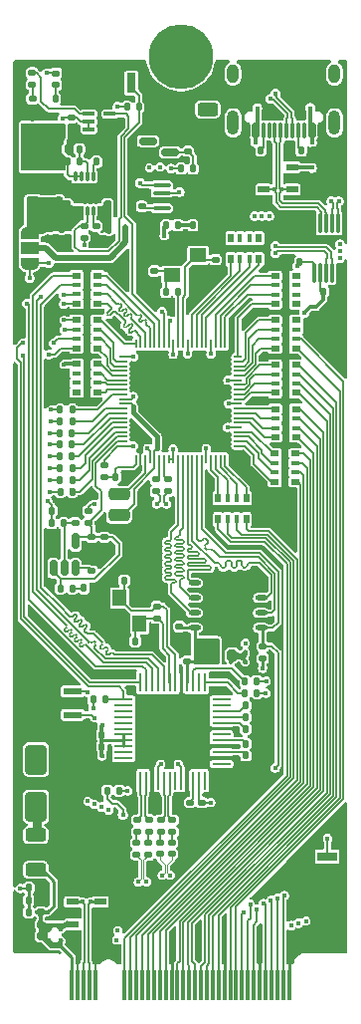
<source format=gbr>
%TF.GenerationSoftware,KiCad,Pcbnew,9.0.7*%
%TF.CreationDate,2026-02-28T14:28:49+01:00*%
%TF.ProjectId,BladeCore-M54E,426c6164-6543-46f7-9265-2d4d3534452e,rev?*%
%TF.SameCoordinates,Original*%
%TF.FileFunction,Copper,L1,Top*%
%TF.FilePolarity,Positive*%
%FSLAX46Y46*%
G04 Gerber Fmt 4.6, Leading zero omitted, Abs format (unit mm)*
G04 Created by KiCad (PCBNEW 9.0.7) date 2026-02-28 14:28:49*
%MOMM*%
%LPD*%
G01*
G04 APERTURE LIST*
G04 Aperture macros list*
%AMRoundRect*
0 Rectangle with rounded corners*
0 $1 Rounding radius*
0 $2 $3 $4 $5 $6 $7 $8 $9 X,Y pos of 4 corners*
0 Add a 4 corners polygon primitive as box body*
4,1,4,$2,$3,$4,$5,$6,$7,$8,$9,$2,$3,0*
0 Add four circle primitives for the rounded corners*
1,1,$1+$1,$2,$3*
1,1,$1+$1,$4,$5*
1,1,$1+$1,$6,$7*
1,1,$1+$1,$8,$9*
0 Add four rect primitives between the rounded corners*
20,1,$1+$1,$2,$3,$4,$5,0*
20,1,$1+$1,$4,$5,$6,$7,0*
20,1,$1+$1,$6,$7,$8,$9,0*
20,1,$1+$1,$8,$9,$2,$3,0*%
%AMFreePoly0*
4,1,23,0.550000,-0.750000,0.000000,-0.750000,0.000000,-0.745722,-0.065263,-0.745722,-0.191342,-0.711940,-0.304381,-0.646677,-0.396677,-0.554381,-0.461940,-0.441342,-0.495722,-0.315263,-0.495722,-0.250000,-0.500000,-0.250000,-0.500000,0.250000,-0.495722,0.250000,-0.495722,0.315263,-0.461940,0.441342,-0.396677,0.554381,-0.304381,0.646677,-0.191342,0.711940,-0.065263,0.745722,0.000000,0.745722,
0.000000,0.750000,0.550000,0.750000,0.550000,-0.750000,0.550000,-0.750000,$1*%
%AMFreePoly1*
4,1,23,0.000000,0.745722,0.065263,0.745722,0.191342,0.711940,0.304381,0.646677,0.396677,0.554381,0.461940,0.441342,0.495722,0.315263,0.495722,0.250000,0.500000,0.250000,0.500000,-0.250000,0.495722,-0.250000,0.495722,-0.315263,0.461940,-0.441342,0.396677,-0.554381,0.304381,-0.646677,0.191342,-0.711940,0.065263,-0.745722,0.000000,-0.745722,0.000000,-0.750000,-0.550000,-0.750000,
-0.550000,0.750000,0.000000,0.750000,0.000000,0.745722,0.000000,0.745722,$1*%
G04 Aperture macros list end*
%TA.AperFunction,SMDPad,CuDef*%
%ADD10RoundRect,0.070000X0.070000X-0.355000X0.070000X0.355000X-0.070000X0.355000X-0.070000X-0.355000X0*%
%TD*%
%TA.AperFunction,ComponentPad*%
%ADD11C,0.600000*%
%TD*%
%TA.AperFunction,SMDPad,CuDef*%
%ADD12R,0.700000X0.280000*%
%TD*%
%TA.AperFunction,SMDPad,CuDef*%
%ADD13R,2.400000X1.650000*%
%TD*%
%TA.AperFunction,SMDPad,CuDef*%
%ADD14FreePoly0,270.000000*%
%TD*%
%TA.AperFunction,SMDPad,CuDef*%
%ADD15R,1.500000X1.000000*%
%TD*%
%TA.AperFunction,SMDPad,CuDef*%
%ADD16FreePoly1,270.000000*%
%TD*%
%TA.AperFunction,SMDPad,CuDef*%
%ADD17RoundRect,0.250000X-0.650000X1.000000X-0.650000X-1.000000X0.650000X-1.000000X0.650000X1.000000X0*%
%TD*%
%TA.AperFunction,SMDPad,CuDef*%
%ADD18RoundRect,0.135000X-0.135000X-0.185000X0.135000X-0.185000X0.135000X0.185000X-0.135000X0.185000X0*%
%TD*%
%TA.AperFunction,SMDPad,CuDef*%
%ADD19RoundRect,0.100000X0.400000X0.100000X-0.400000X0.100000X-0.400000X-0.100000X0.400000X-0.100000X0*%
%TD*%
%TA.AperFunction,SMDPad,CuDef*%
%ADD20RoundRect,0.135000X0.135000X0.185000X-0.135000X0.185000X-0.135000X-0.185000X0.135000X-0.185000X0*%
%TD*%
%TA.AperFunction,SMDPad,CuDef*%
%ADD21R,0.800000X0.500000*%
%TD*%
%TA.AperFunction,SMDPad,CuDef*%
%ADD22R,0.800000X0.400000*%
%TD*%
%TA.AperFunction,SMDPad,CuDef*%
%ADD23RoundRect,0.140000X-0.170000X0.140000X-0.170000X-0.140000X0.170000X-0.140000X0.170000X0.140000X0*%
%TD*%
%TA.AperFunction,SMDPad,CuDef*%
%ADD24RoundRect,0.250000X-0.650000X0.325000X-0.650000X-0.325000X0.650000X-0.325000X0.650000X0.325000X0*%
%TD*%
%TA.AperFunction,SMDPad,CuDef*%
%ADD25R,1.200000X1.400000*%
%TD*%
%TA.AperFunction,SMDPad,CuDef*%
%ADD26R,0.500000X0.800000*%
%TD*%
%TA.AperFunction,SMDPad,CuDef*%
%ADD27R,0.400000X0.800000*%
%TD*%
%TA.AperFunction,SMDPad,CuDef*%
%ADD28RoundRect,0.135000X-0.185000X0.135000X-0.185000X-0.135000X0.185000X-0.135000X0.185000X0.135000X0*%
%TD*%
%TA.AperFunction,SMDPad,CuDef*%
%ADD29RoundRect,0.140000X-0.140000X-0.170000X0.140000X-0.170000X0.140000X0.170000X-0.140000X0.170000X0*%
%TD*%
%TA.AperFunction,SMDPad,CuDef*%
%ADD30RoundRect,0.140000X0.140000X0.170000X-0.140000X0.170000X-0.140000X-0.170000X0.140000X-0.170000X0*%
%TD*%
%TA.AperFunction,SMDPad,CuDef*%
%ADD31RoundRect,0.250000X-0.625000X0.312500X-0.625000X-0.312500X0.625000X-0.312500X0.625000X0.312500X0*%
%TD*%
%TA.AperFunction,SMDPad,CuDef*%
%ADD32RoundRect,0.140000X0.170000X-0.140000X0.170000X0.140000X-0.170000X0.140000X-0.170000X-0.140000X0*%
%TD*%
%TA.AperFunction,SMDPad,CuDef*%
%ADD33O,1.040200X0.444600*%
%TD*%
%TA.AperFunction,SMDPad,CuDef*%
%ADD34R,3.400000X4.300000*%
%TD*%
%TA.AperFunction,SMDPad,CuDef*%
%ADD35R,0.280000X1.560000*%
%TD*%
%TA.AperFunction,SMDPad,CuDef*%
%ADD36R,1.560000X0.280000*%
%TD*%
%TA.AperFunction,SMDPad,CuDef*%
%ADD37RoundRect,0.150000X0.150000X0.500000X-0.150000X0.500000X-0.150000X-0.500000X0.150000X-0.500000X0*%
%TD*%
%TA.AperFunction,SMDPad,CuDef*%
%ADD38RoundRect,0.075000X0.075000X0.575000X-0.075000X0.575000X-0.075000X-0.575000X0.075000X-0.575000X0*%
%TD*%
%TA.AperFunction,HeatsinkPad*%
%ADD39O,1.000000X2.100000*%
%TD*%
%TA.AperFunction,HeatsinkPad*%
%ADD40O,1.000000X1.600000*%
%TD*%
%TA.AperFunction,SMDPad,CuDef*%
%ADD41RoundRect,0.135000X0.185000X-0.135000X0.185000X0.135000X-0.185000X0.135000X-0.185000X-0.135000X0*%
%TD*%
%TA.AperFunction,SMDPad,CuDef*%
%ADD42RoundRect,0.147500X0.172500X-0.147500X0.172500X0.147500X-0.172500X0.147500X-0.172500X-0.147500X0*%
%TD*%
%TA.AperFunction,SMDPad,CuDef*%
%ADD43R,1.550000X0.600000*%
%TD*%
%TA.AperFunction,SMDPad,CuDef*%
%ADD44R,1.800000X1.200000*%
%TD*%
%TA.AperFunction,SMDPad,CuDef*%
%ADD45R,0.350000X2.500000*%
%TD*%
%TA.AperFunction,ComponentPad*%
%ADD46C,5.500000*%
%TD*%
%TA.AperFunction,SMDPad,CuDef*%
%ADD47RoundRect,0.200000X-0.200000X-0.275000X0.200000X-0.275000X0.200000X0.275000X-0.200000X0.275000X0*%
%TD*%
%TA.AperFunction,SMDPad,CuDef*%
%ADD48R,0.800000X1.700000*%
%TD*%
%TA.AperFunction,SMDPad,CuDef*%
%ADD49RoundRect,0.150000X0.150000X-0.512500X0.150000X0.512500X-0.150000X0.512500X-0.150000X-0.512500X0*%
%TD*%
%TA.AperFunction,SMDPad,CuDef*%
%ADD50RoundRect,0.150000X0.587500X0.150000X-0.587500X0.150000X-0.587500X-0.150000X0.587500X-0.150000X0*%
%TD*%
%TA.AperFunction,SMDPad,CuDef*%
%ADD51R,1.000000X1.000000*%
%TD*%
%TA.AperFunction,SMDPad,CuDef*%
%ADD52R,1.000000X0.600000*%
%TD*%
%TA.AperFunction,SMDPad,CuDef*%
%ADD53R,1.700000X0.800000*%
%TD*%
%TA.AperFunction,SMDPad,CuDef*%
%ADD54RoundRect,0.147500X0.147500X0.172500X-0.147500X0.172500X-0.147500X-0.172500X0.147500X-0.172500X0*%
%TD*%
%TA.AperFunction,SMDPad,CuDef*%
%ADD55RoundRect,0.100000X0.637500X0.100000X-0.637500X0.100000X-0.637500X-0.100000X0.637500X-0.100000X0*%
%TD*%
%TA.AperFunction,SMDPad,CuDef*%
%ADD56RoundRect,0.250000X0.640000X-0.260000X0.640000X0.260000X-0.640000X0.260000X-0.640000X-0.260000X0*%
%TD*%
%TA.AperFunction,SMDPad,CuDef*%
%ADD57R,1.400000X1.200000*%
%TD*%
%TA.AperFunction,SMDPad,CuDef*%
%ADD58RoundRect,0.087500X0.087500X-0.725000X0.087500X0.725000X-0.087500X0.725000X-0.087500X-0.725000X0*%
%TD*%
%TA.AperFunction,SMDPad,CuDef*%
%ADD59O,0.780000X0.220000*%
%TD*%
%TA.AperFunction,SMDPad,CuDef*%
%ADD60O,0.220000X0.780000*%
%TD*%
%TA.AperFunction,HeatsinkPad*%
%ADD61C,0.425000*%
%TD*%
%TA.AperFunction,SMDPad,CuDef*%
%ADD62RoundRect,0.200000X1.500000X1.500000X-1.500000X1.500000X-1.500000X-1.500000X1.500000X-1.500000X0*%
%TD*%
%TA.AperFunction,ViaPad*%
%ADD63C,0.400000*%
%TD*%
%TA.AperFunction,ViaPad*%
%ADD64C,0.450000*%
%TD*%
%TA.AperFunction,Conductor*%
%ADD65C,0.174000*%
%TD*%
%TA.AperFunction,Conductor*%
%ADD66C,0.150000*%
%TD*%
%TA.AperFunction,Conductor*%
%ADD67C,0.250000*%
%TD*%
%TA.AperFunction,Conductor*%
%ADD68C,0.200000*%
%TD*%
%TA.AperFunction,Conductor*%
%ADD69C,0.300000*%
%TD*%
%TA.AperFunction,Conductor*%
%ADD70C,0.800000*%
%TD*%
%TA.AperFunction,Conductor*%
%ADD71C,0.350000*%
%TD*%
%TA.AperFunction,Conductor*%
%ADD72C,0.090000*%
%TD*%
%TA.AperFunction,Conductor*%
%ADD73C,0.400000*%
%TD*%
%TA.AperFunction,Conductor*%
%ADD74C,0.168900*%
%TD*%
%TA.AperFunction,Conductor*%
%ADD75C,0.130600*%
%TD*%
%TA.AperFunction,Conductor*%
%ADD76C,0.500000*%
%TD*%
%TA.AperFunction,Conductor*%
%ADD77C,0.157700*%
%TD*%
G04 APERTURE END LIST*
D10*
%TO.P,IC7,1,IN*%
%TO.N,+5V*%
X5750000Y67625000D03*
%TO.P,IC7,2,IN*%
X6250000Y67625000D03*
%TO.P,IC7,3,PG*%
%TO.N,PGOOD_3V3*%
X6750000Y67625000D03*
%TO.P,IC7,4,BIAS*%
%TO.N,/Project Architecture/USB Interface and Power/BIAS*%
X7250000Y67625000D03*
%TO.P,IC7,5,EN*%
%TO.N,+5V*%
X7750000Y67625000D03*
%TO.P,IC7,6,GND*%
%TO.N,GND*%
X7750000Y70575000D03*
%TO.P,IC7,7,SS*%
%TO.N,/Project Architecture/USB Interface and Power/SS*%
X7250000Y70575000D03*
%TO.P,IC7,8,FB*%
%TO.N,/Project Architecture/USB Interface and Power/FB*%
X6750000Y70575000D03*
%TO.P,IC7,9,OUT*%
%TO.N,+3.3V*%
X6250000Y70575000D03*
%TO.P,IC7,10,OUT*%
X5750000Y70575000D03*
D11*
%TO.P,IC7,11,PAD*%
%TO.N,GND*%
X5890000Y68620000D03*
X7610000Y68620000D03*
D12*
X5200000Y68850000D03*
X8300000Y68850000D03*
D11*
X6750000Y69100000D03*
D13*
X6750000Y69100000D03*
D12*
X5200000Y69350000D03*
X8300000Y69350000D03*
D11*
X5890000Y69580000D03*
X7610000Y69580000D03*
%TD*%
D14*
%TO.P,JP1,1,A*%
%TO.N,+5V*%
X1850000Y65750000D03*
D15*
%TO.P,JP1,2,C*%
%TO.N,/Project Architecture/PWR*%
X1850000Y64450000D03*
D16*
%TO.P,JP1,3,B*%
%TO.N,+3.3V*%
X1850000Y63150000D03*
%TD*%
D17*
%TO.P,D4,1,K*%
%TO.N,+5V*%
X2400000Y21000000D03*
%TO.P,D4,2,A*%
%TO.N,VBUS_ISO*%
X2400000Y17000000D03*
%TD*%
D18*
%TO.P,R26,1*%
%TO.N,/Project Architecture/ADC3*%
X4424212Y47770788D03*
%TO.P,R26,2*%
%TO.N,Net-(IC1B-GPIO43{slash}ADC3)*%
X5444212Y47770788D03*
%TD*%
D19*
%TO.P,IC8,1,IN1*%
%TO.N,GND*%
X8662500Y74572500D03*
%TO.P,IC8,2,GND*%
X8662500Y75222500D03*
%TO.P,IC8,3,IN0*%
%TO.N,PGOOD_3V3*%
X8662500Y75872500D03*
%TO.P,IC8,4,Y*%
%TO.N,Net-(IC8-Y)*%
X6887500Y75872500D03*
%TO.P,IC8,5,VCC*%
%TO.N,+3.3V*%
X6887500Y75222500D03*
%TO.P,IC8,6,IN2*%
X6887500Y74572500D03*
%TD*%
D20*
%TO.P,R5,1*%
%TO.N,/Project Architecture/Microcontroller Peripherals/XOUT*%
X14459212Y60745788D03*
%TO.P,R5,2*%
%TO.N,/Project Architecture/Microcontroller Peripherals/XO*%
X13439212Y60745788D03*
%TD*%
D18*
%TO.P,R32,1*%
%TO.N,/Project Architecture/Microcontroller/ADC_VUSB*%
X4439212Y44770788D03*
%TO.P,R32,2*%
%TO.N,Net-(IC1B-GPIO46{slash}ADC6)*%
X5459212Y44770788D03*
%TD*%
D21*
%TO.P,R16,1,R11*%
%TO.N,/Project Architecture/Ethernet Interface/SPI1_MISO*%
X5829212Y62145788D03*
D22*
%TO.P,R16,2,R12*%
%TO.N,/Project Architecture/Ethernet Interface/SPI1_SCSN*%
X5829212Y61345788D03*
%TO.P,R16,3,R13*%
%TO.N,/Project Architecture/Ethernet Interface/SPI1_SCLK*%
X5829212Y60545788D03*
D21*
%TO.P,R16,4,R14*%
%TO.N,/Project Architecture/Ethernet Interface/SPI1_MOSI*%
X5829212Y59745788D03*
%TO.P,R16,5,R24*%
%TO.N,Net-(IC1B-GPIO31)*%
X7629212Y59745788D03*
D22*
%TO.P,R16,6,R23*%
%TO.N,Net-(IC1B-GPIO30)*%
X7629212Y60545788D03*
%TO.P,R16,7,R22*%
%TO.N,Net-(IC1B-GPIO29)*%
X7629212Y61345788D03*
D21*
%TO.P,R16,8,R12*%
%TO.N,Net-(IC1B-GPIO28)*%
X7629212Y62145788D03*
%TD*%
D23*
%TO.P,C52,1*%
%TO.N,+5V*%
X4050000Y66390000D03*
%TO.P,C52,2*%
%TO.N,GND*%
X4050000Y65430000D03*
%TD*%
D24*
%TO.P,C56,1*%
%TO.N,+3.3V*%
X3350000Y72535000D03*
%TO.P,C56,2*%
%TO.N,GND*%
X3350000Y69585000D03*
%TD*%
D25*
%TO.P,X2,1*%
%TO.N,/Project Architecture/Ethernet Interface/W5500_XO*%
X11200000Y32530000D03*
%TO.P,X2,2*%
%TO.N,GND*%
X11200000Y34730000D03*
X9500000Y32530000D03*
%TO.P,X2,3*%
%TO.N,/Project Architecture/Ethernet Interface/W5500_XI*%
X9500000Y34730000D03*
%TD*%
D23*
%TO.P,C34,1*%
%TO.N,/Project Architecture/Ethernet Interface/RDN_R_P*%
X13970000Y13930000D03*
%TO.P,C34,2*%
%TO.N,/Project Architecture/RD_P*%
X13970000Y12970000D03*
%TD*%
D18*
%TO.P,R14,1*%
%TO.N,/Project Architecture/ADC1*%
X4439212Y49745788D03*
%TO.P,R14,2*%
%TO.N,Net-(IC1B-GPIO41{slash}ADC1)*%
X5459212Y49745788D03*
%TD*%
D26*
%TO.P,R13,1,R11*%
%TO.N,/Project Architecture/GPIO24*%
X21354212Y65320788D03*
D27*
%TO.P,R13,2,R12*%
%TO.N,/Project Architecture/GPIO25*%
X20554212Y65320788D03*
%TO.P,R13,3,R13*%
%TO.N,/Project Architecture/GPIO26*%
X19754212Y65320788D03*
D26*
%TO.P,R13,4,R14*%
%TO.N,/Project Architecture/GPIO27*%
X18954212Y65320788D03*
%TO.P,R13,5,R24*%
%TO.N,Net-(IC1B-GPIO27)*%
X18954212Y63520788D03*
D27*
%TO.P,R13,6,R23*%
%TO.N,Net-(IC1B-GPIO26)*%
X19754212Y63520788D03*
%TO.P,R13,7,R22*%
%TO.N,Net-(IC1B-GPIO25)*%
X20554212Y63520788D03*
D26*
%TO.P,R13,8,R12*%
%TO.N,Net-(IC1B-GPIO24)*%
X21354212Y63520788D03*
%TD*%
D28*
%TO.P,R46,1*%
%TO.N,/Project Architecture/Ethernet Interface/RX_TD_P*%
X14000000Y15870000D03*
%TO.P,R46,2*%
%TO.N,/Project Architecture/Ethernet Interface/RDN_R_P*%
X14000000Y14850000D03*
%TD*%
D20*
%TO.P,R52,1*%
%TO.N,VBUS*%
X2790000Y8025000D03*
%TO.P,R52,2*%
%TO.N,/Project Architecture/Microcontroller/ADC_VUSB*%
X1770000Y8025000D03*
%TD*%
D28*
%TO.P,R53,1*%
%TO.N,PGOOD_3V3*%
X6475000Y66370000D03*
%TO.P,R53,2*%
%TO.N,+3.3V*%
X6475000Y65350000D03*
%TD*%
D23*
%TO.P,C53,1*%
%TO.N,+5V*%
X5075000Y66365000D03*
%TO.P,C53,2*%
%TO.N,GND*%
X5075000Y65405000D03*
%TD*%
D29*
%TO.P,C46,1*%
%TO.N,+3.3VP*%
X20250000Y21350000D03*
%TO.P,C46,2*%
%TO.N,GND*%
X21210000Y21350000D03*
%TD*%
D30*
%TO.P,C35,1*%
%TO.N,/Project Architecture/Ethernet Interface/W5500_XO*%
X10830000Y31050000D03*
%TO.P,C35,2*%
%TO.N,GND*%
X9870000Y31050000D03*
%TD*%
D28*
%TO.P,R44,1*%
%TO.N,/Project Architecture/Ethernet Interface/RX_TD_N*%
X13025000Y15870000D03*
%TO.P,R44,2*%
%TO.N,/Project Architecture/Ethernet Interface/RDN_R_N*%
X13025000Y14850000D03*
%TD*%
%TO.P,R42,1*%
%TO.N,/Project Architecture/Ethernet Interface/TDN_R_P*%
X11960000Y13940000D03*
%TO.P,R42,2*%
%TO.N,/Project Architecture/TD_P*%
X11960000Y12920000D03*
%TD*%
D18*
%TO.P,R1,1*%
%TO.N,+3.3V*%
X10115000Y76475000D03*
%TO.P,R1,2*%
%TO.N,RESET*%
X11135000Y76475000D03*
%TD*%
%TO.P,R31,1*%
%TO.N,/Project Architecture/ADC5*%
X4439212Y45770788D03*
%TO.P,R31,2*%
%TO.N,Net-(IC1B-GPIO45{slash}ADC5)*%
X5459212Y45770788D03*
%TD*%
D20*
%TO.P,R59,1*%
%TO.N,/Project Architecture/USB Interface and Power/FB*%
X6085000Y72885000D03*
%TO.P,R59,2*%
%TO.N,GND*%
X5065000Y72885000D03*
%TD*%
D31*
%TO.P,R51,1*%
%TO.N,VBUS_ISO*%
X2350000Y14575000D03*
%TO.P,R51,2*%
%TO.N,VBUS*%
X2350000Y11650000D03*
%TD*%
D18*
%TO.P,R11,1*%
%TO.N,/Project Architecture/Microcontroller Peripherals/ADC_VREF*%
X6455000Y35575000D03*
%TO.P,R11,2*%
%TO.N,GND*%
X7475000Y35575000D03*
%TD*%
D32*
%TO.P,C22,1*%
%TO.N,/Project Architecture/Microcontroller Peripherals/VREF_IN*%
X7150000Y37025000D03*
%TO.P,C22,2*%
%TO.N,GND*%
X7150000Y37985000D03*
%TD*%
D29*
%TO.P,C20,1*%
%TO.N,+3.3V*%
X3720000Y42150000D03*
%TO.P,C20,2*%
%TO.N,GND*%
X4680000Y42150000D03*
%TD*%
D18*
%TO.P,R20,1*%
%TO.N,VBUS_ONBOARD*%
X26840000Y60775000D03*
%TO.P,R20,2*%
%TO.N,GND*%
X27860000Y60775000D03*
%TD*%
%TO.P,R8,1*%
%TO.N,+3.3V*%
X14755000Y71250000D03*
%TO.P,R8,2*%
%TO.N,/Project Architecture/Microcontroller Peripherals/VREF_IN*%
X15775000Y71250000D03*
%TD*%
D30*
%TO.P,C40,1*%
%TO.N,+3.3V*%
X7980000Y23100000D03*
%TO.P,C40,2*%
%TO.N,GND*%
X7020000Y23100000D03*
%TD*%
D29*
%TO.P,C44,1*%
%TO.N,+3.3VP*%
X20230000Y24600000D03*
%TO.P,C44,2*%
%TO.N,GND*%
X21190000Y24600000D03*
%TD*%
D33*
%TO.P,IC3,1,nCS*%
%TO.N,QSPI_SS*%
X21574212Y32185788D03*
%TO.P,IC3,2,DO(IO1)*%
%TO.N,QSPI_SD1*%
X21574212Y33455788D03*
%TO.P,IC3,3,nWP(IO2)*%
%TO.N,QSPI_SD2*%
X21574212Y34725788D03*
%TO.P,IC3,4,GND*%
%TO.N,GND*%
X21574212Y35995788D03*
%TO.P,IC3,5,DI(IO0)*%
%TO.N,QSPI_SD0*%
X15882812Y35995788D03*
%TO.P,IC3,6,CLK*%
%TO.N,QSPI_SCLK*%
X15882812Y34725788D03*
%TO.P,IC3,7,nRST(IO3)*%
%TO.N,QSPI_SD3*%
X15882812Y33455788D03*
%TO.P,IC3,8,VCC*%
%TO.N,+3.3V*%
X15882812Y32185788D03*
D34*
%TO.P,IC3,9,PAD*%
%TO.N,GND*%
X18728512Y34090788D03*
%TD*%
D23*
%TO.P,C54,1*%
%TO.N,/Project Architecture/USB Interface and Power/BIAS*%
X7500000Y66345000D03*
%TO.P,C54,2*%
%TO.N,GND*%
X7500000Y65385000D03*
%TD*%
D35*
%TO.P,IC6,1,TXN*%
%TO.N,/Project Architecture/Ethernet Interface/TX_TD_N*%
X11260000Y19200000D03*
%TO.P,IC6,2,TXP*%
%TO.N,/Project Architecture/Ethernet Interface/TX_TD_P*%
X11760000Y19200000D03*
%TO.P,IC6,3,AGND1*%
%TO.N,GND*%
X12260000Y19200000D03*
%TO.P,IC6,4,AVDD1*%
%TO.N,+3.3VP*%
X12760000Y19200000D03*
%TO.P,IC6,5,RXN*%
%TO.N,/Project Architecture/Ethernet Interface/RX_TD_N*%
X13260000Y19200000D03*
%TO.P,IC6,6,RXP*%
%TO.N,/Project Architecture/Ethernet Interface/RX_TD_P*%
X13760000Y19200000D03*
%TO.P,IC6,7,DNC*%
%TO.N,unconnected-(IC6-DNC-Pad7)*%
X14260000Y19200000D03*
%TO.P,IC6,8,AVDD2*%
%TO.N,+3.3VP*%
X14760000Y19200000D03*
%TO.P,IC6,9,AGND2*%
%TO.N,GND*%
X15260000Y19200000D03*
%TO.P,IC6,10,EXRES1*%
%TO.N,Net-(IC6-EXRES1)*%
X15760000Y19200000D03*
%TO.P,IC6,11,AVDD3*%
%TO.N,+3.3VP*%
X16260000Y19200000D03*
%TO.P,IC6,12*%
%TO.N,N/C*%
X16760000Y19200000D03*
D36*
%TO.P,IC6,13*%
X18190000Y20630000D03*
%TO.P,IC6,14,AGND3*%
%TO.N,GND*%
X18190000Y21130000D03*
%TO.P,IC6,15,AVDD4*%
%TO.N,+3.3VP*%
X18190000Y21630000D03*
%TO.P,IC6,16,AGND4*%
%TO.N,GND*%
X18190000Y22130000D03*
%TO.P,IC6,17,AVDD5*%
%TO.N,+3.3VP*%
X18190000Y22630000D03*
%TO.P,IC6,18,VBG*%
%TO.N,unconnected-(IC6-VBG-Pad18)*%
X18190000Y23130000D03*
%TO.P,IC6,19,AGND5*%
%TO.N,GND*%
X18190000Y23630000D03*
%TO.P,IC6,20,TOCAP*%
%TO.N,/Project Architecture/Ethernet Interface/W5500_TOCAP*%
X18190000Y24130000D03*
%TO.P,IC6,21,AVDD6*%
%TO.N,+3.3VP*%
X18190000Y24630000D03*
%TO.P,IC6,22,1V2O*%
%TO.N,/Project Architecture/Ethernet Interface/W5500_1V2*%
X18190000Y25130000D03*
%TO.P,IC6,23,RSVD1*%
%TO.N,unconnected-(IC6-RSVD1-Pad23)*%
X18190000Y25630000D03*
%TO.P,IC6,24,SPDLED*%
%TO.N,unconnected-(IC6-SPDLED-Pad24)*%
X18190000Y26130000D03*
D35*
%TO.P,IC6,25,LINKLED*%
%TO.N,Net-(IC6-LINKLED)*%
X16760000Y27560000D03*
%TO.P,IC6,26,DUPLED*%
%TO.N,unconnected-(IC6-DUPLED-Pad26)*%
X16260000Y27560000D03*
%TO.P,IC6,27,ACTLED*%
%TO.N,Net-(IC6-ACTLED)*%
X15760000Y27560000D03*
%TO.P,IC6,28,VDD*%
%TO.N,+3.3V*%
X15260000Y27560000D03*
%TO.P,IC6,29,GND*%
%TO.N,GND*%
X14760000Y27560000D03*
%TO.P,IC6,30,XI*%
%TO.N,/Project Architecture/Ethernet Interface/W5500_XI*%
X14260000Y27560000D03*
%TO.P,IC6,31,XO*%
%TO.N,/Project Architecture/Ethernet Interface/W5500_XO*%
X13760000Y27560000D03*
%TO.P,IC6,32,SCSN*%
%TO.N,/Project Architecture/Ethernet Interface/SPI1_SCSN*%
X13260000Y27560000D03*
%TO.P,IC6,33,SCLK*%
%TO.N,/Project Architecture/Ethernet Interface/SPI1_SCLK*%
X12760000Y27560000D03*
%TO.P,IC6,34,MISO*%
%TO.N,/Project Architecture/Ethernet Interface/SPI1_MISO*%
X12260000Y27560000D03*
%TO.P,IC6,35,MOSI*%
%TO.N,/Project Architecture/Ethernet Interface/SPI1_MOSI*%
X11760000Y27560000D03*
%TO.P,IC6,36,INTN*%
%TO.N,/Project Architecture/Ethernet Interface/ETH_INT*%
X11260000Y27560000D03*
D36*
%TO.P,IC6,37,RSTN*%
%TO.N,/Project Architecture/Ethernet Interface/ETH_RST*%
X9830000Y26130000D03*
%TO.P,IC6,38,RSVD2*%
%TO.N,unconnected-(IC6-RSVD2-Pad38)*%
X9830000Y25630000D03*
%TO.P,IC6,39,RSVD3*%
%TO.N,unconnected-(IC6-RSVD3-Pad39)*%
X9830000Y25130000D03*
%TO.P,IC6,40,RSVD4*%
%TO.N,unconnected-(IC6-RSVD4-Pad40)*%
X9830000Y24630000D03*
%TO.P,IC6,41,RSVD5*%
%TO.N,unconnected-(IC6-RSVD5-Pad41)*%
X9830000Y24130000D03*
%TO.P,IC6,42,RSVD6*%
%TO.N,unconnected-(IC6-RSVD6-Pad42)*%
X9830000Y23630000D03*
%TO.P,IC6,43,PMODE3*%
%TO.N,+3.3V*%
X9830000Y23130000D03*
%TO.P,IC6,44,PMODE1*%
X9830000Y22630000D03*
%TO.P,IC6,45,PMODE0*%
X9830000Y22130000D03*
%TO.P,IC6,46*%
%TO.N,N/C*%
X9830000Y21630000D03*
%TO.P,IC6,47*%
X9830000Y21130000D03*
%TO.P,IC6,48,AGND6*%
%TO.N,GND*%
X9830000Y20630000D03*
%TD*%
D37*
%TO.P,J3,A1,GND*%
%TO.N,GND*%
X26675000Y74480000D03*
%TO.P,J3,A4,VBUS*%
%TO.N,VBUS_ONBOARD*%
X25875000Y74480000D03*
D38*
%TO.P,J3,A5,CC1*%
%TO.N,Net-(J3-CC1)*%
X24725000Y74480000D03*
%TO.P,J3,A6,D+*%
%TO.N,USB_ONB_D+*%
X23725000Y74480000D03*
%TO.P,J3,A7,D-*%
%TO.N,USB_ONB_D-*%
X23225000Y74480000D03*
%TO.P,J3,A8,SBU1*%
%TO.N,unconnected-(J3-SBU1-PadA8)*%
X22225000Y74480000D03*
D37*
%TO.P,J3,A9,VBUS*%
%TO.N,VBUS_ONBOARD*%
X21075000Y74480000D03*
%TO.P,J3,A12,GND*%
%TO.N,GND*%
X20275000Y74480000D03*
%TO.P,J3,B1,GND*%
X20275000Y74480000D03*
%TO.P,J3,B4,VBUS*%
%TO.N,VBUS_ONBOARD*%
X21075000Y74480000D03*
D38*
%TO.P,J3,B5,CC2*%
%TO.N,Net-(J3-CC2)*%
X21725000Y74480000D03*
%TO.P,J3,B6,D+*%
%TO.N,USB_ONB_D+*%
X22725000Y74480000D03*
%TO.P,J3,B7,D-*%
%TO.N,USB_ONB_D-*%
X24225000Y74480000D03*
%TO.P,J3,B8,SBU2*%
%TO.N,unconnected-(J3-SBU2-PadB8)*%
X25225000Y74480000D03*
D37*
%TO.P,J3,B9,VBUS*%
%TO.N,VBUS_ONBOARD*%
X25875000Y74480000D03*
%TO.P,J3,B12,GND*%
%TO.N,GND*%
X26675000Y74480000D03*
D39*
%TO.P,J3,S1,SHIELD*%
%TO.N,SHIELD*%
X27795000Y75120000D03*
D40*
X27795000Y79300000D03*
D39*
X19155000Y75120000D03*
D40*
X19155000Y79300000D03*
%TD*%
D29*
%TO.P,C39,1*%
%TO.N,/Project Architecture/Ethernet Interface/W5500_TOCAP*%
X20230000Y23600000D03*
%TO.P,C39,2*%
%TO.N,GND*%
X21190000Y23600000D03*
%TD*%
D32*
%TO.P,C42,1*%
%TO.N,+3.3V*%
X15250000Y29370000D03*
%TO.P,C42,2*%
%TO.N,GND*%
X15250000Y30330000D03*
%TD*%
D29*
%TO.P,C51,1*%
%TO.N,/Project Architecture/Microcontroller/ADC_VUSB*%
X1775000Y10100000D03*
%TO.P,C51,2*%
%TO.N,GND*%
X2735000Y10100000D03*
%TD*%
%TO.P,C38,1*%
%TO.N,/Project Architecture/Ethernet Interface/W5500_1V2*%
X20230000Y25600000D03*
%TO.P,C38,2*%
%TO.N,GND*%
X21190000Y25600000D03*
%TD*%
D20*
%TO.P,R34,1*%
%TO.N,GND*%
X16735000Y66425000D03*
%TO.P,R34,2*%
%TO.N,/Project Architecture/Microcontroller/USB_IND*%
X15715000Y66425000D03*
%TD*%
D21*
%TO.P,R25,1,R11*%
%TO.N,HEARTBEAT*%
X5854212Y54620788D03*
D22*
%TO.P,R25,2,R12*%
%TO.N,/Project Architecture/Microcontroller/GPIO37*%
X5854212Y53820788D03*
%TO.P,R25,3,R13*%
%TO.N,/Project Architecture/Microcontroller/GPIO38*%
X5854212Y53020788D03*
D21*
%TO.P,R25,4,R14*%
%TO.N,/Project Architecture/Microcontroller/GPIO39*%
X5854212Y52220788D03*
%TO.P,R25,5,R24*%
%TO.N,Net-(IC1B-GPIO39)*%
X7654212Y52220788D03*
D22*
%TO.P,R25,6,R23*%
%TO.N,Net-(IC1B-GPIO38)*%
X7654212Y53020788D03*
%TO.P,R25,7,R22*%
%TO.N,Net-(IC1B-GPIO37)*%
X7654212Y53820788D03*
D21*
%TO.P,R25,8,R12*%
%TO.N,Net-(IC1B-GPIO36)*%
X7654212Y54620788D03*
%TD*%
D41*
%TO.P,R4,1*%
%TO.N,/Project Architecture/USB Interface and Power/USB_RP_D+*%
X13599212Y43785788D03*
%TO.P,R4,2*%
%TO.N,/Project Architecture/Microcontroller Peripherals/RP_D+*%
X13599212Y44805788D03*
%TD*%
D18*
%TO.P,R47,1*%
%TO.N,Net-(IC6-LINKLED)*%
X20180000Y26650000D03*
%TO.P,R47,2*%
%TO.N,/Project Architecture/LINK_LED*%
X21200000Y26650000D03*
%TD*%
D28*
%TO.P,R39,1*%
%TO.N,/Project Architecture/Ethernet Interface/TX_TD_N*%
X11025000Y15870000D03*
%TO.P,R39,2*%
%TO.N,/Project Architecture/Ethernet Interface/TDN_R_N*%
X11025000Y14850000D03*
%TD*%
D32*
%TO.P,C19,1*%
%TO.N,Net-(IC4-V+)*%
X5725000Y41145000D03*
%TO.P,C19,2*%
%TO.N,GND*%
X5725000Y42105000D03*
%TD*%
D23*
%TO.P,C12,1*%
%TO.N,/Project Architecture/Microcontroller Peripherals/XIN*%
X17674212Y63500788D03*
%TO.P,C12,2*%
%TO.N,GND*%
X17674212Y62540788D03*
%TD*%
D42*
%TO.P,D2,1*%
%TO.N,/Project Architecture/USB Interface and Power/USB_IND*%
X4075000Y78365000D03*
%TO.P,D2,2*%
%TO.N,VBUS*%
X4075000Y79335000D03*
%TD*%
D43*
%TO.P,J2,1,SWCLK*%
%TO.N,/Project Architecture/Microcontroller Peripherals/SWDIO*%
X5500000Y26800000D03*
%TO.P,J2,2,GND*%
%TO.N,GND*%
X5500000Y25800000D03*
%TO.P,J2,3,SWDAT*%
%TO.N,/Project Architecture/Microcontroller Peripherals/SWCLK*%
X5500000Y24800000D03*
D44*
%TO.P,J2,S1,SHIELD*%
%TO.N,GND*%
X1625000Y28100000D03*
%TO.P,J2,S2,SHIELD*%
X1625000Y23500000D03*
%TD*%
D20*
%TO.P,R62,1*%
%TO.N,GND*%
X5060000Y77150000D03*
%TO.P,R62,2*%
%TO.N,/Project Architecture/USB Interface and Power/USB_IND*%
X4040000Y77150000D03*
%TD*%
D29*
%TO.P,C6,1*%
%TO.N,/Project Architecture/Microcontroller Peripherals/VREG_AVDD*%
X9174212Y45020788D03*
%TO.P,C6,2*%
%TO.N,GND*%
X10134212Y45020788D03*
%TD*%
D23*
%TO.P,C24,1*%
%TO.N,VREF_OUT*%
X8200000Y39905000D03*
%TO.P,C24,2*%
%TO.N,GND*%
X8200000Y38945000D03*
%TD*%
D18*
%TO.P,R19,1*%
%TO.N,Net-(J3-CC1)*%
X24965000Y72775000D03*
%TO.P,R19,2*%
%TO.N,GND*%
X25985000Y72775000D03*
%TD*%
D45*
%TO.P,J1,1,1*%
%TO.N,GND*%
X23925000Y1850000D03*
%TO.P,J1,3,3*%
%TO.N,/Project Architecture/GPIO24*%
X23425000Y1850000D03*
%TO.P,J1,5,5*%
%TO.N,/Project Architecture/GPIO23*%
X22925000Y1850000D03*
%TO.P,J1,7,7*%
%TO.N,/Project Architecture/GPIO22*%
X22425000Y1850000D03*
%TO.P,J1,9,9*%
%TO.N,/Project Architecture/GPIO21*%
X21925000Y1850000D03*
%TO.P,J1,11,11*%
%TO.N,GND*%
X21425000Y1850000D03*
%TO.P,J1,13,13*%
%TO.N,/Project Architecture/GPIO20*%
X20925000Y1850000D03*
%TO.P,J1,15,15*%
%TO.N,/Project Architecture/GPIO19*%
X20425000Y1850000D03*
%TO.P,J1,17,17*%
%TO.N,/Project Architecture/GPIO18*%
X19925000Y1850000D03*
%TO.P,J1,19,19*%
%TO.N,/Project Architecture/GPIO17*%
X19425000Y1850000D03*
%TO.P,J1,21,21*%
%TO.N,/Project Architecture/GPIO16*%
X18925000Y1850000D03*
%TO.P,J1,23,23*%
%TO.N,GND*%
X18425000Y1850000D03*
%TO.P,J1,25,25*%
%TO.N,/Project Architecture/GPIO15*%
X17925000Y1850000D03*
%TO.P,J1,27,27*%
%TO.N,/Project Architecture/GPIO14*%
X17425000Y1850000D03*
%TO.P,J1,29,29*%
%TO.N,/Project Architecture/GPIO13*%
X16925000Y1850000D03*
%TO.P,J1,31,31*%
%TO.N,/Project Architecture/GPIO12*%
X16425000Y1850000D03*
%TO.P,J1,33,33*%
%TO.N,/Project Architecture/GPIO11*%
X15925000Y1850000D03*
%TO.P,J1,35,35*%
%TO.N,/Project Architecture/GPIO10*%
X15425000Y1850000D03*
%TO.P,J1,37,37*%
%TO.N,/Project Architecture/GPIO9*%
X14925000Y1850000D03*
%TO.P,J1,39,39*%
%TO.N,/Project Architecture/GPIO8*%
X14425000Y1850000D03*
%TO.P,J1,41,41*%
%TO.N,GND*%
X13925000Y1850000D03*
%TO.P,J1,43,43*%
%TO.N,/Project Architecture/GPIO7*%
X13425000Y1850000D03*
%TO.P,J1,45,45*%
%TO.N,/Project Architecture/GPIO6*%
X12925000Y1850000D03*
%TO.P,J1,47,47*%
%TO.N,/Project Architecture/GPIO5*%
X12425000Y1850000D03*
%TO.P,J1,49,49*%
%TO.N,/Project Architecture/GPIO4*%
X11925000Y1850000D03*
%TO.P,J1,51,51*%
%TO.N,/Project Architecture/GPIO3*%
X11425000Y1850000D03*
%TO.P,J1,53,53*%
%TO.N,/Project Architecture/GPIO2*%
X10925000Y1850000D03*
%TO.P,J1,55,55*%
%TO.N,/Project Architecture/GPIO1*%
X10425000Y1850000D03*
%TO.P,J1,57,57*%
%TO.N,/Project Architecture/GPIO0*%
X9925000Y1850000D03*
%TO.P,J1,67,67*%
%TO.N,GND*%
X7425000Y1850000D03*
%TO.P,J1,69,69*%
%TO.N,USB_D+*%
X6925000Y1850000D03*
%TO.P,J1,71,71*%
%TO.N,USB_D-*%
X6425000Y1850000D03*
%TO.P,J1,73,73*%
%TO.N,GND*%
X5925000Y1850000D03*
%TO.P,J1,75,75*%
%TO.N,VBUS*%
X5425000Y1850000D03*
D46*
%TO.P,J1,SH1*%
%TO.N,N/C*%
X14721447Y80770000D03*
%TD*%
D18*
%TO.P,R29,1*%
%TO.N,/Project Architecture/ADC4*%
X4424212Y46770788D03*
%TO.P,R29,2*%
%TO.N,Net-(IC1B-GPIO44{slash}ADC4)*%
X5444212Y46770788D03*
%TD*%
D21*
%TO.P,R23,1,R11*%
%TO.N,/Project Architecture/Microcontroller Peripherals/I2C0_SDA*%
X5829212Y58370788D03*
D22*
%TO.P,R23,2,R12*%
%TO.N,/Project Architecture/Microcontroller Peripherals/I2C0_SCL*%
X5829212Y57570788D03*
%TO.P,R23,3,R13*%
%TO.N,/Project Architecture/Ethernet Interface/ETH_RST*%
X5829212Y56770788D03*
D21*
%TO.P,R23,4,R14*%
%TO.N,/Project Architecture/Ethernet Interface/ETH_INT*%
X5829212Y55970788D03*
%TO.P,R23,5,R24*%
%TO.N,Net-(IC1B-GPIO35)*%
X7629212Y55970788D03*
D22*
%TO.P,R23,6,R23*%
%TO.N,Net-(IC1B-GPIO34)*%
X7629212Y56770788D03*
%TO.P,R23,7,R22*%
%TO.N,Net-(IC1B-GPIO33)*%
X7629212Y57570788D03*
D21*
%TO.P,R23,8,R12*%
%TO.N,Net-(IC1B-GPIO32)*%
X7629212Y58370788D03*
%TD*%
D23*
%TO.P,C23,1*%
%TO.N,VREF_OUT*%
X7150000Y39910000D03*
%TO.P,C23,2*%
%TO.N,GND*%
X7150000Y38950000D03*
%TD*%
%TO.P,C18,1*%
%TO.N,+3.3V*%
X14600000Y32300000D03*
%TO.P,C18,2*%
%TO.N,GND*%
X14600000Y31340000D03*
%TD*%
D30*
%TO.P,C57,1*%
%TO.N,+3.3V*%
X24825000Y63275000D03*
%TO.P,C57,2*%
%TO.N,GND*%
X23865000Y63275000D03*
%TD*%
D47*
%TO.P,L2,1*%
%TO.N,+3.3V*%
X17425000Y29850000D03*
%TO.P,L2,2*%
%TO.N,+3.3VP*%
X19075000Y29850000D03*
%TD*%
D48*
%TO.P,SW2,1*%
%TO.N,RESET*%
X10525000Y78500000D03*
%TO.P,SW2,2*%
%TO.N,GND*%
X7125000Y78500000D03*
%TD*%
D21*
%TO.P,R30,1,R11*%
%TO.N,/Project Architecture/GPIO20*%
X24529212Y59720788D03*
D22*
%TO.P,R30,2,R12*%
%TO.N,/Project Architecture/GPIO21*%
X24529212Y60520788D03*
%TO.P,R30,3,R13*%
%TO.N,/Project Architecture/GPIO22*%
X24529212Y61320788D03*
D21*
%TO.P,R30,4,R14*%
%TO.N,/Project Architecture/GPIO23*%
X24529212Y62120788D03*
%TO.P,R30,5,R24*%
%TO.N,Net-(IC1B-GPIO23)*%
X22729212Y62120788D03*
D22*
%TO.P,R30,6,R23*%
%TO.N,Net-(IC1B-GPIO22)*%
X22729212Y61320788D03*
%TO.P,R30,7,R22*%
%TO.N,Net-(IC1B-GPIO21)*%
X22729212Y60520788D03*
D21*
%TO.P,R30,8,R12*%
%TO.N,Net-(IC1B-GPIO20)*%
X22729212Y59720788D03*
%TD*%
%TO.P,R28,1,R11*%
%TO.N,/Project Architecture/GPIO16*%
X24529212Y55945788D03*
D22*
%TO.P,R28,2,R12*%
%TO.N,/Project Architecture/GPIO17*%
X24529212Y56745788D03*
%TO.P,R28,3,R13*%
%TO.N,/Project Architecture/GPIO18*%
X24529212Y57545788D03*
D21*
%TO.P,R28,4,R14*%
%TO.N,/Project Architecture/GPIO19*%
X24529212Y58345788D03*
%TO.P,R28,5,R24*%
%TO.N,Net-(R28-R24)*%
X22729212Y58345788D03*
D22*
%TO.P,R28,6,R23*%
%TO.N,Net-(R28-R23)*%
X22729212Y57545788D03*
%TO.P,R28,7,R22*%
%TO.N,Net-(IC1B-GPIO17)*%
X22729212Y56745788D03*
D21*
%TO.P,R28,8,R12*%
%TO.N,Net-(IC1B-GPIO16)*%
X22729212Y55945788D03*
%TD*%
D18*
%TO.P,R12,1*%
%TO.N,/Project Architecture/ADC0*%
X4439212Y50745788D03*
%TO.P,R12,2*%
%TO.N,Net-(IC1B-GPIO40{slash}ADC0)*%
X5459212Y50745788D03*
%TD*%
D29*
%TO.P,C55,1*%
%TO.N,/Project Architecture/USB Interface and Power/SS*%
X7520000Y71810000D03*
%TO.P,C55,2*%
%TO.N,GND*%
X8480000Y71810000D03*
%TD*%
D41*
%TO.P,R9,1*%
%TO.N,VREF_OUT*%
X6850000Y41100000D03*
%TO.P,R9,2*%
%TO.N,+3.3V*%
X6850000Y42120000D03*
%TD*%
D31*
%TO.P,R57,1*%
%TO.N,SHIELD*%
X17000000Y76287500D03*
%TO.P,R57,2*%
%TO.N,GND*%
X17000000Y73362500D03*
%TD*%
D32*
%TO.P,C11,1*%
%TO.N,/Project Architecture/Microcontroller Peripherals/XO*%
X12474212Y62540788D03*
%TO.P,C11,2*%
%TO.N,GND*%
X12474212Y63500788D03*
%TD*%
D49*
%TO.P,IC4,1*%
%TO.N,VREF_OUT*%
X3850000Y37275000D03*
%TO.P,IC4,2,V+*%
%TO.N,Net-(IC4-V+)*%
X4800000Y37275000D03*
%TO.P,IC4,3,+*%
%TO.N,/Project Architecture/Microcontroller Peripherals/VREF_IN*%
X5750000Y37275000D03*
%TO.P,IC4,4,-*%
%TO.N,VREF_OUT*%
X5750000Y39550000D03*
%TO.P,IC4,5,V-*%
%TO.N,GND*%
X3850000Y39550000D03*
%TD*%
D18*
%TO.P,R10,1*%
%TO.N,VREF_OUT*%
X4465000Y35550000D03*
%TO.P,R10,2*%
%TO.N,/Project Architecture/Microcontroller Peripherals/ADC_VREF*%
X5485000Y35550000D03*
%TD*%
D23*
%TO.P,C33,1*%
%TO.N,/Project Architecture/Ethernet Interface/RDN_R_N*%
X12960000Y13930000D03*
%TO.P,C33,2*%
%TO.N,/Project Architecture/RD_N*%
X12960000Y12970000D03*
%TD*%
D30*
%TO.P,C49,1*%
%TO.N,VBUS*%
X2765000Y6000000D03*
%TO.P,C49,2*%
%TO.N,GND*%
X1805000Y6000000D03*
%TD*%
D21*
%TO.P,R22,1,R11*%
%TO.N,/Project Architecture/GPIO4*%
X24504212Y44620788D03*
D22*
%TO.P,R22,2,R12*%
%TO.N,/Project Architecture/GPIO5*%
X24504212Y45420788D03*
%TO.P,R22,3,R13*%
%TO.N,/Project Architecture/GPIO6*%
X24504212Y46220788D03*
D21*
%TO.P,R22,4,R14*%
%TO.N,/Project Architecture/GPIO7*%
X24504212Y47020788D03*
%TO.P,R22,5,R24*%
%TO.N,Net-(IC1B-GPIO7)*%
X22704212Y47020788D03*
D22*
%TO.P,R22,6,R23*%
%TO.N,Net-(IC1B-GPIO6)*%
X22704212Y46220788D03*
%TO.P,R22,7,R22*%
%TO.N,Net-(IC1B-GPIO5)*%
X22704212Y45420788D03*
D21*
%TO.P,R22,8,R12*%
%TO.N,Net-(IC1B-GPIO4)*%
X22704212Y44620788D03*
%TD*%
D50*
%TO.P,IC5,1,K*%
%TO.N,/Project Architecture/Microcontroller Peripherals/VREF_IN*%
X13790000Y72625000D03*
%TO.P,IC5,2,A*%
%TO.N,GND*%
X13790000Y74525000D03*
%TO.P,IC5,3*%
%TO.N,N/C*%
X11915000Y73575000D03*
%TD*%
D51*
%TO.P,D5,1*%
%TO.N,GND*%
X7875000Y7200000D03*
D52*
%TO.P,D5,2*%
%TO.N,USB_D+*%
X7875000Y8900000D03*
%TO.P,D5,3*%
%TO.N,USB_D-*%
X5475000Y8900000D03*
%TO.P,D5,4*%
%TO.N,VBUS*%
X5475000Y7000000D03*
%TD*%
D28*
%TO.P,R60,1*%
%TO.N,Net-(D6-Pad1)*%
X2075000Y77160000D03*
%TO.P,R60,2*%
%TO.N,GND*%
X2075000Y76140000D03*
%TD*%
D21*
%TO.P,R27,1,R11*%
%TO.N,/Project Architecture/GPIO12*%
X24529212Y52170788D03*
D22*
%TO.P,R27,2,R12*%
%TO.N,/Project Architecture/GPIO13*%
X24529212Y52970788D03*
%TO.P,R27,3,R13*%
%TO.N,/Project Architecture/GPIO14*%
X24529212Y53770788D03*
D21*
%TO.P,R27,4,R14*%
%TO.N,/Project Architecture/GPIO15*%
X24529212Y54570788D03*
%TO.P,R27,5,R24*%
%TO.N,Net-(IC1B-GPIO15)*%
X22729212Y54570788D03*
D22*
%TO.P,R27,6,R23*%
%TO.N,Net-(IC1B-GPIO14)*%
X22729212Y53770788D03*
%TO.P,R27,7,R22*%
%TO.N,Net-(IC1B-GPIO13)*%
X22729212Y52970788D03*
D21*
%TO.P,R27,8,R12*%
%TO.N,Net-(IC1B-GPIO12)*%
X22729212Y52170788D03*
%TD*%
D51*
%TO.P,D7,1*%
%TO.N,GND*%
X21775000Y71150000D03*
D52*
%TO.P,D7,2*%
%TO.N,USB_ONB_D+*%
X21775000Y69450000D03*
%TO.P,D7,3*%
%TO.N,USB_ONB_D-*%
X24175000Y69450000D03*
%TO.P,D7,4*%
%TO.N,VBUS_ONBOARD*%
X24175000Y71350000D03*
%TD*%
D53*
%TO.P,SW1,1*%
%TO.N,QSPI_SS*%
X27175000Y12775000D03*
%TO.P,SW1,2*%
%TO.N,GND*%
X27175000Y9375000D03*
%TD*%
D28*
%TO.P,R41,1*%
%TO.N,/Project Architecture/Ethernet Interface/TX_TD_P*%
X12000000Y15885000D03*
%TO.P,R41,2*%
%TO.N,/Project Architecture/Ethernet Interface/TDN_R_P*%
X12000000Y14865000D03*
%TD*%
D54*
%TO.P,D3,1*%
%TO.N,/Project Architecture/Microcontroller/USB_IND*%
X14442500Y66425000D03*
%TO.P,D3,2*%
%TO.N,HEARTBEAT*%
X13472500Y66425000D03*
%TD*%
D18*
%TO.P,R54,1*%
%TO.N,+3.3V*%
X5065000Y71835000D03*
%TO.P,R54,2*%
%TO.N,/Project Architecture/USB Interface and Power/FB*%
X6085000Y71835000D03*
%TD*%
D41*
%TO.P,R43,1*%
%TO.N,/Project Architecture/Ethernet Interface/W5500_XO*%
X12680000Y33020000D03*
%TO.P,R43,2*%
%TO.N,/Project Architecture/Ethernet Interface/W5500_XI*%
X12680000Y34040000D03*
%TD*%
D32*
%TO.P,C21,1*%
%TO.N,/Project Architecture/Microcontroller Peripherals/VREF_IN*%
X15325000Y72720000D03*
%TO.P,C21,2*%
%TO.N,GND*%
X15325000Y73680000D03*
%TD*%
D29*
%TO.P,C45,1*%
%TO.N,+3.3VP*%
X20250000Y22350000D03*
%TO.P,C45,2*%
%TO.N,GND*%
X21210000Y22350000D03*
%TD*%
D20*
%TO.P,R7,1*%
%TO.N,Net-(IC4-V+)*%
X4710000Y41100000D03*
%TO.P,R7,2*%
%TO.N,+3.3V*%
X3690000Y41100000D03*
%TD*%
D18*
%TO.P,R55,1*%
%TO.N,/Project Architecture/Microcontroller/ADC_VUSB*%
X1755000Y9050000D03*
%TO.P,R55,2*%
%TO.N,GND*%
X2775000Y9050000D03*
%TD*%
D55*
%TO.P,IC2,1,A0*%
%TO.N,GND*%
X18812500Y67875000D03*
%TO.P,IC2,2,A1*%
X18812500Y68525000D03*
%TO.P,IC2,3,A2*%
X18812500Y69175000D03*
%TO.P,IC2,4,GND*%
X18812500Y69825000D03*
%TO.P,IC2,5,SDA*%
%TO.N,/Project Architecture/Microcontroller Peripherals/I2C0_SDA*%
X13087500Y69825000D03*
%TO.P,IC2,6,SCL*%
%TO.N,/Project Architecture/Microcontroller Peripherals/I2C0_SCL*%
X13087500Y69175000D03*
%TO.P,IC2,7,WP*%
%TO.N,GND*%
X13087500Y68525000D03*
%TO.P,IC2,8,VCC*%
%TO.N,+3.3V*%
X13087500Y67875000D03*
%TD*%
D32*
%TO.P,C17,1*%
%TO.N,+3.3V*%
X11400000Y68020000D03*
%TO.P,C17,2*%
%TO.N,GND*%
X11400000Y68980000D03*
%TD*%
D26*
%TO.P,R15,1,R11*%
%TO.N,/Project Architecture/GPIO0*%
X17879212Y41420788D03*
D27*
%TO.P,R15,2,R12*%
%TO.N,/Project Architecture/GPIO1*%
X18679212Y41420788D03*
%TO.P,R15,3,R13*%
%TO.N,/Project Architecture/GPIO2*%
X19479212Y41420788D03*
D26*
%TO.P,R15,4,R14*%
%TO.N,/Project Architecture/GPIO3*%
X20279212Y41420788D03*
%TO.P,R15,5,R24*%
%TO.N,Net-(IC1B-GPIO3)*%
X20279212Y43220788D03*
D27*
%TO.P,R15,6,R23*%
%TO.N,Net-(IC1B-GPIO2)*%
X19479212Y43220788D03*
%TO.P,R15,7,R22*%
%TO.N,Net-(IC1B-GPIO1)*%
X18679212Y43220788D03*
D26*
%TO.P,R15,8,R12*%
%TO.N,Net-(IC1B-GPIO0)*%
X17879212Y43220788D03*
%TD*%
D28*
%TO.P,R50,1*%
%TO.N,Net-(IC6-EXRES1)*%
X15500000Y17360000D03*
%TO.P,R50,2*%
%TO.N,GND*%
X15500000Y16340000D03*
%TD*%
D56*
%TO.P,L1,1*%
%TO.N,+1V1*%
X9454212Y41780788D03*
%TO.P,L1,2*%
%TO.N,/Project Architecture/Microcontroller Peripherals/VREG_LX*%
X9454212Y43560788D03*
%TD*%
D42*
%TO.P,D6,1*%
%TO.N,Net-(D6-Pad1)*%
X2050000Y78382500D03*
%TO.P,D6,2*%
%TO.N,Net-(IC8-Y)*%
X2050000Y79352500D03*
%TD*%
D18*
%TO.P,R35,1*%
%TO.N,+3.3V*%
X7250000Y26100000D03*
%TO.P,R35,2*%
%TO.N,/Project Architecture/Ethernet Interface/ETH_RST*%
X8270000Y26100000D03*
%TD*%
D21*
%TO.P,R24,1,R11*%
%TO.N,/Project Architecture/GPIO8*%
X24529212Y48395788D03*
D22*
%TO.P,R24,2,R12*%
%TO.N,/Project Architecture/GPIO9*%
X24529212Y49195788D03*
%TO.P,R24,3,R13*%
%TO.N,/Project Architecture/GPIO10*%
X24529212Y49995788D03*
D21*
%TO.P,R24,4,R14*%
%TO.N,/Project Architecture/GPIO11*%
X24529212Y50795788D03*
%TO.P,R24,5,R24*%
%TO.N,Net-(IC1B-GPIO11)*%
X22729212Y50795788D03*
D22*
%TO.P,R24,6,R23*%
%TO.N,Net-(IC1B-GPIO10)*%
X22729212Y49995788D03*
%TO.P,R24,7,R22*%
%TO.N,Net-(IC1B-GPIO9)*%
X22729212Y49195788D03*
D21*
%TO.P,R24,8,R12*%
%TO.N,Net-(IC1B-GPIO8)*%
X22729212Y48395788D03*
%TD*%
D30*
%TO.P,C41,1*%
%TO.N,+3.3V*%
X7980000Y22100000D03*
%TO.P,C41,2*%
%TO.N,GND*%
X7020000Y22100000D03*
%TD*%
D41*
%TO.P,R6,1*%
%TO.N,+3.3V*%
X21675000Y29625000D03*
%TO.P,R6,2*%
%TO.N,QSPI_SS*%
X21675000Y30645000D03*
%TD*%
D18*
%TO.P,R45,1*%
%TO.N,Net-(IC6-ACTLED)*%
X20165000Y27675000D03*
%TO.P,R45,2*%
%TO.N,/Project Architecture/ACT_LED*%
X21185000Y27675000D03*
%TD*%
D23*
%TO.P,C47,1*%
%TO.N,+3.3VP*%
X16500000Y17350000D03*
%TO.P,C47,2*%
%TO.N,GND*%
X16500000Y16390000D03*
%TD*%
D18*
%TO.P,R33,1*%
%TO.N,/Project Architecture/Microcontroller Peripherals/ADC_VREF*%
X4449212Y43770788D03*
%TO.P,R33,2*%
%TO.N,Net-(IC1B-GPIO47{slash}ADC7)*%
X5469212Y43770788D03*
%TD*%
D20*
%TO.P,R36,1*%
%TO.N,+3.3VP*%
X9445000Y18350000D03*
%TO.P,R36,2*%
%TO.N,/Project Architecture/TCT*%
X8425000Y18350000D03*
%TD*%
D23*
%TO.P,C58,1*%
%TO.N,+3.3V*%
X5400000Y75535000D03*
%TO.P,C58,2*%
%TO.N,GND*%
X5400000Y74575000D03*
%TD*%
D18*
%TO.P,R21,1*%
%TO.N,/Project Architecture/ADC2*%
X4424212Y48770788D03*
%TO.P,R21,2*%
%TO.N,Net-(IC1B-GPIO42{slash}ADC2)*%
X5444212Y48770788D03*
%TD*%
D57*
%TO.P,X1,1*%
%TO.N,/Project Architecture/Microcontroller Peripherals/XO*%
X13974212Y62170788D03*
%TO.P,X1,2*%
%TO.N,GND*%
X16174212Y62170788D03*
X13974212Y63870788D03*
%TO.P,X1,3*%
%TO.N,/Project Architecture/Microcontroller Peripherals/XIN*%
X16174212Y63870788D03*
%TD*%
D58*
%TO.P,IC9,1,VCC*%
%TO.N,+3.3V*%
X26100000Y62362500D03*
%TO.P,IC9,2,SEL*%
%TO.N,VBUS_ONBOARD*%
X26600000Y62362500D03*
%TO.P,IC9,3,D+*%
%TO.N,/Project Architecture/USB Interface and Power/USB_RP_D+*%
X27100000Y62362500D03*
%TO.P,IC9,4,D-*%
%TO.N,/Project Architecture/USB Interface and Power/USB_RP_D-*%
X27600000Y62362500D03*
%TO.P,IC9,5,GND*%
%TO.N,GND*%
X28100000Y62362500D03*
%TO.P,IC9,6,HSD1-*%
%TO.N,USB_D-*%
X28100000Y66587500D03*
%TO.P,IC9,7,HSD1+*%
%TO.N,USB_D+*%
X27600000Y66587500D03*
%TO.P,IC9,8,HSD2-*%
%TO.N,USB_ONB_D-*%
X27100000Y66587500D03*
%TO.P,IC9,9,HSD2+*%
%TO.N,USB_ONB_D+*%
X26600000Y66587500D03*
%TO.P,IC9,10,OEn*%
%TO.N,GND*%
X26100000Y66587500D03*
%TD*%
D28*
%TO.P,R40,1*%
%TO.N,/Project Architecture/Ethernet Interface/TDN_R_N*%
X10950000Y13940000D03*
%TO.P,R40,2*%
%TO.N,/Project Architecture/TD_N*%
X10950000Y12920000D03*
%TD*%
D29*
%TO.P,C36,1*%
%TO.N,/Project Architecture/Ethernet Interface/W5500_XI*%
X9895000Y36225000D03*
%TO.P,C36,2*%
%TO.N,GND*%
X10855000Y36225000D03*
%TD*%
D30*
%TO.P,C50,1*%
%TO.N,VBUS*%
X2760000Y7000000D03*
%TO.P,C50,2*%
%TO.N,GND*%
X1800000Y7000000D03*
%TD*%
D20*
%TO.P,R56,1*%
%TO.N,Net-(J3-CC2)*%
X21525000Y72800000D03*
%TO.P,R56,2*%
%TO.N,GND*%
X20505000Y72800000D03*
%TD*%
D28*
%TO.P,R2,1*%
%TO.N,+3.3V*%
X8179212Y46005788D03*
%TO.P,R2,2*%
%TO.N,/Project Architecture/Microcontroller Peripherals/VREG_AVDD*%
X8179212Y44985788D03*
%TD*%
%TO.P,R3,1*%
%TO.N,/Project Architecture/Microcontroller Peripherals/RP_D-*%
X12599212Y44805788D03*
%TO.P,R3,2*%
%TO.N,/Project Architecture/USB Interface and Power/USB_RP_D-*%
X12599212Y43785788D03*
%TD*%
D59*
%TO.P,IC1,1,GPIO4*%
%TO.N,Net-(IC1B-GPIO4)*%
X19576212Y47645788D03*
%TO.P,IC1,2,GPIO5*%
%TO.N,Net-(IC1B-GPIO5)*%
X19576212Y48045788D03*
%TO.P,IC1,3,GPIO6*%
%TO.N,Net-(IC1B-GPIO6)*%
X19576212Y48445788D03*
%TO.P,IC1,4,GPIO7*%
%TO.N,Net-(IC1B-GPIO7)*%
X19576212Y48845788D03*
%TO.P,IC1,5,IOVDD1*%
%TO.N,+3.3V*%
X19576212Y49245788D03*
%TO.P,IC1,6,GPIO8*%
%TO.N,Net-(IC1B-GPIO8)*%
X19576212Y49645788D03*
%TO.P,IC1,7,GPIO9*%
%TO.N,Net-(IC1B-GPIO9)*%
X19576212Y50045788D03*
%TO.P,IC1,8,GPIO10*%
%TO.N,Net-(IC1B-GPIO10)*%
X19576212Y50445788D03*
%TO.P,IC1,9,GPIO11*%
%TO.N,Net-(IC1B-GPIO11)*%
X19576212Y50845788D03*
%TO.P,IC1,10,DVDD1*%
%TO.N,+1V1*%
X19576212Y51245788D03*
%TO.P,IC1,11,GPIO12*%
%TO.N,Net-(IC1B-GPIO12)*%
X19576212Y51645788D03*
%TO.P,IC1,12,GPIO13*%
%TO.N,Net-(IC1B-GPIO13)*%
X19576212Y52045788D03*
%TO.P,IC1,13,GPIO14*%
%TO.N,Net-(IC1B-GPIO14)*%
X19576212Y52445788D03*
%TO.P,IC1,14,GPIO15*%
%TO.N,Net-(IC1B-GPIO15)*%
X19576212Y52845788D03*
%TO.P,IC1,15,IOVDD2*%
%TO.N,+3.3V*%
X19576212Y53245788D03*
%TO.P,IC1,16,GPIO16*%
%TO.N,Net-(IC1B-GPIO16)*%
X19576212Y53645788D03*
%TO.P,IC1,17,GPIO17*%
%TO.N,Net-(IC1B-GPIO17)*%
X19576212Y54045788D03*
%TO.P,IC1,18,GPIO18*%
%TO.N,Net-(R28-R23)*%
X19576212Y54445788D03*
%TO.P,IC1,19,GPIO18*%
%TO.N,Net-(R28-R24)*%
X19576212Y54845788D03*
%TO.P,IC1,20,GPIO20*%
%TO.N,Net-(IC1B-GPIO20)*%
X19576212Y55245788D03*
D60*
%TO.P,IC1,21,GPIO21*%
%TO.N,Net-(IC1B-GPIO21)*%
X18479212Y56342788D03*
%TO.P,IC1,22,GPIO22*%
%TO.N,Net-(IC1B-GPIO22)*%
X18079212Y56342788D03*
%TO.P,IC1,23,GPIO23*%
%TO.N,Net-(IC1B-GPIO23)*%
X17679212Y56342788D03*
%TO.P,IC1,24,IOVDD3*%
%TO.N,+3.3V*%
X17279212Y56342788D03*
%TO.P,IC1,25,GPIO24*%
%TO.N,Net-(IC1B-GPIO24)*%
X16879212Y56342788D03*
%TO.P,IC1,26,GPIO25*%
%TO.N,Net-(IC1B-GPIO25)*%
X16479212Y56342788D03*
%TO.P,IC1,27,GPIO26*%
%TO.N,Net-(IC1B-GPIO26)*%
X16079212Y56342788D03*
%TO.P,IC1,28,GPIO27*%
%TO.N,Net-(IC1B-GPIO27)*%
X15679212Y56342788D03*
%TO.P,IC1,29,IOVDD4*%
%TO.N,+3.3V*%
X15279212Y56342788D03*
%TO.P,IC1,30,XIN*%
%TO.N,/Project Architecture/Microcontroller Peripherals/XIN*%
X14879212Y56342788D03*
%TO.P,IC1,31,XOUT*%
%TO.N,/Project Architecture/Microcontroller Peripherals/XOUT*%
X14479212Y56342788D03*
%TO.P,IC1,32,DVDD2*%
%TO.N,+1V1*%
X14079212Y56342788D03*
%TO.P,IC1,33,SWCLK*%
%TO.N,/Project Architecture/Microcontroller Peripherals/SWCLK*%
X13679212Y56342788D03*
%TO.P,IC1,34,SWDIO*%
%TO.N,/Project Architecture/Microcontroller Peripherals/SWDIO*%
X13279212Y56342788D03*
%TO.P,IC1,35,RUN*%
%TO.N,RESET*%
X12879212Y56342788D03*
%TO.P,IC1,36,GPIO28*%
%TO.N,Net-(IC1B-GPIO28)*%
X12479212Y56342788D03*
%TO.P,IC1,37,GPIO29*%
%TO.N,Net-(IC1B-GPIO29)*%
X12079212Y56342788D03*
%TO.P,IC1,38,GPIO30*%
%TO.N,Net-(IC1B-GPIO30)*%
X11679212Y56342788D03*
%TO.P,IC1,39,GPIO31*%
%TO.N,Net-(IC1B-GPIO31)*%
X11279212Y56342788D03*
%TO.P,IC1,40,GPIO32*%
%TO.N,Net-(IC1B-GPIO32)*%
X10879212Y56342788D03*
D59*
%TO.P,IC1,41,IOVDD5*%
%TO.N,+3.3V*%
X9782212Y55245788D03*
%TO.P,IC1,42,GPIO33*%
%TO.N,Net-(IC1B-GPIO33)*%
X9782212Y54845788D03*
%TO.P,IC1,43,GPIO34*%
%TO.N,Net-(IC1B-GPIO34)*%
X9782212Y54445788D03*
%TO.P,IC1,44,GPIO35*%
%TO.N,Net-(IC1B-GPIO35)*%
X9782212Y54045788D03*
%TO.P,IC1,45,GPIO36*%
%TO.N,Net-(IC1B-GPIO36)*%
X9782212Y53645788D03*
%TO.P,IC1,46,GPIO37*%
%TO.N,Net-(IC1B-GPIO37)*%
X9782212Y53245788D03*
%TO.P,IC1,47,GPIO38*%
%TO.N,Net-(IC1B-GPIO38)*%
X9782212Y52845788D03*
%TO.P,IC1,48,GPIO39*%
%TO.N,Net-(IC1B-GPIO39)*%
X9782212Y52445788D03*
%TO.P,IC1,49,GPIO40/ADC0*%
%TO.N,Net-(IC1B-GPIO40{slash}ADC0)*%
X9782212Y52045788D03*
%TO.P,IC1,50,IOVDD6*%
%TO.N,+3.3V*%
X9782212Y51645788D03*
%TO.P,IC1,51,DVDD3*%
%TO.N,+1V1*%
X9782212Y51245788D03*
%TO.P,IC1,52,GPIO41/ADC1*%
%TO.N,Net-(IC1B-GPIO41{slash}ADC1)*%
X9782212Y50845788D03*
%TO.P,IC1,53,GPIO42/ADC2*%
%TO.N,Net-(IC1B-GPIO42{slash}ADC2)*%
X9782212Y50445788D03*
%TO.P,IC1,54,GPIO43/ADC3*%
%TO.N,Net-(IC1B-GPIO43{slash}ADC3)*%
X9782212Y50045788D03*
%TO.P,IC1,55,GPIO44/ADC4*%
%TO.N,Net-(IC1B-GPIO44{slash}ADC4)*%
X9782212Y49645788D03*
%TO.P,IC1,56,GPIO45/ADC5*%
%TO.N,Net-(IC1B-GPIO45{slash}ADC5)*%
X9782212Y49245788D03*
%TO.P,IC1,57,GPIO46/ADC6*%
%TO.N,Net-(IC1B-GPIO46{slash}ADC6)*%
X9782212Y48845788D03*
%TO.P,IC1,58,GPIO47/ADC7*%
%TO.N,Net-(IC1B-GPIO47{slash}ADC7)*%
X9782212Y48445788D03*
%TO.P,IC1,59,ADC_AVDD*%
%TO.N,VREF_OUT*%
X9782212Y48045788D03*
%TO.P,IC1,60,IOVDD7*%
%TO.N,+3.3V*%
X9782212Y47645788D03*
D60*
%TO.P,IC1,61,VREG_AVDD*%
%TO.N,/Project Architecture/Microcontroller Peripherals/VREG_AVDD*%
X10879212Y46548788D03*
%TO.P,IC1,62,VREG_PGND*%
%TO.N,GND*%
X11279212Y46548788D03*
%TO.P,IC1,63,VREG_LC*%
%TO.N,/Project Architecture/Microcontroller Peripherals/VREG_LX*%
X11679212Y46548788D03*
%TO.P,IC1,64,VREG_IN*%
%TO.N,+3.3V*%
X12079212Y46548788D03*
%TO.P,IC1,65,VREF_FB*%
%TO.N,+1V1*%
X12479212Y46548788D03*
%TO.P,IC1,66,USB_DM*%
%TO.N,/Project Architecture/Microcontroller Peripherals/RP_D-*%
X12879212Y46548788D03*
%TO.P,IC1,67,USB_DP*%
%TO.N,/Project Architecture/Microcontroller Peripherals/RP_D+*%
X13279212Y46548788D03*
%TO.P,IC1,68,USB_OTP_VDD*%
%TO.N,+3.3V*%
X13679212Y46548788D03*
%TO.P,IC1,69,QSPI_IOVDD*%
X14079212Y46548788D03*
%TO.P,IC1,70,QSPI_SD3*%
%TO.N,QSPI_SD3*%
X14479212Y46548788D03*
%TO.P,IC1,71,QSPI_SCLK*%
%TO.N,QSPI_SCLK*%
X14879212Y46548788D03*
%TO.P,IC1,72,QSPI_SD0*%
%TO.N,QSPI_SD0*%
X15279212Y46548788D03*
%TO.P,IC1,73,QSPI_SD2*%
%TO.N,QSPI_SD2*%
X15679212Y46548788D03*
%TO.P,IC1,74,QSPI_SD1*%
%TO.N,QSPI_SD1*%
X16079212Y46548788D03*
%TO.P,IC1,75,QSPI_SS*%
%TO.N,QSPI_SS*%
X16479212Y46548788D03*
%TO.P,IC1,76,IOVDD8*%
%TO.N,+3.3V*%
X16879212Y46548788D03*
%TO.P,IC1,77,GPIO0*%
%TO.N,Net-(IC1B-GPIO0)*%
X17279212Y46548788D03*
%TO.P,IC1,78,GPIO1*%
%TO.N,Net-(IC1B-GPIO1)*%
X17679212Y46548788D03*
%TO.P,IC1,79,GPIO2*%
%TO.N,Net-(IC1B-GPIO2)*%
X18079212Y46548788D03*
%TO.P,IC1,80,GPIO3*%
%TO.N,Net-(IC1B-GPIO3)*%
X18479212Y46548788D03*
D61*
%TO.P,IC1,81,GND*%
%TO.N,GND*%
X15529212Y50595788D03*
X15529212Y51445788D03*
X15529212Y52295788D03*
X14679212Y50595788D03*
X14679212Y51445788D03*
D62*
X14679212Y51445788D03*
D61*
X14679212Y52295788D03*
X13829212Y50595788D03*
X13829212Y51445788D03*
X13829212Y52295788D03*
%TD*%
D63*
%TO.N,GND*%
X7500000Y64725000D03*
X16000000Y23100000D03*
X9150000Y58100000D03*
D64*
X19675000Y73475000D03*
D63*
X22000000Y23600000D03*
X18410000Y4640000D03*
X5200000Y12375000D03*
D64*
X20825000Y71150000D03*
D63*
X8700000Y7200000D03*
X19750000Y32350000D03*
X10832300Y11175305D03*
X14450000Y33700000D03*
X17250000Y16350000D03*
X3650000Y57400000D03*
X21000000Y19100000D03*
X15350000Y31075000D03*
X14139098Y4610031D03*
X6750000Y62900000D03*
X26000000Y7100000D03*
X27200000Y10500000D03*
X6000000Y78500000D03*
X17750000Y34600000D03*
X12000000Y20600000D03*
X17000000Y14100000D03*
X13810000Y75255000D03*
X18000000Y19100000D03*
X15040000Y74500000D03*
X12325000Y55250000D03*
X8400000Y20500000D03*
D64*
X22875000Y63250000D03*
D63*
X12475000Y64200000D03*
X14000000Y25100000D03*
X28000000Y5100000D03*
X8850000Y78550000D03*
X20600000Y58600000D03*
X3300000Y10100000D03*
X9700000Y62000000D03*
X6925000Y21100000D03*
X23200000Y31350000D03*
X8100000Y28200000D03*
X4050000Y64700000D03*
X21420000Y4640000D03*
X1800000Y5225000D03*
X17325000Y66425000D03*
X10665836Y45034164D03*
X11400000Y69050000D03*
D64*
X17477407Y68534304D03*
D63*
X9250000Y19600000D03*
X17600000Y28150000D03*
X16000000Y25100000D03*
X12100000Y11175000D03*
X26000000Y5100000D03*
X18750000Y32350000D03*
X16175000Y4650000D03*
X17758697Y33528588D03*
X4134800Y42925000D03*
X5000000Y14100000D03*
X21425000Y36700000D03*
X1100000Y6000000D03*
X21980000Y24600000D03*
X7000000Y23850000D03*
X16175000Y61025000D03*
X8100000Y5625000D03*
X8000000Y38000000D03*
D64*
X17477407Y69184304D03*
X26775000Y72775000D03*
X20000000Y69800000D03*
D63*
X14700000Y67450000D03*
X5262500Y73787500D03*
X17625000Y48525000D03*
X16750000Y23600000D03*
X16500000Y15850000D03*
X2050000Y75450000D03*
X18750000Y34600000D03*
X11650000Y52575000D03*
X16200000Y67450000D03*
X17450000Y78350000D03*
X17750000Y32350000D03*
X12200000Y37700000D03*
X12825000Y10625000D03*
X3300000Y9050000D03*
X8925000Y38925000D03*
X11000000Y20700000D03*
X22000000Y25600000D03*
X8100000Y34850000D03*
X28000000Y7100000D03*
X15800000Y14920000D03*
X11651527Y50326527D03*
X1075000Y7000000D03*
X15000000Y12100000D03*
X8500000Y72550000D03*
X18758697Y33528588D03*
X12000000Y25100000D03*
D64*
X19675000Y72800000D03*
D63*
X17000000Y73362500D03*
X10675000Y49250000D03*
X16750000Y22100000D03*
X3700000Y54200000D03*
X3750000Y52150000D03*
X15300000Y53900000D03*
X17150000Y42300000D03*
X16550000Y54475000D03*
X18758697Y35697756D03*
X7850000Y6275000D03*
X5575000Y5525000D03*
X5900000Y77125000D03*
X5550000Y79700000D03*
X23925000Y4650000D03*
X11550000Y48225000D03*
X9425000Y4925000D03*
X17758697Y35697756D03*
X6375000Y23100000D03*
X17100000Y51275000D03*
X8225000Y65400000D03*
X8675000Y73875000D03*
X9096800Y15052936D03*
X27200000Y8100000D03*
X9150000Y31050000D03*
X21980000Y22350000D03*
X4750000Y18100000D03*
X6700000Y28800000D03*
X21980000Y21350000D03*
D64*
X27200000Y73550000D03*
D63*
X12350000Y30750000D03*
X11050000Y40400000D03*
X12776527Y49201527D03*
D64*
X14300000Y68500000D03*
X20000000Y69150000D03*
X20000000Y68500000D03*
X17477407Y69834304D03*
D63*
X14100000Y49178200D03*
X26000000Y7100000D03*
X9650000Y75250000D03*
X19750000Y34600000D03*
X14000000Y23100000D03*
X19758697Y35697756D03*
X14075000Y53900000D03*
X19758697Y33528588D03*
D64*
X17477407Y67884304D03*
D63*
X12000000Y23100000D03*
X18850000Y28150000D03*
X11500000Y43000000D03*
X15500000Y20600000D03*
X17100000Y53250000D03*
X15190000Y14300000D03*
D64*
X20000000Y67850000D03*
D63*
X10850000Y36850000D03*
X5075000Y64700000D03*
X16750000Y21100000D03*
X15325000Y73680000D03*
X14425000Y30575000D03*
X6400000Y22125000D03*
X16562573Y49190627D03*
X8475000Y71000000D03*
X3350000Y65450000D03*
X9850000Y28200000D03*
X9036626Y71810000D03*
X13975000Y65025000D03*
%TO.N,+5V*%
X4000000Y68100000D03*
X8475000Y67625000D03*
X3000000Y68100000D03*
X2400000Y21650000D03*
X3000000Y67100000D03*
X3325000Y66375000D03*
X4000000Y67100000D03*
X2000000Y68100000D03*
X2000000Y67100000D03*
X2400000Y20350000D03*
X2400000Y21000000D03*
%TO.N,+3.3V*%
X8000000Y21300000D03*
X3500000Y74600000D03*
X2500000Y73600000D03*
X8000000Y23900000D03*
X11385876Y67935876D03*
X10679212Y47670788D03*
X12050000Y71300000D03*
X1500000Y74600000D03*
X16200000Y30900000D03*
X18729212Y53245788D03*
X10704212Y55245788D03*
X3500000Y73600000D03*
X24600000Y62950000D03*
X2500000Y74600000D03*
X17279212Y55470788D03*
X3500000Y71600000D03*
X3375000Y42950000D03*
X7250000Y25375000D03*
X13895000Y71245000D03*
X7394192Y42703494D03*
X10654212Y51845788D03*
X18679212Y49245788D03*
X11879212Y47445788D03*
X3480331Y63180331D03*
X1500000Y72600000D03*
X4497224Y73585855D03*
X16200000Y30100000D03*
D64*
X9350000Y76500000D03*
D63*
X14054212Y47420788D03*
X2500000Y71600000D03*
X1850000Y61925000D03*
X4500000Y71600000D03*
X16879212Y47445788D03*
X1500000Y71600000D03*
X21675000Y28775000D03*
X4625000Y75525000D03*
X6475000Y64700000D03*
X16200000Y29300000D03*
X15279212Y55470788D03*
X1500000Y73600000D03*
X4500000Y74600000D03*
%TO.N,/Project Architecture/Microcontroller Peripherals/VREF_IN*%
X7150000Y37025000D03*
X15775000Y71250000D03*
%TO.N,/Project Architecture/Ethernet Interface/RDN_R_N*%
X12970000Y14850000D03*
%TO.N,/Project Architecture/RD_N*%
X13115000Y11175000D03*
%TO.N,+1V1*%
X12679212Y47445788D03*
X14054212Y55445788D03*
X18779212Y51245788D03*
X10654212Y51045788D03*
%TO.N,/Project Architecture/Ethernet Interface/RDN_R_P*%
X13970000Y14850000D03*
%TO.N,/Project Architecture/RD_P*%
X13815000Y11175000D03*
%TO.N,+3.3VP*%
X20250000Y21350000D03*
X20230000Y24600000D03*
X14500000Y20600000D03*
X20200000Y30100000D03*
X20250000Y22350000D03*
X13000000Y20600000D03*
X20200000Y30900000D03*
X10195000Y18350000D03*
X20200000Y29300000D03*
X17250000Y17350000D03*
%TO.N,VBUS*%
X4500000Y5600000D03*
X3275000Y79350000D03*
X3500000Y5600000D03*
X2475000Y11700000D03*
X3500000Y6600000D03*
X4500000Y6600000D03*
%TO.N,/Project Architecture/Microcontroller/ADC_VUSB*%
X1050000Y10050000D03*
X3575000Y44750000D03*
%TO.N,HEARTBEAT*%
X13300000Y65525000D03*
X4775000Y54600000D03*
D64*
%TO.N,/Project Architecture/Microcontroller Peripherals/I2C0_SCL*%
X14600000Y69250000D03*
D63*
X4800000Y57550000D03*
%TO.N,/Project Architecture/Microcontroller Peripherals/I2C0_SDA*%
X4775000Y58350000D03*
D64*
X11226000Y70026000D03*
D63*
X12960000Y71380000D03*
%TO.N,QSPI_SS*%
X22750000Y20300000D03*
X27200000Y14300000D03*
%TO.N,/Project Architecture/Microcontroller Peripherals/SWDIO*%
X13100000Y59100000D03*
X6746958Y26736311D03*
%TO.N,/Project Architecture/Microcontroller Peripherals/SWCLK*%
X13766212Y58300000D03*
X7400000Y24550000D03*
%TO.N,/Project Architecture/Ethernet Interface/SPI1_MOSI*%
X1598472Y59769841D03*
X4750000Y59725000D03*
%TO.N,/Project Architecture/Ethernet Interface/ETH_INT*%
X1275000Y55350000D03*
X3475000Y55425000D03*
%TO.N,/Project Architecture/Ethernet Interface/SPI1_SCLK*%
X2825000Y60375000D03*
X4725000Y60525000D03*
%TO.N,/Project Architecture/Ethernet Interface/ETH_RST*%
X1268533Y56400000D03*
X3850000Y56400000D03*
%TO.N,/Project Architecture/GPIO22*%
X22375000Y9025000D03*
X24530000Y61330000D03*
%TO.N,/Project Architecture/GPIO23*%
X22950000Y9200000D03*
X24520000Y62120000D03*
%TO.N,/Project Architecture/GPIO18*%
X20100000Y8025000D03*
X24540000Y57550000D03*
%TO.N,/Project Architecture/GPIO27*%
X25360000Y7275000D03*
X18970000Y65330000D03*
%TO.N,/Project Architecture/LINK_LED*%
X21950000Y26650000D03*
D64*
%TO.N,/Project Architecture/PWR*%
X28250000Y64800000D03*
X28250000Y63600000D03*
D63*
X10025000Y65725000D03*
X10025000Y66250000D03*
D64*
X28250000Y64200000D03*
D63*
X10025000Y65175000D03*
%TO.N,/Project Architecture/ADC0*%
X3675000Y50725000D03*
X8575000Y16700000D03*
%TO.N,/Project Architecture/GPIO26*%
X24710000Y7100000D03*
X19760000Y65310000D03*
%TO.N,/Project Architecture/ADC5*%
X9250000Y5675000D03*
X3575000Y45750000D03*
%TO.N,/Project Architecture/GPIO25*%
X20554212Y65320788D03*
X24120000Y6900000D03*
%TO.N,/Project Architecture/GPIO21*%
X21750000Y8750000D03*
X24510000Y60520000D03*
%TO.N,/Project Architecture/ADC4*%
X3550000Y46775000D03*
X9350000Y6475000D03*
%TO.N,/Project Architecture/GPIO19*%
X24530000Y58330000D03*
X20625000Y8700000D03*
D64*
%TO.N,/Project Architecture/TCT*%
X9775000Y16300000D03*
D63*
%TO.N,/Project Architecture/GPIO20*%
X21200000Y8247545D03*
X24520000Y59730000D03*
%TO.N,/Project Architecture/GPIO24*%
X21380000Y65330000D03*
X23525000Y9450000D03*
%TO.N,Net-(IC1B-GPIO40{slash}ADC0)*%
X5425728Y50817350D03*
%TO.N,Net-(IC1B-GPIO41{slash}ADC1)*%
X5465409Y49791321D03*
%TO.N,Net-(IC1B-GPIO42{slash}ADC2)*%
X5448403Y48793636D03*
%TO.N,Net-(IC1B-GPIO43{slash}ADC3)*%
X5414391Y47807288D03*
%TO.N,Net-(IC1B-GPIO44{slash}ADC4)*%
X5397385Y46798265D03*
%TO.N,Net-(IC1B-GPIO45{slash}ADC5)*%
X5397385Y45732555D03*
%TO.N,Net-(IC1B-GPIO46{slash}ADC6)*%
X5454072Y44774550D03*
%TO.N,Net-(IC1B-GPIO47{slash}ADC7)*%
X5442734Y43884569D03*
%TO.N,/Project Architecture/TD_N*%
X11105000Y10600000D03*
%TO.N,/Project Architecture/ADC2*%
X3575000Y48775000D03*
X7350000Y17200000D03*
%TO.N,/Project Architecture/TD_P*%
X11805000Y10600000D03*
%TO.N,/Project Architecture/ADC3*%
X6800000Y17450000D03*
X3575000Y47800000D03*
%TO.N,/Project Architecture/ADC1*%
X3625000Y49750000D03*
X7950000Y16975000D03*
%TO.N,/Project Architecture/ACT_LED*%
X21975000Y27675000D03*
%TO.N,/Project Architecture/Microcontroller Peripherals/ADC_VREF*%
X3575000Y43775000D03*
X6430000Y35550000D03*
%TO.N,/Project Architecture/Ethernet Interface/TDN_R_P*%
X11960000Y14850000D03*
%TO.N,/Project Architecture/Ethernet Interface/TDN_R_N*%
X10950000Y14850000D03*
D64*
%TO.N,VBUS_ONBOARD*%
X25725000Y76375000D03*
X25226446Y58976446D03*
X21050000Y73475000D03*
X25875000Y74480000D03*
X25875000Y73450000D03*
D63*
X22250000Y67200000D03*
X21600000Y67200000D03*
D64*
X21225000Y76375000D03*
D63*
X21000000Y67200000D03*
D64*
X21075000Y74480000D03*
X25875000Y71300000D03*
%TO.N,USB_D-*%
X28151200Y68450000D03*
D63*
X6325000Y8900000D03*
D64*
%TO.N,USB_D+*%
X27548800Y68450000D03*
D63*
X7025000Y8900000D03*
D64*
%TO.N,USB_ONB_D+*%
X22673800Y69450000D03*
X22337019Y77162019D03*
%TO.N,USB_ONB_D-*%
X22762981Y77587981D03*
X23276200Y69450000D03*
%TO.N,/Project Architecture/USB Interface and Power/USB_RP_D+*%
X22750000Y64073800D03*
X13484743Y42748112D03*
%TO.N,/Project Architecture/USB Interface and Power/USB_RP_D-*%
X12676013Y42759449D03*
X22750000Y64676200D03*
D63*
%TO.N,SHIELD*%
X16950000Y76275000D03*
%TD*%
D65*
%TO.N,GND*%
X17665696Y69184304D02*
X17675000Y69175000D01*
D66*
X17210000Y16390000D02*
X17250000Y16350000D01*
D65*
X19975000Y69825000D02*
X20000000Y69800000D01*
D66*
X23400000Y31550000D02*
X23200000Y31350000D01*
D67*
X2775000Y9050000D02*
X3300000Y9050000D01*
D66*
X11279212Y47954212D02*
X11550000Y48225000D01*
X13974212Y63870788D02*
X13974212Y65024212D01*
D67*
X15250000Y30975000D02*
X15350000Y31075000D01*
D66*
X12474212Y63500788D02*
X13604212Y63500788D01*
X16500000Y16390000D02*
X17210000Y16390000D01*
D65*
X17675000Y69175000D02*
X18812500Y69175000D01*
D66*
X4680000Y42379800D02*
X4134800Y42925000D01*
D65*
X28100000Y60955000D02*
X27920000Y60775000D01*
D66*
X9870000Y31050000D02*
X9870000Y32160000D01*
D65*
X25985000Y72775000D02*
X26775000Y72775000D01*
D68*
X7020000Y23100000D02*
X7020000Y23830000D01*
D66*
X5262500Y73787500D02*
X5400000Y73925000D01*
X18190000Y22130000D02*
X16780000Y22130000D01*
D65*
X22900000Y63275000D02*
X22875000Y63250000D01*
D68*
X4050000Y65430000D02*
X4050000Y64700000D01*
D66*
X15260000Y19200000D02*
X15260000Y20360000D01*
D65*
X21775000Y71150000D02*
X20825000Y71150000D01*
D66*
X7150000Y37985000D02*
X7985000Y37985000D01*
D69*
X20275000Y74480000D02*
X20275000Y74075000D01*
D67*
X19670788Y35995788D02*
X18728512Y35053512D01*
D66*
X2075000Y75475000D02*
X2050000Y75450000D01*
D69*
X16735000Y66425000D02*
X17325000Y66425000D01*
D67*
X1805000Y6995000D02*
X1800000Y7000000D01*
D65*
X17477407Y69834304D02*
X17665696Y69834304D01*
X17675000Y67875000D02*
X18812500Y67875000D01*
X19975000Y69175000D02*
X20000000Y69150000D01*
D66*
X8662500Y75222500D02*
X9622500Y75222500D01*
D68*
X7500000Y65385000D02*
X7500000Y64725000D01*
D66*
X16450000Y16340000D02*
X16500000Y16390000D01*
X18750000Y39050000D02*
X21500000Y39050000D01*
D68*
X7020000Y22100000D02*
X6425000Y22100000D01*
D65*
X20505000Y72800000D02*
X19675000Y72800000D01*
D66*
X13790000Y74525000D02*
X15015000Y74525000D01*
D68*
X7750000Y69720000D02*
X7610000Y69580000D01*
D66*
X16780000Y22130000D02*
X16750000Y22100000D01*
X17674212Y62540788D02*
X16544212Y62540788D01*
X17150000Y40650000D02*
X18750000Y39050000D01*
D65*
X18812500Y67875000D02*
X19975000Y67875000D01*
X19975000Y68525000D02*
X20000000Y68500000D01*
D67*
X14600000Y31340000D02*
X14600000Y30750000D01*
D66*
X15260000Y20360000D02*
X15500000Y20600000D01*
D67*
X15250000Y30330000D02*
X15250000Y30975000D01*
D66*
X21190000Y23600000D02*
X22000000Y23600000D01*
X11279212Y45525788D02*
X11279212Y46548788D01*
D67*
X14600000Y30750000D02*
X14425000Y30575000D01*
D66*
X10855000Y35075000D02*
X11200000Y34730000D01*
X18190000Y21130000D02*
X16780000Y21130000D01*
D67*
X1805000Y5230000D02*
X1800000Y5225000D01*
D66*
X10665836Y45034164D02*
X11109211Y45477539D01*
X7475000Y35475000D02*
X8100000Y34850000D01*
X21210000Y21350000D02*
X21980000Y21350000D01*
D67*
X2735000Y10100000D02*
X2735000Y9090000D01*
X21425000Y4635000D02*
X21420000Y4640000D01*
D65*
X17665696Y69834304D02*
X17675000Y69825000D01*
D66*
X11109211Y45477539D02*
X11230963Y45477539D01*
X23350000Y20050000D02*
X23350000Y31200000D01*
X8905000Y38945000D02*
X8925000Y38925000D01*
D65*
X11720000Y68980000D02*
X11400000Y68980000D01*
D68*
X7500000Y65385000D02*
X8210000Y65385000D01*
D67*
X21574212Y35995788D02*
X21574212Y36550788D01*
D66*
X7985000Y37985000D02*
X8000000Y38000000D01*
D67*
X18425000Y1845000D02*
X18425000Y4625000D01*
D66*
X10652460Y45020788D02*
X10200000Y45020788D01*
X21210000Y22350000D02*
X21980000Y22350000D01*
X2075000Y76140000D02*
X2075000Y75475000D01*
D65*
X17477407Y68534304D02*
X17665696Y68534304D01*
D67*
X7875000Y7200000D02*
X7875000Y6300000D01*
D68*
X7750000Y70575000D02*
X7750000Y69720000D01*
X8480000Y71005000D02*
X8475000Y71000000D01*
D66*
X5680000Y42150000D02*
X5725000Y42105000D01*
X16780000Y23630000D02*
X16750000Y23600000D01*
D65*
X18812500Y69175000D02*
X19975000Y69175000D01*
D67*
X23925000Y1845000D02*
X23925000Y4650000D01*
D66*
X21190000Y25600000D02*
X22000000Y25600000D01*
D68*
X5065000Y73590000D02*
X5065000Y72885000D01*
D66*
X22100000Y19500000D02*
X22800000Y19500000D01*
D67*
X21574212Y36550788D02*
X21425000Y36700000D01*
X2735000Y10100000D02*
X3300000Y10100000D01*
D66*
X16174212Y61025788D02*
X16175000Y61025000D01*
D67*
X9830000Y20630000D02*
X10930000Y20630000D01*
D66*
X7150000Y37985000D02*
X7150000Y38950000D01*
X9870000Y31050000D02*
X9150000Y31050000D01*
D69*
X26675000Y74075000D02*
X27200000Y73550000D01*
D66*
X7475000Y35575000D02*
X7475000Y35475000D01*
X12474212Y64199212D02*
X12475000Y64200000D01*
D68*
X8480000Y71810000D02*
X8480000Y71005000D01*
X9036626Y71810000D02*
X8480000Y71810000D01*
D66*
X23350000Y31200000D02*
X23200000Y31350000D01*
X9870000Y32160000D02*
X9500000Y32530000D01*
X7155000Y38945000D02*
X7150000Y38950000D01*
X21980000Y21350000D02*
X21980000Y19620000D01*
D65*
X14275000Y68525000D02*
X14300000Y68500000D01*
D67*
X21425000Y1845000D02*
X21425000Y4635000D01*
D66*
X10850000Y36230000D02*
X10855000Y36225000D01*
D65*
X17665696Y67884304D02*
X17675000Y67875000D01*
D66*
X10855000Y36225000D02*
X10855000Y35075000D01*
D65*
X18812500Y69825000D02*
X18812500Y67875000D01*
X17675000Y69825000D02*
X18812500Y69825000D01*
D66*
X23400000Y37150000D02*
X23400000Y31550000D01*
D68*
X5262500Y73787500D02*
X5065000Y73590000D01*
X8480000Y71810000D02*
X8480000Y72530000D01*
D67*
X18425000Y4625000D02*
X18410000Y4640000D01*
D66*
X4680000Y42150000D02*
X4680000Y42379800D01*
D67*
X18728512Y35053512D02*
X18728512Y34090788D01*
D66*
X13974212Y65024212D02*
X13975000Y65025000D01*
D67*
X14139098Y4610031D02*
X14139098Y4489098D01*
D65*
X28100000Y62362500D02*
X28100000Y60955000D01*
D66*
X21500000Y39050000D02*
X23400000Y37150000D01*
D67*
X10930000Y20630000D02*
X11000000Y20700000D01*
X9830000Y20630000D02*
X8530000Y20630000D01*
D66*
X12474212Y63500788D02*
X12474212Y64199212D01*
X15500000Y16340000D02*
X16450000Y16340000D01*
D65*
X18812500Y69825000D02*
X19975000Y69825000D01*
D66*
X16780000Y21130000D02*
X16750000Y21100000D01*
X5925000Y1845000D02*
X5925000Y5175000D01*
D67*
X6925000Y22005000D02*
X7020000Y22100000D01*
D65*
X17477407Y69184304D02*
X17665696Y69184304D01*
X23865000Y63275000D02*
X22900000Y63275000D01*
D68*
X7020000Y23100000D02*
X6375000Y23100000D01*
D66*
X8662500Y73887500D02*
X8675000Y73875000D01*
X27200000Y9400000D02*
X27200000Y10500000D01*
D68*
X4050000Y65430000D02*
X3370000Y65430000D01*
D65*
X13087500Y68525000D02*
X14275000Y68525000D01*
D66*
X11230963Y45477539D02*
X11279212Y45525788D01*
D68*
X3370000Y65430000D02*
X3350000Y65450000D01*
D67*
X1800000Y7000000D02*
X1075000Y7000000D01*
D65*
X13087500Y68525000D02*
X12175000Y68525000D01*
D66*
X8200000Y38945000D02*
X8905000Y38945000D01*
X18190000Y23630000D02*
X16780000Y23630000D01*
D69*
X26675000Y74480000D02*
X26675000Y74075000D01*
D67*
X14139098Y4489098D02*
X13925000Y4275000D01*
D66*
X5925000Y5175000D02*
X5575000Y5525000D01*
D68*
X8480000Y72530000D02*
X8500000Y72550000D01*
D66*
X10850000Y36850000D02*
X10850000Y36230000D01*
D65*
X12175000Y68525000D02*
X11720000Y68980000D01*
D68*
X5075000Y65405000D02*
X5075000Y64700000D01*
D66*
X11279212Y46548788D02*
X11279212Y47954212D01*
D68*
X7020000Y23830000D02*
X7000000Y23850000D01*
D66*
X5875000Y77150000D02*
X5900000Y77125000D01*
X16544212Y62540788D02*
X16174212Y62170788D01*
X8662500Y74572500D02*
X8662500Y75222500D01*
X5400000Y73925000D02*
X5400000Y74575000D01*
D67*
X1805000Y6000000D02*
X1100000Y6000000D01*
X8530000Y20630000D02*
X8400000Y20500000D01*
X7875000Y6300000D02*
X7850000Y6275000D01*
D66*
X7425000Y1845000D02*
X7425000Y4950000D01*
X17150000Y42300000D02*
X17150000Y40650000D01*
D67*
X13925000Y4275000D02*
X13925000Y1845000D01*
X8700000Y7200000D02*
X7875000Y7200000D01*
X1805000Y6000000D02*
X1805000Y6995000D01*
X21574212Y35995788D02*
X19670788Y35995788D01*
D66*
X7425000Y4950000D02*
X8100000Y5625000D01*
D68*
X7020000Y23100000D02*
X7020000Y22100000D01*
D66*
X27200000Y9400000D02*
X27200000Y8100000D01*
X21980000Y19620000D02*
X22100000Y19500000D01*
D65*
X18812500Y68525000D02*
X19975000Y68525000D01*
D66*
X9622500Y75222500D02*
X9650000Y75250000D01*
D69*
X20275000Y74075000D02*
X19675000Y73475000D01*
D65*
X17675000Y68525000D02*
X18812500Y68525000D01*
D66*
X22800000Y19500000D02*
X23350000Y20050000D01*
X21190000Y24600000D02*
X21980000Y24600000D01*
D67*
X2735000Y9090000D02*
X2775000Y9050000D01*
D66*
X16500000Y16390000D02*
X16500000Y15850000D01*
X10665836Y45034164D02*
X10652460Y45020788D01*
X4680000Y42150000D02*
X5680000Y42150000D01*
X8662500Y74572500D02*
X8662500Y73887500D01*
D68*
X7100000Y78500000D02*
X6000000Y78500000D01*
D65*
X19975000Y67875000D02*
X20000000Y67850000D01*
D66*
X13604212Y63500788D02*
X13974212Y63870788D01*
X15015000Y74525000D02*
X15040000Y74500000D01*
X12260000Y19200000D02*
X12260000Y20340000D01*
D68*
X6425000Y22100000D02*
X6400000Y22125000D01*
D66*
X5060000Y77150000D02*
X5875000Y77150000D01*
D65*
X27920000Y60775000D02*
X27860000Y60775000D01*
D67*
X6925000Y21100000D02*
X6925000Y22005000D01*
D65*
X17665696Y68534304D02*
X17675000Y68525000D01*
D66*
X8200000Y38945000D02*
X7155000Y38945000D01*
D68*
X8210000Y65385000D02*
X8225000Y65400000D01*
D66*
X12260000Y20340000D02*
X12000000Y20600000D01*
D65*
X17477407Y67884304D02*
X17665696Y67884304D01*
D67*
X1805000Y6000000D02*
X1805000Y5230000D01*
D66*
X16174212Y62170788D02*
X16174212Y61025788D01*
D68*
%TO.N,+5V*%
X4050000Y66390000D02*
X5050000Y66390000D01*
X7750000Y67625000D02*
X8475000Y67625000D01*
X5750000Y66700000D02*
X5750000Y67625000D01*
X5415000Y66365000D02*
X5750000Y66700000D01*
X3340000Y66390000D02*
X3325000Y66375000D01*
D70*
X2400000Y21000000D02*
X2400000Y21425000D01*
D68*
X5050000Y66390000D02*
X5075000Y66365000D01*
X4050000Y66390000D02*
X3340000Y66390000D01*
X6250000Y67625000D02*
X5750000Y67625000D01*
X5075000Y66365000D02*
X5415000Y66365000D01*
D70*
X2400000Y21425000D02*
X2525000Y21550000D01*
D68*
X1842500Y65800000D02*
X1842500Y66942500D01*
X1842500Y66942500D02*
X2000000Y67100000D01*
D66*
%TO.N,/Project Architecture/Microcontroller Peripherals/VREG_AVDD*%
X10624212Y45845788D02*
X9324212Y45845788D01*
X10879212Y46100788D02*
X10624212Y45845788D01*
X9139212Y44985788D02*
X9174212Y45020788D01*
X8179212Y44985788D02*
X9139212Y44985788D01*
X10879212Y46548788D02*
X10879212Y46100788D01*
X9174212Y45695788D02*
X9174212Y45020788D01*
X9324212Y45845788D02*
X9174212Y45695788D01*
%TO.N,/Project Architecture/Microcontroller Peripherals/XO*%
X12474212Y62540788D02*
X13604212Y62540788D01*
X13604212Y62540788D02*
X13974212Y62170788D01*
X13439212Y61635788D02*
X13974212Y62170788D01*
X13439212Y60745788D02*
X13439212Y61635788D01*
%TO.N,+3.3V*%
X9782212Y51645788D02*
X10454212Y51645788D01*
X14079212Y46548788D02*
X14079212Y47395788D01*
X10454212Y51645788D02*
X10654212Y51845788D01*
X7250000Y26100000D02*
X7250000Y25375000D01*
D68*
X3350000Y73450000D02*
X3500000Y73600000D01*
D67*
X15882812Y32185788D02*
X15882812Y31217188D01*
D71*
X7980000Y23100000D02*
X7980000Y22700000D01*
D66*
X17279212Y56342788D02*
X17279212Y55470788D01*
D67*
X15260000Y27560000D02*
X15260000Y29360000D01*
D71*
X7980000Y23880000D02*
X8000000Y23900000D01*
D66*
X14755000Y71250000D02*
X13900000Y71250000D01*
X8179212Y46479212D02*
X9345788Y47645788D01*
D67*
X15250000Y29370000D02*
X16130000Y29370000D01*
D68*
X4390000Y71835000D02*
X3690000Y72535000D01*
X5065000Y70735000D02*
X5065000Y71835000D01*
D67*
X21675000Y29625000D02*
X21675000Y28775000D01*
D65*
X10115000Y76475000D02*
X9375000Y76475000D01*
D71*
X7980000Y23100000D02*
X7980000Y23880000D01*
D66*
X3690000Y42120000D02*
X3720000Y42150000D01*
X8179212Y46005788D02*
X8179212Y46479212D01*
X6850000Y42475000D02*
X6850000Y42120000D01*
D65*
X26100000Y63100000D02*
X26100000Y62362500D01*
D67*
X15882812Y31217188D02*
X16200000Y30900000D01*
D68*
X3460662Y63200000D02*
X3480331Y63180331D01*
D65*
X24825000Y63175000D02*
X24600000Y62950000D01*
D66*
X9782212Y55245788D02*
X10704212Y55245788D01*
D68*
X6475000Y65350000D02*
X6475000Y64700000D01*
D66*
X5400000Y75535000D02*
X5865000Y75535000D01*
D68*
X1842500Y63200000D02*
X1842500Y61932500D01*
D67*
X15260000Y29360000D02*
X15250000Y29370000D01*
D68*
X1842500Y63200000D02*
X3460662Y63200000D01*
D71*
X7980000Y22700000D02*
X7980000Y22100000D01*
D66*
X16879212Y46548788D02*
X16879212Y47445788D01*
X4635000Y75535000D02*
X4625000Y75525000D01*
D65*
X9375000Y76475000D02*
X9350000Y76500000D01*
X25925000Y63275000D02*
X26100000Y63100000D01*
D66*
X19576212Y49245788D02*
X18679212Y49245788D01*
D65*
X24825000Y63275000D02*
X25925000Y63275000D01*
X11446752Y67875000D02*
X11385876Y67935876D01*
D66*
X19576212Y53245788D02*
X18729212Y53245788D01*
D67*
X8050000Y22630000D02*
X7980000Y22700000D01*
D66*
X5400000Y75535000D02*
X4635000Y75535000D01*
X9345788Y47645788D02*
X9782212Y47645788D01*
D68*
X5750000Y70575000D02*
X6250000Y70575000D01*
X1842500Y61932500D02*
X1850000Y61925000D01*
D67*
X14714212Y32185788D02*
X14600000Y32300000D01*
D66*
X7394192Y42703494D02*
X7347686Y42750000D01*
D68*
X3690000Y72535000D02*
X3350000Y72535000D01*
D66*
X7347686Y42750000D02*
X7125000Y42750000D01*
X5865000Y75535000D02*
X6177500Y75222500D01*
D67*
X9830000Y22630000D02*
X8050000Y22630000D01*
D65*
X24825000Y63275000D02*
X24825000Y63175000D01*
D66*
X3720000Y42605000D02*
X3375000Y42950000D01*
X17425000Y29850000D02*
X16450000Y29850000D01*
X6887500Y74572500D02*
X6887500Y75222500D01*
D65*
X13087500Y67875000D02*
X11446752Y67875000D01*
D66*
X9782212Y47645788D02*
X10654212Y47645788D01*
X12079212Y46548788D02*
X12079212Y47245788D01*
D71*
X7980000Y22100000D02*
X7980000Y21320000D01*
X7980000Y21320000D02*
X8000000Y21300000D01*
D66*
X13900000Y71250000D02*
X13895000Y71245000D01*
D68*
X5750000Y70575000D02*
X5225000Y70575000D01*
X5065000Y71835000D02*
X4390000Y71835000D01*
D66*
X13679212Y46548788D02*
X14079212Y46548788D01*
X3690000Y41100000D02*
X3690000Y42120000D01*
X13885000Y71255000D02*
X13895000Y71245000D01*
X12079212Y47245788D02*
X11879212Y47445788D01*
X6177500Y75222500D02*
X6887500Y75222500D01*
X7125000Y42750000D02*
X6850000Y42475000D01*
D67*
X9830000Y23130000D02*
X9830000Y22130000D01*
D66*
X10654212Y47645788D02*
X10679212Y47670788D01*
X3720000Y42150000D02*
X3720000Y42605000D01*
D68*
X3350000Y72535000D02*
X3350000Y73450000D01*
D67*
X15882812Y32185788D02*
X14714212Y32185788D01*
D66*
X16450000Y29850000D02*
X16200000Y30100000D01*
D68*
X5225000Y70575000D02*
X5065000Y70735000D01*
D66*
X15279212Y56342788D02*
X15279212Y55470788D01*
D67*
X16130000Y29370000D02*
X16200000Y29300000D01*
D66*
X14079212Y47395788D02*
X14054212Y47420788D01*
%TO.N,/Project Architecture/Microcontroller Peripherals/XIN*%
X16074212Y63870788D02*
X16174212Y63870788D01*
X15099212Y60480804D02*
X15099212Y62895788D01*
X16544212Y63500788D02*
X16174212Y63870788D01*
X17674212Y63500788D02*
X16544212Y63500788D01*
X14879212Y60260804D02*
X15099212Y60480804D01*
X14879212Y56342788D02*
X14879212Y60260804D01*
X15099212Y62895788D02*
X16074212Y63870788D01*
%TO.N,VREF_OUT*%
X9450000Y38422806D02*
X9450000Y39356226D01*
X7950000Y42200000D02*
X7950000Y43800000D01*
X7475000Y44275000D02*
X7475000Y46225000D01*
X3850000Y37275000D02*
X3850000Y36955888D01*
X7150000Y39910000D02*
X6110000Y39910000D01*
X8200000Y39905000D02*
X7155000Y39905000D01*
X3850000Y36955888D02*
X4469388Y36336500D01*
X7155000Y39905000D02*
X7150000Y39910000D01*
X4465000Y35550000D02*
X4465000Y36332112D01*
X9450000Y39356226D02*
X8901226Y39905000D01*
X6850000Y41100000D02*
X7950000Y42200000D01*
X6110000Y39910000D02*
X5750000Y39550000D01*
X8901226Y39905000D02*
X8200000Y39905000D01*
X7475000Y46225000D02*
X9295788Y48045788D01*
X7950000Y43800000D02*
X7475000Y44275000D01*
X7150000Y40800000D02*
X6850000Y41100000D01*
X4465000Y36332112D02*
X4469388Y36336500D01*
X4469388Y36336500D02*
X7363694Y36336500D01*
X7150000Y39910000D02*
X7150000Y40800000D01*
X7363694Y36336500D02*
X9450000Y38422806D01*
X9295788Y48045788D02*
X9782212Y48045788D01*
%TO.N,/Project Architecture/Microcontroller Peripherals/VREF_IN*%
X6900000Y37275000D02*
X7150000Y37025000D01*
X15335000Y72720000D02*
X15325000Y72720000D01*
X15775000Y72280000D02*
X15335000Y72720000D01*
X7150000Y37025000D02*
X7087500Y37087500D01*
X13790000Y72625000D02*
X15230000Y72625000D01*
X15775000Y71250000D02*
X15775000Y72280000D01*
X5750000Y37275000D02*
X6900000Y37275000D01*
X15230000Y72625000D02*
X15325000Y72720000D01*
%TO.N,/Project Architecture/Ethernet Interface/RDN_R_N*%
X12970000Y14795000D02*
X12970000Y13940000D01*
X13025000Y14850000D02*
X12970000Y14795000D01*
X12970000Y13940000D02*
X12960000Y13930000D01*
D72*
%TO.N,/Project Architecture/RD_N*%
X13375000Y11650000D02*
X13374999Y11649999D01*
X13374999Y11649999D02*
X13374999Y11434999D01*
X12960000Y12970000D02*
X12960000Y12504999D01*
X13374999Y11434999D02*
X13115000Y11175000D01*
X12960000Y12504999D02*
X13375000Y12089999D01*
X13375000Y12089999D02*
X13375000Y11650000D01*
D66*
%TO.N,+1V1*%
X12479212Y47245788D02*
X12679212Y47445788D01*
X14079212Y56342788D02*
X14079212Y55470788D01*
D73*
X12679212Y48445788D02*
X12679212Y47445788D01*
D66*
X10749212Y42745788D02*
X9784212Y41780788D01*
X12479212Y46548788D02*
X12479212Y47245788D01*
X12479212Y46548788D02*
X12479212Y45750788D01*
X10749212Y44020788D02*
X10749212Y42745788D01*
D73*
X10654212Y51045788D02*
X10654212Y50470788D01*
D66*
X10454212Y51245788D02*
X10654212Y51045788D01*
X14079212Y55470788D02*
X14054212Y55445788D01*
X12479212Y45750788D02*
X10749212Y44020788D01*
D73*
X10654212Y50470788D02*
X12679212Y48445788D01*
D66*
X9782212Y51245788D02*
X10454212Y51245788D01*
X19576212Y51245788D02*
X18779212Y51245788D01*
X9784212Y41780788D02*
X9454212Y41780788D01*
%TO.N,/Project Architecture/Ethernet Interface/RDN_R_P*%
X14000000Y14850000D02*
X13970000Y14820000D01*
X13970000Y14820000D02*
X13970000Y13930000D01*
D72*
%TO.N,/Project Architecture/RD_P*%
X13555001Y11649999D02*
X13555001Y11434999D01*
X13970000Y12970000D02*
X13970000Y12504999D01*
X13555000Y12089999D02*
X13555000Y11650000D01*
X13555001Y11434999D02*
X13815000Y11175000D01*
X13555000Y11650000D02*
X13555001Y11649999D01*
X13970000Y12504999D02*
X13555000Y12089999D01*
D66*
%TO.N,/Project Architecture/Ethernet Interface/W5500_XO*%
X12680000Y33020000D02*
X11670000Y33020000D01*
X10830000Y32160000D02*
X11200000Y32530000D01*
X13760000Y27560000D02*
X13750000Y27570000D01*
X13175000Y32575000D02*
X12730000Y33020000D01*
X10830000Y31050000D02*
X10830000Y32160000D01*
X13750000Y29875000D02*
X13175000Y30450000D01*
X12730000Y33020000D02*
X12680000Y33020000D01*
X11200000Y32550000D02*
X11200000Y32530000D01*
X13175000Y30450000D02*
X13175000Y32575000D01*
X13750000Y27570000D02*
X13750000Y29875000D01*
X11670000Y33020000D02*
X11200000Y32550000D01*
%TO.N,/Project Architecture/Ethernet Interface/W5500_XI*%
X10525000Y33625000D02*
X9500000Y34650000D01*
X9500000Y34650000D02*
X9500000Y34730000D01*
X13550000Y33725000D02*
X13550000Y30650000D01*
X13550000Y30650000D02*
X14260000Y29940000D01*
X12680000Y34040000D02*
X12265000Y33625000D01*
X12680000Y34040000D02*
X13235000Y34040000D01*
X9895000Y36225000D02*
X9895000Y35125000D01*
X12265000Y33625000D02*
X10525000Y33625000D01*
X13235000Y34040000D02*
X13550000Y33725000D01*
X9895000Y35125000D02*
X9500000Y34730000D01*
X14260000Y29940000D02*
X14260000Y27560000D01*
%TO.N,/Project Architecture/Ethernet Interface/W5500_1V2*%
X19760000Y25130000D02*
X20230000Y25600000D01*
X18190000Y25130000D02*
X19760000Y25130000D01*
D67*
%TO.N,+3.3VP*%
X20200000Y30100000D02*
X20200000Y29900000D01*
D66*
X16260000Y17590000D02*
X16500000Y17350000D01*
D67*
X19075000Y29850000D02*
X20150000Y29850000D01*
D66*
X19970000Y21630000D02*
X20250000Y21350000D01*
X12760000Y19200000D02*
X12760000Y20360000D01*
X16260000Y19200000D02*
X16260000Y17590000D01*
X9445000Y18350000D02*
X10195000Y18350000D01*
X14760000Y20340000D02*
X14500000Y20600000D01*
D67*
X20150000Y29850000D02*
X20200000Y29900000D01*
D66*
X18190000Y21630000D02*
X19970000Y21630000D01*
X12760000Y20360000D02*
X13000000Y20600000D01*
X18190000Y22630000D02*
X19970000Y22630000D01*
X18190000Y24630000D02*
X20200000Y24630000D01*
X16500000Y17350000D02*
X17250000Y17350000D01*
X19970000Y22630000D02*
X20250000Y22350000D01*
X20200000Y24630000D02*
X20230000Y24600000D01*
X14760000Y19200000D02*
X14760000Y20340000D01*
%TO.N,VBUS*%
X4050000Y79345000D02*
X3280000Y79345000D01*
D67*
X3920000Y10630000D02*
X2850000Y11700000D01*
X5425000Y1845000D02*
X5425000Y4225000D01*
X2760000Y7995000D02*
X2790000Y8025000D01*
X4525000Y5125000D02*
X3640000Y5125000D01*
X2765000Y6995000D02*
X2760000Y7000000D01*
X2790000Y8025000D02*
X3375000Y8025000D01*
X2760000Y7000000D02*
X5475000Y7000000D01*
X3640000Y5125000D02*
X2765000Y6000000D01*
X2850000Y11700000D02*
X2475000Y11700000D01*
X2760000Y7000000D02*
X2760000Y7995000D01*
X5425000Y4225000D02*
X4525000Y5125000D01*
X3920000Y8570000D02*
X3920000Y10630000D01*
D66*
X3280000Y79345000D02*
X3275000Y79350000D01*
D67*
X3375000Y8025000D02*
X3920000Y8570000D01*
X2765000Y6000000D02*
X2765000Y6995000D01*
D66*
%TO.N,/Project Architecture/Ethernet Interface/W5500_TOCAP*%
X19700000Y24130000D02*
X20230000Y23600000D01*
X18190000Y24130000D02*
X19700000Y24130000D01*
D65*
%TO.N,/Project Architecture/Microcontroller/ADC_VUSB*%
X1050000Y10050000D02*
X1725000Y10050000D01*
X4439212Y44770788D02*
X3595788Y44770788D01*
D67*
X1770000Y9035000D02*
X1755000Y9050000D01*
D65*
X1725000Y10050000D02*
X1775000Y10100000D01*
D67*
X1770000Y8025000D02*
X1770000Y9035000D01*
X1755000Y10080000D02*
X1775000Y10100000D01*
D65*
X3595788Y44770788D02*
X3575000Y44750000D01*
D67*
X1755000Y9050000D02*
X1755000Y10080000D01*
D68*
%TO.N,/Project Architecture/USB Interface and Power/BIAS*%
X7250000Y67625000D02*
X7250000Y66595000D01*
X7250000Y66595000D02*
X7500000Y66345000D01*
%TO.N,/Project Architecture/USB Interface and Power/SS*%
X7250000Y71540000D02*
X7520000Y71810000D01*
X7250000Y70575000D02*
X7250000Y71540000D01*
D69*
%TO.N,HEARTBEAT*%
X13300000Y66252500D02*
X13472500Y66425000D01*
X5854212Y54620788D02*
X4795788Y54620788D01*
X4795788Y54620788D02*
X4775000Y54600000D01*
X13300000Y65525000D02*
X13300000Y66252500D01*
D66*
%TO.N,/Project Architecture/Microcontroller Peripherals/I2C0_SCL*%
X5829212Y57570788D02*
X4820788Y57570788D01*
D65*
X14525000Y69175000D02*
X14600000Y69250000D01*
X13087500Y69175000D02*
X14525000Y69175000D01*
D66*
X4820788Y57570788D02*
X4800000Y57550000D01*
%TO.N,PGOOD_3V3*%
X9450000Y66950000D02*
X9450000Y65100000D01*
X5700000Y64600000D02*
X5700000Y66000000D01*
X6100000Y64200000D02*
X5700000Y64600000D01*
X8550000Y64200000D02*
X6100000Y64200000D01*
D68*
X6750000Y66645000D02*
X6475000Y66370000D01*
D66*
X10250000Y74600000D02*
X9622000Y73972000D01*
D68*
X6750000Y67625000D02*
X6750000Y66645000D01*
D66*
X9450000Y65100000D02*
X8550000Y64200000D01*
X9622000Y73972000D02*
X9622000Y67122000D01*
X10250000Y75700000D02*
X10250000Y74600000D01*
X6070000Y66370000D02*
X6475000Y66370000D01*
X5700000Y66000000D02*
X6070000Y66370000D01*
X9622000Y67122000D02*
X9450000Y66950000D01*
X8662500Y75872500D02*
X10077500Y75872500D01*
X10077500Y75872500D02*
X10250000Y75700000D01*
%TO.N,/Project Architecture/Microcontroller Peripherals/I2C0_SDA*%
X5829212Y58370788D02*
X4795788Y58370788D01*
X4795788Y58370788D02*
X4775000Y58350000D01*
D65*
X13087500Y69825000D02*
X11427000Y69825000D01*
X11427000Y69825000D02*
X11226000Y70026000D01*
%TO.N,RESET*%
X11135000Y76475000D02*
X11135000Y77465000D01*
X11135000Y77465000D02*
X10525000Y78075000D01*
D66*
X9900000Y67212500D02*
X9900000Y73875000D01*
X12879212Y56342788D02*
X12879212Y58320788D01*
X11135000Y75110000D02*
X11135000Y76475000D01*
D65*
X10525000Y78075000D02*
X10525000Y78500000D01*
D66*
X10600000Y60600000D02*
X10600000Y66512500D01*
X12879212Y58320788D02*
X10600000Y60600000D01*
X9900000Y73875000D02*
X11135000Y75110000D01*
X10600000Y66512500D02*
X9900000Y67212500D01*
%TO.N,QSPI_SD2*%
X20097302Y37339734D02*
X20187302Y37339734D01*
X19917302Y37720788D02*
X19917302Y37540788D01*
X22443212Y35164788D02*
X22004212Y34725788D01*
X19197302Y37280261D02*
X19287302Y37280261D01*
X18667302Y37920788D02*
X18917302Y37920788D01*
X21431060Y37720788D02*
X21979755Y37172093D01*
X19567302Y37920788D02*
X19817302Y37920788D01*
X20637302Y37720788D02*
X21431060Y37720788D01*
X19917302Y37820788D02*
X19917302Y37720788D01*
X19017302Y37820788D02*
X19017302Y37720788D01*
X19917302Y37540788D02*
X19917302Y37519734D01*
X22004212Y34725788D02*
X21574212Y34725788D01*
X18567302Y37540788D02*
X18567302Y37720788D01*
X18117302Y37540788D02*
X18117302Y37445394D01*
X18297302Y37265394D02*
X18387302Y37265394D01*
X15679212Y46548788D02*
X15679212Y39615788D01*
X20367302Y37519734D02*
X20367302Y37540788D01*
X18567302Y37445394D02*
X18567302Y37540788D01*
X18567302Y37720788D02*
X18567302Y37820788D01*
X20547302Y37720788D02*
X20637302Y37720788D01*
X22443212Y36708636D02*
X22443212Y35164788D01*
X19467302Y37720788D02*
X19467302Y37820788D01*
X17574212Y37720788D02*
X17937302Y37720788D01*
X15679212Y39615788D02*
X17574212Y37720788D01*
X19017302Y37720788D02*
X19017302Y37460261D01*
X21979755Y37172093D02*
X22443212Y36708636D01*
X19467302Y37460261D02*
X19467302Y37720788D01*
X19817302Y37920788D02*
G75*
G02*
X19917288Y37820788I-2J-99988D01*
G01*
X20187302Y37339734D02*
G75*
G03*
X20367266Y37519734I-2J179966D01*
G01*
X18567302Y37820788D02*
G75*
G02*
X18667302Y37920798I99998J12D01*
G01*
X20367302Y37540788D02*
G75*
G02*
X20547302Y37720798I179998J12D01*
G01*
X17937302Y37720788D02*
G75*
G02*
X18117288Y37540788I-2J-179988D01*
G01*
X19017302Y37460261D02*
G75*
G03*
X19197302Y37280302I179998J39D01*
G01*
X19287302Y37280261D02*
G75*
G03*
X19467339Y37460261I-2J180039D01*
G01*
X18117302Y37445394D02*
G75*
G03*
X18297302Y37265402I179998J6D01*
G01*
X18917302Y37920788D02*
G75*
G02*
X19017288Y37820788I-2J-99988D01*
G01*
X19917302Y37519734D02*
G75*
G03*
X20097302Y37339702I179998J-34D01*
G01*
X18387302Y37265394D02*
G75*
G03*
X18567306Y37445394I-2J180006D01*
G01*
X19467302Y37820788D02*
G75*
G02*
X19567302Y37920798I99998J12D01*
G01*
%TO.N,QSPI_SD1*%
X17493430Y38751570D02*
X18024212Y38220788D01*
X16556511Y39688489D02*
X16651944Y39783919D01*
X22721212Y36823788D02*
X22721212Y33742788D01*
X18037574Y38220788D02*
X21324212Y38220788D01*
X17375064Y38869937D02*
X17493430Y38751570D01*
X16798624Y39000605D02*
X16929292Y38869937D01*
X22434212Y33455788D02*
X21574212Y33455788D01*
X16842806Y39783920D02*
X17005499Y39621227D01*
X17005499Y39430365D02*
X16910069Y39334932D01*
X16910069Y39334932D02*
X16910066Y39334934D01*
X16079212Y43023213D02*
X16079212Y40273213D01*
X21324212Y38220788D02*
X22721212Y36823788D01*
X16910066Y39334934D02*
X16798624Y39223491D01*
X16556512Y39688488D02*
X16556511Y39688489D01*
X22721212Y33742788D02*
X22434212Y33455788D01*
X16079212Y40273213D02*
X16079212Y40165788D01*
X18024212Y38220788D02*
X18037574Y38220788D01*
X16079212Y46548788D02*
X16079212Y43023213D01*
X16079212Y39720118D02*
X16222259Y39577071D01*
X16445094Y39577071D02*
X16556512Y39688488D01*
X16079212Y40165788D02*
G75*
G02*
X16079183Y39942983I-111412J-111388D01*
G01*
X16929292Y38869937D02*
G75*
G03*
X17152178Y38869937I111443J111444D01*
G01*
X17152178Y38869937D02*
G75*
G02*
X17375064Y38869937I111443J-111444D01*
G01*
X16798624Y39223491D02*
G75*
G03*
X16798576Y39000557I111476J-111491D01*
G01*
X17005499Y39621227D02*
G75*
G02*
X17005495Y39430369I-95399J-95427D01*
G01*
X16079212Y39942953D02*
G75*
G03*
X16079176Y39720082I111388J-111453D01*
G01*
X16651944Y39783919D02*
G75*
G02*
X16842830Y39783945I95456J-95419D01*
G01*
X16222259Y39577071D02*
G75*
G03*
X16445095Y39577070I111418J111416D01*
G01*
%TO.N,/Project Architecture/USB Interface and Power/USB_IND*%
X4050000Y77160000D02*
X4040000Y77150000D01*
X4050000Y78375000D02*
X4050000Y77160000D01*
D69*
%TO.N,/Project Architecture/Microcontroller/USB_IND*%
X14442500Y66425000D02*
X15715000Y66425000D01*
D66*
%TO.N,QSPI_SS*%
X22455000Y30645000D02*
X21675000Y30645000D01*
D67*
X21675000Y30645000D02*
X21675000Y32085000D01*
D66*
X22999212Y36995788D02*
X22999212Y32645788D01*
X23000000Y20550000D02*
X23000000Y30100000D01*
X21424212Y38570788D02*
X22999212Y36995788D01*
X16479212Y40640788D02*
X18549212Y38570788D01*
X22999212Y32645788D02*
X22539212Y32185788D01*
X16479212Y46548788D02*
X16479212Y40640788D01*
D67*
X21675000Y32085000D02*
X21574212Y32185788D01*
D66*
X18549212Y38570788D02*
X21424212Y38570788D01*
X22539212Y32185788D02*
X21574212Y32185788D01*
X23000000Y30100000D02*
X22455000Y30645000D01*
X22750000Y20300000D02*
X23000000Y20550000D01*
X27200000Y12800000D02*
X27200000Y14300000D01*
D74*
%TO.N,/Project Architecture/Microcontroller Peripherals/RP_D-*%
X12879212Y46158788D02*
X12905862Y46132138D01*
X12630788Y44805788D02*
X12599212Y44805788D01*
X12905862Y46132138D02*
X12905862Y45080862D01*
X12905862Y45080862D02*
X12630788Y44805788D01*
X12879212Y46548788D02*
X12879212Y46158788D01*
D66*
%TO.N,QSPI_SD3*%
X14277763Y36190926D02*
X14277763Y36130926D01*
X13370663Y37090926D02*
X13370663Y37030926D01*
X13370661Y36490926D02*
X13370661Y36430926D01*
X14157763Y36010926D02*
X14019212Y36010926D01*
X13490661Y36310926D02*
X13779212Y36310926D01*
X13779212Y36610926D02*
X13490661Y36610926D01*
X13899212Y36790926D02*
X13899212Y36730926D01*
X13779212Y36310926D02*
X14019212Y36310926D01*
X13899212Y38590926D02*
X13899212Y38530926D01*
X15614212Y33455788D02*
X15882812Y33455788D01*
X13779212Y39610926D02*
X13490663Y39610926D01*
X14479212Y40925788D02*
X13899212Y40345788D01*
X13899212Y40345788D02*
X13899212Y39730926D01*
X13779212Y37810926D02*
X13490661Y37810926D01*
X13370663Y39490926D02*
X13370663Y39430926D01*
X14548999Y34521001D02*
X15614212Y33455788D01*
X13490661Y38710926D02*
X13779212Y38710926D01*
X13370661Y38890926D02*
X13370661Y38830926D01*
X13779212Y39010926D02*
X13490661Y39010926D01*
X13899212Y35170788D02*
X14548999Y34521001D01*
X13490663Y36910926D02*
X13779212Y36910926D01*
X13490663Y39310926D02*
X13779212Y39310926D01*
X13899212Y39190926D02*
X13899212Y39130926D01*
X14479212Y46548788D02*
X14479212Y40925788D01*
X14019212Y36310926D02*
X14157763Y36310926D01*
X13490661Y37510926D02*
X13779212Y37510926D01*
X13899212Y37990926D02*
X13899212Y37930926D01*
X13899212Y37390926D02*
X13899212Y37330926D01*
X13370663Y38290926D02*
X13370663Y38230926D01*
X13370661Y37690926D02*
X13370661Y37630926D01*
X13899212Y35890926D02*
X13899212Y35830926D01*
X13779212Y38410926D02*
X13490663Y38410926D01*
X13779212Y37210926D02*
X13490663Y37210926D01*
X13490663Y38110926D02*
X13779212Y38110926D01*
X13899212Y35830926D02*
X13899212Y35170788D01*
X14157763Y36310926D02*
G75*
G02*
X14277826Y36190926I37J-120026D01*
G01*
X13779212Y39310926D02*
G75*
G02*
X13899226Y39190926I-12J-120026D01*
G01*
X13899212Y36730926D02*
G75*
G02*
X13779212Y36610888I-120012J-26D01*
G01*
X13370663Y37030926D02*
G75*
G03*
X13490663Y36910863I120037J-26D01*
G01*
X13490661Y36610926D02*
G75*
G03*
X13370674Y36490926I39J-120026D01*
G01*
X14277763Y36130926D02*
G75*
G02*
X14157763Y36010937I-119963J-26D01*
G01*
X13490661Y37810926D02*
G75*
G03*
X13370674Y37690926I39J-120026D01*
G01*
X13370663Y38230926D02*
G75*
G03*
X13490663Y38110863I120037J-26D01*
G01*
X13370661Y38830926D02*
G75*
G03*
X13490661Y38710861I120039J-26D01*
G01*
X13370661Y37630926D02*
G75*
G03*
X13490661Y37510861I120039J-26D01*
G01*
X13899212Y38530926D02*
G75*
G02*
X13779212Y38410888I-120012J-26D01*
G01*
X13490661Y39010926D02*
G75*
G03*
X13370674Y38890926I39J-120026D01*
G01*
X13899212Y37930926D02*
G75*
G02*
X13779212Y37810888I-120012J-26D01*
G01*
X14019212Y36010926D02*
G75*
G03*
X13899174Y35890926I-12J-120026D01*
G01*
X13370661Y36430926D02*
G75*
G03*
X13490661Y36310861I120039J-26D01*
G01*
X13490663Y38410926D02*
G75*
G03*
X13370674Y38290926I37J-120026D01*
G01*
X13490663Y37210926D02*
G75*
G03*
X13370674Y37090926I37J-120026D01*
G01*
X13899212Y39130926D02*
G75*
G02*
X13779212Y39010888I-120012J-26D01*
G01*
X13779212Y38110926D02*
G75*
G02*
X13899226Y37990926I-12J-120026D01*
G01*
X13779212Y38710926D02*
G75*
G02*
X13899226Y38590926I-12J-120026D01*
G01*
X13899212Y39730926D02*
G75*
G02*
X13779212Y39610888I-120012J-26D01*
G01*
X13779212Y36910926D02*
G75*
G02*
X13899226Y36790926I-12J-120026D01*
G01*
X13899212Y37330926D02*
G75*
G02*
X13779212Y37210888I-120012J-26D01*
G01*
X13490663Y39610926D02*
G75*
G03*
X13370674Y39490926I37J-120026D01*
G01*
X13370663Y39430926D02*
G75*
G03*
X13490663Y39310863I120037J-26D01*
G01*
X13779212Y37510926D02*
G75*
G02*
X13899226Y37390926I-12J-120026D01*
G01*
%TO.N,QSPI_SD0*%
X15279212Y38825168D02*
X15279212Y38765168D01*
X16859621Y37925168D02*
X16859621Y37865168D01*
X15279212Y38225168D02*
X15279212Y38165168D01*
X15399212Y38045168D02*
X16739621Y38045168D01*
X15279212Y37025168D02*
X15279212Y36965168D01*
X17309618Y37325168D02*
X17309618Y37265168D01*
X16259631Y38525168D02*
X16259631Y38465168D01*
X15624212Y35995788D02*
X15882812Y35995788D01*
X15539631Y38945168D02*
X15399212Y38945168D01*
X15279212Y36965168D02*
X15279212Y36340788D01*
X15399212Y37445168D02*
X17189618Y37445168D01*
X15279212Y36340788D02*
X15624212Y35995788D01*
X15659631Y39125168D02*
X15659631Y39065168D01*
X15399212Y38645168D02*
X16139631Y38645168D01*
X15279212Y46548788D02*
X15279212Y40065168D01*
X16139631Y38345168D02*
X15399212Y38345168D01*
X15279212Y40065168D02*
X15279212Y39715168D01*
X15279212Y37625168D02*
X15279212Y37565168D01*
X15399212Y39245168D02*
X15539631Y39245168D01*
X16739621Y37745168D02*
X15399212Y37745168D01*
X15279212Y39715168D02*
X15279212Y39365168D01*
X17189618Y37145168D02*
X15399212Y37145168D01*
X16259631Y38465168D02*
G75*
G02*
X16139631Y38345169I-120031J32D01*
G01*
X16859621Y37865168D02*
G75*
G02*
X16739621Y37745179I-120021J32D01*
G01*
X15659631Y39065168D02*
G75*
G02*
X15539631Y38945169I-120031J32D01*
G01*
X15399212Y37145168D02*
G75*
G03*
X15279232Y37025168I-12J-119968D01*
G01*
X15399212Y38345168D02*
G75*
G03*
X15279232Y38225168I-12J-119968D01*
G01*
X15279212Y37565168D02*
G75*
G03*
X15399212Y37445212I119988J32D01*
G01*
X15279212Y38765168D02*
G75*
G03*
X15399212Y38645212I119988J32D01*
G01*
X17189618Y37445168D02*
G75*
G02*
X17309568Y37325168I-18J-119968D01*
G01*
X15399212Y38945168D02*
G75*
G03*
X15279232Y38825168I-12J-119968D01*
G01*
X15279212Y38165168D02*
G75*
G03*
X15399212Y38045212I119988J32D01*
G01*
X15539631Y39245168D02*
G75*
G02*
X15659568Y39125168I-31J-119968D01*
G01*
X17309618Y37265168D02*
G75*
G02*
X17189618Y37145182I-120018J32D01*
G01*
X16139631Y38645168D02*
G75*
G02*
X16259568Y38525168I-31J-119968D01*
G01*
X15399212Y37745168D02*
G75*
G03*
X15279232Y37625168I-12J-119968D01*
G01*
X15279212Y39365168D02*
G75*
G03*
X15399212Y39245212I119988J32D01*
G01*
X16739621Y38045168D02*
G75*
G02*
X16859568Y37925168I-21J-119968D01*
G01*
%TO.N,/Project Architecture/Microcontroller Peripherals/XOUT*%
X14479212Y56342788D02*
X14479212Y60725788D01*
X14479212Y60725788D02*
X14459212Y60745788D01*
D65*
%TO.N,/Project Architecture/Microcontroller Peripherals/SWDIO*%
X13279212Y56342788D02*
X13279212Y58920788D01*
X5500000Y26800000D02*
X6683269Y26800000D01*
X13279212Y58920788D02*
X13100000Y59100000D01*
X6683269Y26800000D02*
X6746958Y26736311D01*
D66*
%TO.N,QSPI_SCLK*%
X14624212Y36961880D02*
X14353441Y36961880D01*
X14233441Y36841880D02*
X14233441Y36781880D01*
X14844983Y36361880D02*
X14744212Y36361880D01*
X14233441Y38641880D02*
X14233441Y38581880D01*
X14624212Y38461880D02*
X14844983Y38461880D01*
X14964983Y37741880D02*
X14964983Y37681880D01*
X14624212Y36241880D02*
X14624212Y36181880D01*
X14624212Y35670788D02*
X15569212Y34725788D01*
X14624212Y37561880D02*
X14353441Y37561880D01*
X14353441Y39061880D02*
X14624212Y39061880D01*
X14844983Y38161880D02*
X14624212Y38161880D01*
X14624212Y37861880D02*
X14844983Y37861880D01*
X14353441Y36661880D02*
X14624212Y36661880D01*
X14624212Y39661880D02*
X14844983Y39661880D01*
X14844983Y37561880D02*
X14624212Y37561880D01*
X14504212Y39661880D02*
X14624212Y39661880D01*
X14353441Y37261880D02*
X14624212Y37261880D01*
X14233441Y38041880D02*
X14233441Y37981880D01*
X14844983Y39361880D02*
X14624212Y39361880D01*
X14624212Y38161880D02*
X14353441Y38161880D01*
X14964983Y39541880D02*
X14964983Y39481880D01*
X14879212Y46548788D02*
X14879212Y40700788D01*
X14624212Y39361880D02*
X14353441Y39361880D01*
X14844983Y38761880D02*
X14624212Y38761880D01*
X14744212Y36661880D02*
X14844983Y36661880D01*
X14844983Y36961880D02*
X14624212Y36961880D01*
X14624212Y38761880D02*
X14353441Y38761880D01*
X14964983Y37141880D02*
X14964983Y37081880D01*
X14353441Y39661880D02*
X14504212Y39661880D01*
X14504212Y39961880D02*
X14353441Y39961880D01*
X14233441Y39241880D02*
X14233441Y39181880D01*
X14353441Y38461880D02*
X14624212Y38461880D01*
X14624212Y36181880D02*
X14624212Y35670788D01*
X14624212Y39061880D02*
X14844983Y39061880D01*
X14964983Y38341880D02*
X14964983Y38281880D01*
X14233441Y37441880D02*
X14233441Y37381880D01*
X15569212Y34725788D02*
X15882812Y34725788D01*
X14624212Y36661880D02*
X14744212Y36661880D01*
X14233441Y39841880D02*
X14233441Y39781880D01*
X14624212Y40445788D02*
X14624212Y40081880D01*
X14964983Y38941880D02*
X14964983Y38881880D01*
X14353441Y37861880D02*
X14624212Y37861880D01*
X14879212Y40700788D02*
X14624212Y40445788D01*
X14624212Y37261880D02*
X14844983Y37261880D01*
X14964983Y36541880D02*
X14964983Y36481880D01*
X14964983Y37081880D02*
G75*
G02*
X14844983Y36961917I-119983J20D01*
G01*
X14233441Y38581880D02*
G75*
G03*
X14353441Y38461941I119959J20D01*
G01*
X14353441Y37561880D02*
G75*
G03*
X14233420Y37441880I-41J-119980D01*
G01*
X14964983Y39481880D02*
G75*
G02*
X14844983Y39361917I-119983J20D01*
G01*
X14844983Y38461880D02*
G75*
G02*
X14964980Y38341880I17J-119980D01*
G01*
X14353441Y38161880D02*
G75*
G03*
X14233420Y38041880I-41J-119980D01*
G01*
X14844983Y37261880D02*
G75*
G02*
X14964980Y37141880I17J-119980D01*
G01*
X14353441Y39361880D02*
G75*
G03*
X14233420Y39241880I-41J-119980D01*
G01*
X14624212Y40081880D02*
G75*
G02*
X14504212Y39961888I-120012J20D01*
G01*
X14744212Y36361880D02*
G75*
G03*
X14624220Y36241880I-12J-119980D01*
G01*
X14233441Y37381880D02*
G75*
G03*
X14353441Y37261941I119959J20D01*
G01*
X14964983Y38281880D02*
G75*
G02*
X14844983Y38161917I-119983J20D01*
G01*
X14353441Y38761880D02*
G75*
G03*
X14233420Y38641880I-41J-119980D01*
G01*
X14233441Y37981880D02*
G75*
G03*
X14353441Y37861941I119959J20D01*
G01*
X14844983Y39661880D02*
G75*
G02*
X14964980Y39541880I17J-119980D01*
G01*
X14964983Y36481880D02*
G75*
G02*
X14844983Y36361917I-119983J20D01*
G01*
X14353441Y36961880D02*
G75*
G03*
X14233420Y36841880I-41J-119980D01*
G01*
X14844983Y37861880D02*
G75*
G02*
X14964980Y37741880I17J-119980D01*
G01*
X14844983Y36661880D02*
G75*
G02*
X14964980Y36541880I17J-119980D01*
G01*
X14353441Y39961880D02*
G75*
G03*
X14233420Y39841880I-41J-119980D01*
G01*
X14233441Y39181880D02*
G75*
G03*
X14353441Y39061941I119959J20D01*
G01*
X14964983Y37681880D02*
G75*
G02*
X14844983Y37561917I-119983J20D01*
G01*
X14964983Y38881880D02*
G75*
G02*
X14844983Y38761917I-119983J20D01*
G01*
X14233441Y36781880D02*
G75*
G03*
X14353441Y36661941I119959J20D01*
G01*
X14844983Y39061880D02*
G75*
G02*
X14964980Y38941880I17J-119980D01*
G01*
X14233441Y39781880D02*
G75*
G03*
X14353441Y39661941I119959J20D01*
G01*
D65*
%TO.N,/Project Architecture/Microcontroller Peripherals/SWCLK*%
X13679212Y58213000D02*
X13766212Y58300000D01*
X7150000Y24800000D02*
X7400000Y24550000D01*
X5500000Y24800000D02*
X7150000Y24800000D01*
X13679212Y56342788D02*
X13679212Y58213000D01*
D66*
%TO.N,/Project Architecture/Microcontroller Peripherals/VREG_LX*%
X11679212Y45375788D02*
X9864212Y43560788D01*
X11679212Y46548788D02*
X11679212Y45375788D01*
X9864212Y43560788D02*
X9454212Y43560788D01*
D74*
%TO.N,/Project Architecture/Microcontroller Peripherals/RP_D+*%
X13475000Y44900000D02*
X13505000Y44900000D01*
X13279212Y46548788D02*
X13279212Y46158788D01*
X13252562Y45122438D02*
X13475000Y44900000D01*
X13279212Y46158788D02*
X13252562Y46132138D01*
X13252562Y46132138D02*
X13252562Y45122438D01*
X13505000Y44900000D02*
X13599212Y44805788D01*
D66*
%TO.N,/Project Architecture/Ethernet Interface/SPI1_MOSI*%
X11450000Y28950000D02*
X11760000Y28640000D01*
X11760000Y28640000D02*
X11760000Y27560000D01*
X1655159Y59769841D02*
X1775000Y59650000D01*
X5829212Y59745788D02*
X4770788Y59745788D01*
X1775000Y34625000D02*
X7450000Y28950000D01*
X4770788Y59745788D02*
X4750000Y59725000D01*
X7450000Y28950000D02*
X11450000Y28950000D01*
X1775000Y59650000D02*
X1775000Y34625000D01*
X1598472Y59769841D02*
X1655159Y59769841D01*
%TO.N,/Project Architecture/Ethernet Interface/ETH_INT*%
X4825000Y29700000D02*
X1375000Y33150000D01*
X3950000Y55425000D02*
X4495788Y55970788D01*
X6965000Y27560000D02*
X4825000Y29700000D01*
X4495788Y55970788D02*
X5829212Y55970788D01*
X11260000Y27560000D02*
X6965000Y27560000D01*
X3475000Y55425000D02*
X3950000Y55425000D01*
X1375000Y33150000D02*
X1375000Y37100000D01*
X1375000Y55250000D02*
X1275000Y55350000D01*
X1375000Y37100000D02*
X1375000Y55250000D01*
%TO.N,/Project Architecture/Ethernet Interface/SPI1_SCLK*%
X11950000Y29575000D02*
X8300000Y29575000D01*
X4725000Y60525000D02*
X5808424Y60525000D01*
X8300000Y29575000D02*
X7396093Y30478907D01*
X2450000Y35425000D02*
X2450000Y60000000D01*
X5808424Y60525000D02*
X5829212Y60545788D01*
X12760000Y27560000D02*
X12760000Y28765000D01*
X7138883Y31013659D02*
X7113249Y30988026D01*
X7396093Y30705182D02*
X7421726Y30730816D01*
X2450000Y60000000D02*
X2825000Y60375000D01*
X6886975Y30988026D02*
X6830407Y31044593D01*
X6830407Y31044593D02*
X4803601Y33071399D01*
X4803601Y33071399D02*
X2450000Y35425000D01*
X12760000Y28765000D02*
X11950000Y29575000D01*
X7421726Y30957090D02*
X7365157Y31013659D01*
X7113249Y30988026D02*
G75*
G02*
X6886975Y30988026I-113137J113137D01*
G01*
X7396093Y30478907D02*
G75*
G02*
X7396137Y30705137I113107J113093D01*
G01*
X7421726Y30730816D02*
G75*
G03*
X7421773Y30957137I-113126J113184D01*
G01*
X7365157Y31013659D02*
G75*
G03*
X7138883Y31013659I-113137J-113137D01*
G01*
%TO.N,/Project Architecture/Ethernet Interface/ETH_RST*%
X5829212Y56770788D02*
X4220788Y56770788D01*
X6850000Y27200000D02*
X9450000Y27200000D01*
X9830000Y26820000D02*
X9830000Y26130000D01*
X9830000Y26130000D02*
X8300000Y26130000D01*
X750000Y55975000D02*
X750000Y55075000D01*
X1268533Y56400000D02*
X1175000Y56400000D01*
X9450000Y27200000D02*
X9830000Y26820000D01*
X750000Y55075000D02*
X1097000Y54728000D01*
X8300000Y26130000D02*
X8270000Y26100000D01*
X1097000Y32953000D02*
X6850000Y27200000D01*
X1175000Y56400000D02*
X750000Y55975000D01*
X4220788Y56770788D02*
X3850000Y56400000D01*
X1097000Y54728000D02*
X1097000Y32953000D01*
D75*
%TO.N,/Project Architecture/Ethernet Interface/RX_TD_N*%
X13260000Y19200000D02*
X13260000Y18029999D01*
X13025000Y15875000D02*
X13025000Y15870000D01*
X13355800Y17934199D02*
X13355800Y16205800D01*
X13355800Y16205800D02*
X13025000Y15875000D01*
X13260000Y18029999D02*
X13355800Y17934199D01*
%TO.N,/Project Architecture/Ethernet Interface/RX_TD_P*%
X13760000Y19200000D02*
X13760000Y18029999D01*
X13760000Y18029999D02*
X13664200Y17934199D01*
X13664200Y17934199D02*
X13664200Y16205800D01*
X13664200Y16205800D02*
X14000000Y15870000D01*
D66*
%TO.N,/Project Architecture/Ethernet Interface/SPI1_SCSN*%
X6286809Y32855226D02*
X6244382Y32897653D01*
X5304393Y33145607D02*
X5261968Y33188032D01*
X4382893Y34067107D02*
X2800000Y35650000D01*
X7956008Y31033134D02*
X7839281Y31149861D01*
X8380270Y30170465D02*
X8500479Y30290673D01*
X5728658Y32721342D02*
X5686233Y32763767D01*
X5650423Y33321930D02*
X5474099Y33145607D01*
X6498941Y32473388D02*
X6322629Y32297077D01*
X6534763Y32084943D02*
X6711074Y32261255D01*
X2800000Y35650000D02*
X2800000Y59675000D01*
X6711074Y32430961D02*
X6668647Y32473388D01*
X6775000Y31675000D02*
X6534763Y31915237D01*
X8252993Y30538159D02*
X8132783Y30417952D01*
X9089142Y29900000D02*
X8945958Y30043184D01*
X13260000Y28890000D02*
X12250000Y29900000D01*
X8747968Y30043184D02*
X8627758Y29922977D01*
X12250000Y29900000D02*
X9089142Y29900000D01*
X5862556Y33279503D02*
X5820129Y33321930D01*
X4470788Y61345788D02*
X5829212Y61345788D01*
X8005504Y30983638D02*
X7956008Y31033134D01*
X7839281Y31149861D02*
X7314142Y31675000D01*
X8429768Y29922977D02*
X8380270Y29972475D01*
X13260000Y27560000D02*
X13260000Y28890000D01*
X5261968Y33188032D02*
X4382893Y34067107D01*
X6074676Y32897653D02*
X5898364Y32721342D01*
X5686233Y32933473D02*
X5862556Y33109797D01*
X7934793Y30417952D02*
X7885295Y30467450D01*
X6110498Y32509208D02*
X6286809Y32685520D01*
X6152923Y32297077D02*
X6110498Y32339502D01*
X7885295Y30665440D02*
X8005504Y30785648D01*
X8500479Y30488663D02*
X8450983Y30538159D01*
X7314142Y31675000D02*
X6775000Y31675000D01*
X2800000Y59675000D02*
X4470788Y61345788D01*
X5686233Y32763767D02*
G75*
G02*
X5686253Y32933453I84867J84833D01*
G01*
X8005504Y30785648D02*
G75*
G03*
X8005461Y30983595I-99004J98952D01*
G01*
X5898364Y32721342D02*
G75*
G02*
X5728658Y32721342I-84853J84854D01*
G01*
X8380270Y29972475D02*
G75*
G02*
X8380240Y30170495I99030J99025D01*
G01*
X8500479Y30290673D02*
G75*
G03*
X8500511Y30488695I-98979J99027D01*
G01*
X5474099Y33145607D02*
G75*
G02*
X5304393Y33145607I-84853J84854D01*
G01*
X5862556Y33109797D02*
G75*
G03*
X5862506Y33279453I-84856J84803D01*
G01*
X7885295Y30467450D02*
G75*
G02*
X7885340Y30665395I99005J98950D01*
G01*
X8945958Y30043184D02*
G75*
G03*
X8747968Y30043184I-98995J-98995D01*
G01*
X6668647Y32473388D02*
G75*
G03*
X6498941Y32473388I-84853J-84854D01*
G01*
X6322629Y32297077D02*
G75*
G02*
X6152923Y32297077I-84853J84854D01*
G01*
X5820129Y33321930D02*
G75*
G03*
X5650423Y33321930I-84853J-84854D01*
G01*
X6534763Y31915237D02*
G75*
G02*
X6534753Y32084953I84837J84863D01*
G01*
X8132783Y30417952D02*
G75*
G02*
X7934793Y30417952I-98995J98995D01*
G01*
X6711074Y32261255D02*
G75*
G03*
X6711066Y32430953I-84874J84845D01*
G01*
X6244382Y32897653D02*
G75*
G03*
X6074676Y32897653I-84853J-84854D01*
G01*
X6286809Y32685520D02*
G75*
G03*
X6286836Y32855253I-84809J84880D01*
G01*
X6110498Y32339502D02*
G75*
G02*
X6110453Y32509253I84902J84898D01*
G01*
X8627758Y29922977D02*
G75*
G02*
X8429768Y29922977I-98995J98995D01*
G01*
X8450983Y30538159D02*
G75*
G03*
X8252993Y30538159I-98995J-98995D01*
G01*
D75*
%TO.N,/Project Architecture/Ethernet Interface/TX_TD_P*%
X11760000Y19200000D02*
X11760000Y18029999D01*
X11664200Y16210800D02*
X11975000Y15900000D01*
X11760000Y18029999D02*
X11664200Y17934199D01*
X11990000Y15875000D02*
X12000000Y15885000D01*
X11975000Y15900000D02*
X11975000Y15875000D01*
X11975000Y15875000D02*
X11990000Y15875000D01*
X11960000Y15915000D02*
X11970000Y15915000D01*
X11970000Y15915000D02*
X12000000Y15885000D01*
X11664200Y17934199D02*
X11664200Y16210800D01*
%TO.N,/Project Architecture/Ethernet Interface/TX_TD_N*%
X11355800Y17934199D02*
X11355800Y16230800D01*
X11260000Y18029999D02*
X11355800Y17934199D01*
X11355800Y16230800D02*
X11025000Y15900000D01*
X11260000Y19200000D02*
X11260000Y18029999D01*
X11025000Y15900000D02*
X11025000Y15870000D01*
D66*
%TO.N,/Project Architecture/Ethernet Interface/SPI1_MISO*%
X4898687Y31911699D02*
X4856260Y31954126D01*
X6171482Y30638904D02*
X6129055Y30681331D01*
X5180994Y32024300D02*
X5068391Y31911700D01*
X12260000Y27560000D02*
X12260000Y28715000D01*
X6129055Y30851037D02*
X6241655Y30963640D01*
X11725000Y29250000D02*
X8125000Y29250000D01*
X5817391Y31557609D02*
X5774965Y31600035D01*
X5280491Y31699533D02*
X5393125Y31812170D01*
X5747183Y31063135D02*
X5704756Y31105562D01*
X5393126Y31981874D02*
X5350700Y32024300D01*
X4968861Y32406139D02*
X4926435Y32448565D01*
X6241656Y31133344D02*
X6199230Y31175770D01*
X12260000Y28715000D02*
X11725000Y29250000D01*
X4856260Y32123832D02*
X4968860Y32236435D01*
X5605259Y31600035D02*
X5492622Y31487401D01*
X5322918Y31487400D02*
X5280491Y31529827D01*
X6029524Y31175770D02*
X5916887Y31063136D01*
X2125000Y35250000D02*
X2125000Y60450000D01*
X2125000Y60450000D02*
X3820788Y62145788D01*
X6453789Y30751505D02*
X6341186Y30638905D01*
X4926435Y32448565D02*
X3441801Y33933199D01*
X3441801Y33933199D02*
X2125000Y35250000D01*
X3820788Y62145788D02*
X5829212Y62145788D01*
X8125000Y29250000D02*
X6623495Y30751505D01*
X5704756Y31275268D02*
X5817390Y31387905D01*
X6241655Y30963640D02*
G75*
G03*
X6241664Y31133351I-84855J84860D01*
G01*
X4856260Y31954126D02*
G75*
G02*
X4856239Y32123853I84840J84874D01*
G01*
X5704756Y31105562D02*
G75*
G02*
X5704771Y31275253I84844J84838D01*
G01*
X6129055Y30681331D02*
G75*
G02*
X6129039Y30851053I84845J84869D01*
G01*
X5916887Y31063136D02*
G75*
G02*
X5747149Y31063100I-84887J84864D01*
G01*
X5068391Y31911700D02*
G75*
G02*
X4898649Y31911660I-84891J84900D01*
G01*
X5393125Y31812170D02*
G75*
G03*
X5393104Y31981851I-84825J84830D01*
G01*
X5350700Y32024300D02*
G75*
G03*
X5180994Y32024300I-84853J-84854D01*
G01*
X6623495Y30751505D02*
G75*
G03*
X6453789Y30751505I-84853J-84854D01*
G01*
X5774965Y31600035D02*
G75*
G03*
X5605259Y31600035I-84853J-84854D01*
G01*
X6199230Y31175770D02*
G75*
G03*
X6029524Y31175770I-84853J-84854D01*
G01*
X4968860Y32236435D02*
G75*
G03*
X4968874Y32406151I-84860J84865D01*
G01*
X5280491Y31529827D02*
G75*
G02*
X5280471Y31699553I84809J84873D01*
G01*
X6341186Y30638905D02*
G75*
G02*
X6171449Y30638870I-84886J84895D01*
G01*
X5492622Y31487401D02*
G75*
G02*
X5322948Y31487430I-84822J84899D01*
G01*
X5817390Y31387905D02*
G75*
G03*
X5817434Y31557651I-84890J84895D01*
G01*
D68*
%TO.N,/Project Architecture/USB Interface and Power/FB*%
X6750000Y70575000D02*
X6750000Y71675000D01*
X6085000Y72885000D02*
X6085000Y71835000D01*
X6590000Y71835000D02*
X6085000Y71835000D01*
X6750000Y71675000D02*
X6590000Y71835000D01*
D66*
%TO.N,/Project Architecture/GPIO15*%
X24754212Y54570788D02*
X27971000Y51354000D01*
X24529212Y54570788D02*
X24754212Y54570788D01*
X27971000Y51354000D02*
X27971000Y17834696D01*
X27971000Y17834696D02*
X17925000Y7788696D01*
X17925000Y7788696D02*
X17925000Y1845000D01*
%TO.N,/Project Architecture/GPIO22*%
X22425000Y1845000D02*
X22425000Y8975000D01*
X22425000Y8975000D02*
X22375000Y9025000D01*
X24529212Y61329212D02*
X24530000Y61330000D01*
X24529212Y61320788D02*
X24529212Y61329212D01*
%TO.N,/Project Architecture/GPIO16*%
X18925000Y8395544D02*
X28249000Y17719544D01*
X24629212Y55945788D02*
X24529212Y55945788D01*
X28249000Y52326000D02*
X24629212Y55945788D01*
X18925000Y1845000D02*
X18925000Y8395544D01*
X28249000Y17719544D02*
X28249000Y52326000D01*
%TO.N,/Project Architecture/GPIO9*%
X24779212Y49195788D02*
X24529212Y49195788D01*
X26303000Y47672000D02*
X24779212Y49195788D01*
X26303000Y18553000D02*
X26303000Y47672000D01*
X14925000Y1845000D02*
X14925000Y7175000D01*
X14925000Y7175000D02*
X26303000Y18553000D01*
%TO.N,/Project Architecture/GPIO23*%
X22925000Y1845000D02*
X22925000Y9175000D01*
X24529212Y62120788D02*
X24520788Y62120788D01*
X22925000Y9175000D02*
X22950000Y9200000D01*
X24520788Y62120788D02*
X24520000Y62120000D01*
%TO.N,/Project Architecture/GPIO18*%
X24529212Y57545788D02*
X24535788Y57545788D01*
X19925000Y7850000D02*
X20100000Y8025000D01*
X19925000Y1845000D02*
X19925000Y7850000D01*
X24535788Y57545788D02*
X24540000Y57550000D01*
%TO.N,/Project Architecture/GPIO8*%
X14425000Y3650000D02*
X14625000Y3850000D01*
X14425000Y1845000D02*
X14425000Y3650000D01*
X14640924Y7284076D02*
X26025000Y18668152D01*
X24629212Y48395788D02*
X24529212Y48395788D01*
X26025000Y18668152D02*
X26025000Y47000000D01*
X26025000Y47000000D02*
X24629212Y48395788D01*
X14625000Y3850000D02*
X14625000Y7268152D01*
X14625000Y7268152D02*
X14640924Y7284076D01*
%TO.N,/Project Architecture/GPIO27*%
X18954212Y65320788D02*
X18960788Y65320788D01*
X18960788Y65320788D02*
X18970000Y65330000D01*
D68*
%TO.N,/Project Architecture/LINK_LED*%
X21200000Y26650000D02*
X21950000Y26650000D01*
D66*
%TO.N,/Project Architecture/GPIO11*%
X15625000Y3900000D02*
X15625000Y7088696D01*
X15625000Y7088696D02*
X26859000Y18322696D01*
X15925000Y1845000D02*
X15925000Y3600000D01*
X24904212Y50795788D02*
X24529212Y50795788D01*
X26859000Y18322696D02*
X26859000Y48841000D01*
X15925000Y3600000D02*
X15625000Y3900000D01*
X26859000Y48841000D02*
X24904212Y50795788D01*
%TO.N,/Project Architecture/GPIO13*%
X16925000Y3475000D02*
X17100000Y3650000D01*
X16925000Y1845000D02*
X16925000Y3475000D01*
X27415000Y18065000D02*
X27415000Y50360000D01*
X24804212Y52970788D02*
X24529212Y52970788D01*
X17100000Y7750000D02*
X27415000Y18065000D01*
X27415000Y50360000D02*
X24804212Y52970788D01*
X17100000Y3650000D02*
X17100000Y7750000D01*
%TO.N,/Project Architecture/GPIO7*%
X25736212Y46438788D02*
X25736212Y18799908D01*
X25154212Y47020788D02*
X25736212Y46438788D01*
X13425000Y6488696D02*
X13425000Y1845000D01*
X24504212Y47020788D02*
X25154212Y47020788D01*
X25736212Y18799908D02*
X13425000Y6488696D01*
%TO.N,/Project Architecture/GPIO3*%
X24606000Y38012151D02*
X24606000Y19256000D01*
X22203076Y40415076D02*
X24606000Y38012151D01*
X24606000Y19256000D02*
X11425000Y6075000D01*
X11425000Y6075000D02*
X11425000Y1845000D01*
X20279212Y40635864D02*
X20500000Y40415076D01*
X20500000Y40415076D02*
X22203076Y40415076D01*
X20279212Y41420788D02*
X20279212Y40635864D01*
%TO.N,/Project Architecture/GPIO10*%
X24779212Y49995788D02*
X24529212Y49995788D01*
X26581000Y48194000D02*
X24779212Y49995788D01*
X15300000Y3831848D02*
X15297000Y3834849D01*
X15297000Y3834849D02*
X15297000Y7153847D01*
X15297000Y7153847D02*
X26581000Y18437848D01*
X15300000Y3575000D02*
X15300000Y3831848D01*
X15425000Y1845000D02*
X15425000Y3450000D01*
X26581000Y18437848D02*
X26581000Y48194000D01*
X15425000Y3450000D02*
X15300000Y3575000D01*
D76*
%TO.N,/Project Architecture/PWR*%
X8725000Y63650000D02*
X4025000Y63650000D01*
X3175000Y64500000D02*
X1842500Y64500000D01*
X10025000Y65175000D02*
X10025000Y66250000D01*
X10025000Y65175000D02*
X10025000Y64950000D01*
X4025000Y63650000D02*
X3175000Y64500000D01*
X10025000Y64950000D02*
X8725000Y63650000D01*
D66*
%TO.N,/Project Architecture/GPIO17*%
X24931212Y56745788D02*
X28550000Y53127000D01*
X24529212Y56745788D02*
X24931212Y56745788D01*
X28550000Y17627392D02*
X19425000Y8502392D01*
X19425000Y8502392D02*
X19425000Y1845000D01*
X28550000Y53127000D02*
X28550000Y17627392D01*
D65*
%TO.N,/Project Architecture/ADC0*%
X4418424Y50725000D02*
X4439212Y50745788D01*
X3675000Y50725000D02*
X4418424Y50725000D01*
D66*
%TO.N,/Project Architecture/GPIO26*%
X19754212Y65315788D02*
X19760000Y65310000D01*
X19754212Y65320788D02*
X19754212Y65315788D01*
D65*
%TO.N,/Project Architecture/ADC5*%
X4439212Y45770788D02*
X3595788Y45770788D01*
X3595788Y45770788D02*
X3575000Y45750000D01*
D66*
%TO.N,/Project Architecture/GPIO21*%
X21875000Y8750000D02*
X21925000Y8700000D01*
X21750000Y8750000D02*
X21875000Y8750000D01*
X24529212Y60520788D02*
X24510788Y60520788D01*
X21925000Y8700000D02*
X21925000Y1845000D01*
X24510788Y60520788D02*
X24510000Y60520000D01*
%TO.N,/Project Architecture/GPIO1*%
X21965924Y39859076D02*
X24050000Y37775000D01*
X18679212Y41420788D02*
X18679212Y40188940D01*
X24050000Y19556848D02*
X10425000Y5931848D01*
X24050000Y37775000D02*
X24050000Y19556848D01*
X19009076Y39859076D02*
X21965924Y39859076D01*
X10425000Y5931848D02*
X10425000Y1845000D01*
X18679212Y40188940D02*
X19009076Y39859076D01*
D65*
%TO.N,/Project Architecture/ADC4*%
X4424212Y46770788D02*
X3554212Y46770788D01*
X3554212Y46770788D02*
X3550000Y46775000D01*
D66*
%TO.N,/Project Architecture/GPIO12*%
X27137000Y49738000D02*
X24704212Y52170788D01*
X16775000Y3800000D02*
X16775000Y7845544D01*
X16425000Y1845000D02*
X16425000Y3450000D01*
X27137000Y18207544D02*
X27137000Y49738000D01*
X16425000Y3450000D02*
X16775000Y3800000D01*
X16775000Y7845544D02*
X27137000Y18207544D01*
X24704212Y52170788D02*
X24529212Y52170788D01*
%TO.N,/Project Architecture/GPIO19*%
X24529212Y58330788D02*
X24530000Y58330000D01*
X20625000Y8700000D02*
X20625000Y7536273D01*
X20625000Y7536273D02*
X20425000Y7336273D01*
X20425000Y7336273D02*
X20425000Y1845000D01*
X24529212Y58345788D02*
X24529212Y58330788D01*
%TO.N,/Project Architecture/GPIO6*%
X25458212Y24368212D02*
X25458212Y45791788D01*
X25440000Y18896848D02*
X25440000Y24350000D01*
X25458212Y45791788D02*
X25029212Y46220788D01*
X12925000Y6381848D02*
X25440000Y18896848D01*
X25440000Y24350000D02*
X25458212Y24368212D01*
X25029212Y46220788D02*
X24504212Y46220788D01*
X12925000Y1845000D02*
X12925000Y6381848D01*
%TO.N,/Project Architecture/GPIO2*%
X22087924Y40137076D02*
X19862924Y40137076D01*
X10925000Y1845000D02*
X10925000Y6038696D01*
X24328000Y37897000D02*
X22087924Y40137076D01*
X19862924Y40137076D02*
X19479212Y40520788D01*
X10925000Y6038696D02*
X24328000Y19441696D01*
X19479212Y40520788D02*
X19479212Y41420788D01*
X24328000Y19441696D02*
X24328000Y37897000D01*
%TO.N,/Project Architecture/GPIO4*%
X11925000Y6181848D02*
X24884000Y19140848D01*
X11925000Y1845000D02*
X11925000Y6181848D01*
X24884000Y19140848D02*
X24884000Y44391000D01*
X24654212Y44620788D02*
X24504212Y44620788D01*
X24884000Y44391000D02*
X24654212Y44620788D01*
D68*
%TO.N,/Project Architecture/TCT*%
X9775000Y16750000D02*
X9775000Y16300000D01*
X9275000Y17250000D02*
X9775000Y16750000D01*
X8850000Y17250000D02*
X9275000Y17250000D01*
X8425000Y18350000D02*
X8425000Y17675000D01*
X8425000Y17675000D02*
X8850000Y17250000D01*
D66*
%TO.N,/Project Architecture/GPIO0*%
X9925000Y1845000D02*
X9925000Y5825000D01*
X21875000Y39500000D02*
X18975000Y39500000D01*
X17879212Y40595788D02*
X17879212Y41420788D01*
X18975000Y39500000D02*
X17879212Y40595788D01*
X9925000Y5825000D02*
X23750000Y19650000D01*
X23750000Y37625000D02*
X21875000Y39500000D01*
X23750000Y19650000D02*
X23750000Y37625000D01*
%TO.N,/Project Architecture/GPIO20*%
X20925000Y6948773D02*
X20925000Y1845000D01*
X21200000Y8247545D02*
X21200000Y7223773D01*
X24529212Y59720788D02*
X24520000Y59730000D01*
X21200000Y7223773D02*
X20925000Y6948773D01*
%TO.N,/Project Architecture/GPIO24*%
X23425000Y9350000D02*
X23525000Y9450000D01*
X21370788Y65320788D02*
X21380000Y65330000D01*
X21354212Y65320788D02*
X21370788Y65320788D01*
X23425000Y1845000D02*
X23425000Y9350000D01*
%TO.N,/Project Architecture/GPIO14*%
X24529212Y53770788D02*
X24804212Y53770788D01*
X27693000Y50882000D02*
X27693000Y17949848D01*
X17425000Y7681848D02*
X17425000Y1845000D01*
X27693000Y17949848D02*
X17425000Y7681848D01*
X24804212Y53770788D02*
X27693000Y50882000D01*
%TO.N,Net-(IC4-V+)*%
X4800000Y41010000D02*
X4710000Y41100000D01*
X4710000Y41100000D02*
X5680000Y41100000D01*
X4800000Y37275000D02*
X4800000Y41010000D01*
X5680000Y41100000D02*
X5725000Y41145000D01*
%TO.N,Net-(IC1B-GPIO40{slash}ADC0)*%
X7620788Y50745788D02*
X8920788Y52045788D01*
X5425728Y50817350D02*
X5425728Y50774272D01*
X5459212Y50745788D02*
X5454212Y50745788D01*
X5454212Y50745788D02*
X7620788Y50745788D01*
X5425728Y50774272D02*
X5454212Y50745788D01*
X8920788Y52045788D02*
X9782212Y52045788D01*
%TO.N,Net-(IC1B-GPIO41{slash}ADC1)*%
X5465409Y49791321D02*
X5510942Y49745788D01*
X7220788Y49745788D02*
X8320788Y50845788D01*
X8320788Y50845788D02*
X9782212Y50845788D01*
X5510942Y49745788D02*
X7220788Y49745788D01*
%TO.N,Net-(IC1B-GPIO42{slash}ADC2)*%
X5448403Y48793636D02*
X5471251Y48770788D01*
X6845788Y48770788D02*
X8520788Y50445788D01*
X8520788Y50445788D02*
X9782212Y50445788D01*
X5471251Y48770788D02*
X6845788Y48770788D01*
%TO.N,Net-(IC1B-GPIO43{slash}ADC3)*%
X6420788Y47770788D02*
X8695788Y50045788D01*
X5450891Y47770788D02*
X6420788Y47770788D01*
X5414391Y47807288D02*
X5450891Y47770788D01*
X8695788Y50045788D02*
X9782212Y50045788D01*
%TO.N,Net-(IC1B-GPIO44{slash}ADC4)*%
X5397385Y46798265D02*
X5424862Y46770788D01*
X8845788Y49645788D02*
X9782212Y49645788D01*
X5424862Y46770788D02*
X5970788Y46770788D01*
X5970788Y46770788D02*
X8845788Y49645788D01*
%TO.N,Net-(IC1B-GPIO45{slash}ADC5)*%
X5459212Y45747776D02*
X5459212Y45770788D01*
X6600000Y46200000D02*
X6600000Y46850000D01*
X5397385Y45732555D02*
X5443991Y45732555D01*
X6600000Y46850000D02*
X8995788Y49245788D01*
X8995788Y49245788D02*
X9782212Y49245788D01*
X5443991Y45732555D02*
X5459212Y45747776D01*
X5459212Y45770788D02*
X6170788Y45770788D01*
X6170788Y45770788D02*
X6600000Y46200000D01*
%TO.N,Net-(IC1B-GPIO46{slash}ADC6)*%
X9782212Y48845788D02*
X9120788Y48845788D01*
X6900000Y46625000D02*
X6900000Y45600000D01*
X6070788Y44770788D02*
X5459212Y44770788D01*
X9120788Y48845788D02*
X6900000Y46625000D01*
X6900000Y45600000D02*
X6070788Y44770788D01*
%TO.N,Net-(IC1B-GPIO47{slash}ADC7)*%
X5442734Y43884569D02*
X5442734Y43865054D01*
X5469212Y43838576D02*
X5469212Y43770788D01*
X7178000Y46340500D02*
X9283288Y48445788D01*
X5442734Y43865054D02*
X5469212Y43838576D01*
X7178000Y44828000D02*
X7178000Y46340500D01*
X6120788Y43770788D02*
X7178000Y44828000D01*
X5469212Y43770788D02*
X6120788Y43770788D01*
X9283288Y48445788D02*
X9782212Y48445788D01*
%TO.N,Net-(D6-Pad1)*%
X2075000Y78375000D02*
X2075000Y77160000D01*
%TO.N,Net-(IC8-Y)*%
X2825000Y78975000D02*
X2455000Y79345000D01*
X6077500Y75872500D02*
X5650000Y76300000D01*
X6887500Y75872500D02*
X6077500Y75872500D01*
X2455000Y79345000D02*
X2075000Y79345000D01*
X3450000Y76300000D02*
X2825000Y76925000D01*
X5650000Y76300000D02*
X3450000Y76300000D01*
X2825000Y76925000D02*
X2825000Y78975000D01*
%TO.N,Net-(IC1B-GPIO34)*%
X8724212Y54770788D02*
X8724212Y55970788D01*
X7924212Y56770788D02*
X7629212Y56770788D01*
X9782212Y54445788D02*
X9049212Y54445788D01*
X9049212Y54445788D02*
X8724212Y54770788D01*
X8724212Y55970788D02*
X7924212Y56770788D01*
%TO.N,Net-(IC1B-GPIO20)*%
X19576212Y58522788D02*
X19576212Y55245788D01*
X20774212Y59720788D02*
X19576212Y58522788D01*
X22729212Y59720788D02*
X20774212Y59720788D01*
%TO.N,Net-(IC1B-GPIO24)*%
X21354212Y63520788D02*
X21354212Y63000788D01*
X16879212Y58525788D02*
X16879212Y56342788D01*
X21354212Y63000788D02*
X16879212Y58525788D01*
%TO.N,Net-(IC1B-GPIO36)*%
X8849212Y53645788D02*
X7874212Y54620788D01*
X7874212Y54620788D02*
X7654212Y54620788D01*
X9782212Y53645788D02*
X8849212Y53645788D01*
%TO.N,Net-(IC1B-GPIO6)*%
X20474212Y48445788D02*
X21624212Y47295788D01*
X21624212Y47045788D02*
X22449212Y46220788D01*
X19576212Y48445788D02*
X20474212Y48445788D01*
X22449212Y46220788D02*
X22704212Y46220788D01*
X21624212Y47295788D02*
X21624212Y47045788D01*
%TO.N,Net-(IC1B-GPIO10)*%
X21049212Y50445788D02*
X21499212Y49995788D01*
X19576212Y50445788D02*
X21049212Y50445788D01*
X21499212Y49995788D02*
X22729212Y49995788D01*
%TO.N,Net-(IC1B-GPIO16)*%
X20116212Y53645788D02*
X21076212Y54605788D01*
X21076212Y55522788D02*
X21499212Y55945788D01*
X21076212Y54605788D02*
X21076212Y55522788D01*
X21499212Y55945788D02*
X22729212Y55945788D01*
X19576212Y53645788D02*
X20116212Y53645788D01*
%TO.N,Net-(IC1B-GPIO37)*%
X9782212Y53245788D02*
X8492364Y53245788D01*
X7917364Y53820788D02*
X7654212Y53820788D01*
X8492364Y53245788D02*
X7917364Y53820788D01*
%TO.N,Net-(IC1B-GPIO26)*%
X19754212Y62500788D02*
X16079212Y58825788D01*
X19754212Y63520788D02*
X19754212Y62500788D01*
X16079212Y58825788D02*
X16079212Y56342788D01*
%TO.N,Net-(IC1B-GPIO35)*%
X8420788Y55179212D02*
X7629212Y55970788D01*
X9782212Y54045788D02*
X8842364Y54045788D01*
X8842364Y54045788D02*
X8420788Y54467364D01*
X8420788Y54467364D02*
X8420788Y55179212D01*
%TO.N,Net-(IC1B-GPIO3)*%
X20279212Y44165788D02*
X20279212Y43220788D01*
X18479212Y45965788D02*
X20279212Y44165788D01*
X18479212Y46548788D02*
X18479212Y45965788D01*
%TO.N,Net-(IC1B-GPIO31)*%
X8504212Y59745788D02*
X8340239Y59745788D01*
X8531662Y58779801D02*
X8489235Y58822228D01*
X10357609Y57326705D02*
X10315182Y57369132D01*
X9890912Y57963109D02*
X10004050Y58076246D01*
X8746373Y59503627D02*
X8504212Y59745788D01*
X10392960Y58040887D02*
X10301036Y57948964D01*
X9611259Y58638741D02*
X9170638Y59079362D01*
X10640452Y57439842D02*
X10527313Y57326706D01*
X10301036Y57948964D02*
X10216182Y57864113D01*
X10513170Y57736830D02*
X10605093Y57828754D01*
X10216182Y57864113D02*
X10103045Y57750976D01*
X9933339Y57750976D02*
X9890912Y57793403D01*
X9000932Y59079362D02*
X8701368Y58779801D01*
X10004049Y58245952D02*
X9961624Y58288376D01*
X10428318Y57651977D02*
X10513170Y57736830D01*
X11279212Y56342788D02*
X11279212Y56970788D01*
X10315182Y57538838D02*
X10428318Y57651977D01*
X10605093Y57998460D02*
X10562666Y58040887D01*
X8489235Y58991934D02*
X8788798Y59291496D01*
X9961624Y58288376D02*
X9611259Y58638741D01*
X8340239Y59745788D02*
X7629212Y59745788D01*
X8788798Y59461202D02*
X8746373Y59503627D01*
X11279212Y56970788D02*
X10810158Y57439842D01*
X10810158Y57439842D02*
G75*
G03*
X10640452Y57439842I-84853J-84854D01*
G01*
X9170638Y59079362D02*
G75*
G03*
X9000932Y59079362I-84853J-84854D01*
G01*
X8489235Y58822228D02*
G75*
G02*
X8489216Y58991953I84865J84872D01*
G01*
X8788798Y59291496D02*
G75*
G03*
X8788749Y59461153I-84898J84804D01*
G01*
X10605093Y57828754D02*
G75*
G03*
X10605086Y57998453I-84893J84846D01*
G01*
X8701368Y58779801D02*
G75*
G02*
X8531662Y58779801I-84853J84854D01*
G01*
X9890912Y57793403D02*
G75*
G02*
X9890868Y57963153I84888J84897D01*
G01*
X10562666Y58040887D02*
G75*
G03*
X10392960Y58040887I-84853J-84854D01*
G01*
X10103045Y57750976D02*
G75*
G02*
X9933339Y57750976I-84853J84854D01*
G01*
X10004050Y58076246D02*
G75*
G03*
X10004050Y58245954I-84850J84854D01*
G01*
X10527313Y57326706D02*
G75*
G02*
X10357648Y57326744I-84813J84894D01*
G01*
X10315182Y57369132D02*
G75*
G02*
X10315167Y57538853I84818J84868D01*
G01*
%TO.N,Net-(IC1B-GPIO38)*%
X8324212Y53020788D02*
X7654212Y53020788D01*
X9782212Y52845788D02*
X8499212Y52845788D01*
X8499212Y52845788D02*
X8324212Y53020788D01*
%TO.N,Net-(IC1B-GPIO23)*%
X21024212Y62120788D02*
X22729212Y62120788D01*
X17679212Y56342788D02*
X17679212Y58775788D01*
X17679212Y58775788D02*
X21024212Y62120788D01*
%TO.N,Net-(IC1B-GPIO39)*%
X8499212Y52445788D02*
X8274212Y52220788D01*
X9782212Y52445788D02*
X8499212Y52445788D01*
X8274212Y52220788D02*
X7654212Y52220788D01*
%TO.N,Net-(IC1B-GPIO4)*%
X19576212Y47645788D02*
X20174212Y47645788D01*
X22474212Y44620788D02*
X22704212Y44620788D01*
X20949212Y46145788D02*
X22474212Y44620788D01*
X20174212Y47645788D02*
X20949212Y46870788D01*
X20949212Y46870788D02*
X20949212Y46145788D01*
%TO.N,Net-(IC1B-GPIO0)*%
X17279212Y46548788D02*
X17279212Y45640788D01*
X17879212Y45040788D02*
X17879212Y43220788D01*
X17279212Y45640788D02*
X17879212Y45040788D01*
%TO.N,Net-(IC1B-GPIO30)*%
X9242887Y59757113D02*
X8454212Y60545788D01*
X10522067Y58830104D02*
X10479638Y58872533D01*
X9794431Y59205569D02*
X9794433Y59205567D01*
X11679212Y57320788D02*
X10515688Y58484312D01*
X9673594Y59678703D02*
X9631166Y59721131D01*
X9491030Y59326437D02*
X9582297Y59417703D01*
X9582297Y59417703D02*
X9582299Y59417701D01*
X10218701Y58781299D02*
X10127416Y58690017D01*
X10097830Y59254403D02*
X10055401Y59296832D01*
X10006565Y58993435D02*
X10006567Y58993433D01*
X11679212Y56342788D02*
X11679212Y57320788D01*
X10303552Y58866154D02*
X10218699Y58781301D01*
X9285312Y59714688D02*
X9242887Y59757113D01*
X9915281Y58902152D02*
X10006565Y58993435D01*
X9533459Y59114302D02*
X9491030Y59156731D01*
X10006567Y58993433D02*
X10097830Y59084697D01*
X10515688Y58654018D02*
X10522067Y58660398D01*
X9582299Y59417701D02*
X9667151Y59502554D01*
X9667151Y59502554D02*
X9673594Y59508997D01*
X10309932Y58872533D02*
X10303552Y58866154D01*
X9461461Y59721131D02*
X9455017Y59714688D01*
X8454212Y60545788D02*
X7629212Y60545788D01*
X9957710Y58690017D02*
X9915281Y58732446D01*
X9885695Y59296832D02*
X9794431Y59205569D01*
X10218699Y58781301D02*
X10218701Y58781299D01*
X9794433Y59205567D02*
X9703165Y59114302D01*
X10479638Y58872533D02*
G75*
G03*
X10309932Y58872533I-84853J-84854D01*
G01*
X9455017Y59714688D02*
G75*
G02*
X9285312Y59714687I-84853J84853D01*
G01*
X9915281Y58732446D02*
G75*
G02*
X9915280Y58902153I84819J84854D01*
G01*
X10097830Y59084697D02*
G75*
G03*
X10097780Y59254353I-84830J84803D01*
G01*
X9703165Y59114302D02*
G75*
G02*
X9533459Y59114302I-84853J84854D01*
G01*
X10515688Y58484312D02*
G75*
G02*
X10515653Y58654053I84812J84888D01*
G01*
X10127416Y58690017D02*
G75*
G02*
X9957710Y58690017I-84853J84854D01*
G01*
X9673594Y59508997D02*
G75*
G03*
X9673544Y59678653I-84894J84803D01*
G01*
X10055401Y59296832D02*
G75*
G03*
X9885695Y59296832I-84853J-84854D01*
G01*
X9491030Y59156731D02*
G75*
G02*
X9491014Y59326453I84870J84869D01*
G01*
X10522067Y58660398D02*
G75*
G03*
X10522116Y58830153I-84867J84902D01*
G01*
X9631166Y59721131D02*
G75*
G03*
X9461462Y59721131I-84852J-84849D01*
G01*
%TO.N,Net-(IC1B-GPIO8)*%
X21849212Y48395788D02*
X22729212Y48395788D01*
X20599212Y49645788D02*
X21849212Y48395788D01*
X19576212Y49645788D02*
X20599212Y49645788D01*
%TO.N,Net-(IC1B-GPIO9)*%
X20799212Y50045788D02*
X19576212Y50045788D01*
X22729212Y49195788D02*
X21649212Y49195788D01*
X21649212Y49195788D02*
X20799212Y50045788D01*
%TO.N,Net-(IC1B-GPIO13)*%
X22729212Y52970788D02*
X21034364Y52970788D01*
X21034364Y52970788D02*
X20109364Y52045788D01*
X20109364Y52045788D02*
X19576212Y52045788D01*
%TO.N,Net-(IC1B-GPIO2)*%
X18079212Y45840788D02*
X19479212Y44440788D01*
X18079212Y46548788D02*
X18079212Y45840788D01*
X19479212Y44440788D02*
X19479212Y43220788D01*
%TO.N,Net-(IC1B-GPIO33)*%
X7874212Y57570788D02*
X7629212Y57570788D01*
X9002212Y56442788D02*
X7874212Y57570788D01*
X9242212Y54845788D02*
X9002212Y55085788D01*
X9782212Y54845788D02*
X9242212Y54845788D01*
X9002212Y55085788D02*
X9002212Y56442788D01*
%TO.N,Net-(IC1B-GPIO25)*%
X16479212Y58775788D02*
X16479212Y56342788D01*
X20554212Y62850788D02*
X16479212Y58775788D01*
X20554212Y63520788D02*
X20554212Y62850788D01*
%TO.N,Net-(IC1B-GPIO29)*%
X11326036Y58731525D02*
X11267684Y58789877D01*
X10960122Y58789877D02*
X10909734Y58840266D01*
X11227371Y58210751D02*
X11171175Y58266947D01*
X9196516Y60553484D02*
X8404212Y61345788D01*
X11249146Y58500854D02*
X11326036Y58577745D01*
X11538187Y58365629D02*
X11461279Y58288722D01*
X8404212Y61345788D02*
X7629212Y61345788D01*
X11758267Y58299365D02*
X11692003Y58365629D01*
X10909734Y58840266D02*
X9196516Y60553484D01*
X11249144Y58500856D02*
X11249146Y58500854D01*
X12079212Y57670788D02*
X11758267Y57991733D01*
X11461280Y58288720D02*
X11383309Y58210752D01*
X11171174Y58422887D02*
X11249144Y58500856D01*
X11461279Y58288722D02*
X11461280Y58288720D01*
X12079212Y56342788D02*
X12079212Y57670788D01*
X11113903Y58789877D02*
G75*
G02*
X10960122Y58789877I-76890J76891D01*
G01*
X11758267Y58145549D02*
G75*
G03*
X11758310Y58299408I-76867J76951D01*
G01*
X11692003Y58365629D02*
G75*
G03*
X11538187Y58365629I-76908J-76909D01*
G01*
X11267684Y58789877D02*
G75*
G03*
X11113904Y58789877I-76890J-76887D01*
G01*
X11326036Y58577745D02*
G75*
G03*
X11326001Y58731490I-76936J76855D01*
G01*
X11171175Y58266947D02*
G75*
G02*
X11171191Y58422869I77925J77953D01*
G01*
X11758267Y57991733D02*
G75*
G02*
X11758308Y58145508I76933J76867D01*
G01*
X11383309Y58210752D02*
G75*
G02*
X11227331Y58210711I-78009J77948D01*
G01*
%TO.N,Net-(IC1B-GPIO17)*%
X22729212Y56745788D02*
X21348212Y56745788D01*
X21348212Y56745788D02*
X20798212Y56195788D01*
X20798212Y54734636D02*
X20109364Y54045788D01*
X20798212Y56195788D02*
X20798212Y54734636D01*
X20109364Y54045788D02*
X19576212Y54045788D01*
%TO.N,Net-(IC1B-GPIO32)*%
X7874212Y58370788D02*
X7629212Y58370788D01*
X10879212Y56342788D02*
X9902212Y56342788D01*
X9902212Y56342788D02*
X7874212Y58370788D01*
%TO.N,Net-(IC1B-GPIO15)*%
X20274212Y53410636D02*
X20274212Y53003788D01*
X20274212Y53003788D02*
X20116212Y52845788D01*
X20116212Y52845788D02*
X19576212Y52845788D01*
X22729212Y54570788D02*
X21434364Y54570788D01*
X21434364Y54570788D02*
X20274212Y53410636D01*
%TO.N,Net-(IC1B-GPIO7)*%
X19576212Y48845788D02*
X20774212Y48845788D01*
X20774212Y48845788D02*
X22599212Y47020788D01*
X22599212Y47020788D02*
X22704212Y47020788D01*
%TO.N,Net-(IC1B-GPIO21)*%
X20374212Y60520788D02*
X22729212Y60520788D01*
X18479212Y58625788D02*
X20374212Y60520788D01*
X18479212Y56342788D02*
X18479212Y58625788D01*
%TO.N,Net-(IC1B-GPIO27)*%
X15679212Y58850788D02*
X15679212Y56342788D01*
X18954212Y62125788D02*
X15679212Y58850788D01*
X18954212Y63520788D02*
X18954212Y62125788D01*
%TO.N,Net-(IC1B-GPIO5)*%
X21299212Y46625788D02*
X22504212Y45420788D01*
X22504212Y45420788D02*
X22704212Y45420788D01*
X19576212Y48045788D02*
X20324212Y48045788D01*
X21299212Y47070788D02*
X21299212Y46625788D01*
X20324212Y48045788D02*
X21299212Y47070788D01*
%TO.N,Net-(IC1B-GPIO22)*%
X22729212Y61320788D02*
X20674212Y61320788D01*
X18079212Y58725788D02*
X18079212Y56342788D01*
X20674212Y61320788D02*
X18079212Y58725788D01*
%TO.N,Net-(IC1B-GPIO1)*%
X18679212Y44715788D02*
X18679212Y43220788D01*
X17679212Y46548788D02*
X17679212Y45715788D01*
X17679212Y45715788D02*
X18679212Y44715788D01*
%TO.N,Net-(IC1B-GPIO12)*%
X19576212Y51645788D02*
X20102516Y51645788D01*
X20627515Y52170788D02*
X22729212Y52170788D01*
X20102516Y51645788D02*
X20627515Y52170788D01*
%TO.N,Net-(IC1B-GPIO11)*%
X22679212Y50845788D02*
X22729212Y50795788D01*
X19576212Y50845788D02*
X22679212Y50845788D01*
%TO.N,Net-(IC1B-GPIO28)*%
X12479212Y56342788D02*
X12479212Y58020788D01*
X8354212Y62145788D02*
X7629212Y62145788D01*
X12479212Y58020788D02*
X8354212Y62145788D01*
%TO.N,Net-(IC1B-GPIO14)*%
X20552212Y53295484D02*
X21027516Y53770788D01*
X21027516Y53770788D02*
X22729212Y53770788D01*
X20552212Y52881788D02*
X20552212Y53295484D01*
X19576212Y52445788D02*
X20116212Y52445788D01*
X20116212Y52445788D02*
X20552212Y52881788D01*
%TO.N,Net-(IC6-EXRES1)*%
X15760000Y17620000D02*
X15500000Y17360000D01*
X15760000Y19200000D02*
X15760000Y17620000D01*
D68*
%TO.N,Net-(IC6-LINKLED)*%
X18665000Y27560000D02*
X19575000Y26650000D01*
X16760000Y27560000D02*
X18665000Y27560000D01*
X19575000Y26650000D02*
X20180000Y26650000D01*
%TO.N,Net-(IC6-ACTLED)*%
X15760000Y28560000D02*
X15975000Y28775000D01*
X15975000Y28775000D02*
X19075000Y28775000D01*
X19075000Y28775000D02*
X20165000Y27685000D01*
X20165000Y27685000D02*
X20165000Y27675000D01*
X15760000Y27560000D02*
X15760000Y28560000D01*
D66*
%TO.N,Net-(R28-R23)*%
X20520212Y54849788D02*
X20520212Y56816788D01*
X20520212Y56816788D02*
X21249212Y57545788D01*
X19576212Y54445788D02*
X20116212Y54445788D01*
X20116212Y54445788D02*
X20520212Y54849788D01*
X21249212Y57545788D02*
X22729212Y57545788D01*
%TO.N,Net-(R28-R24)*%
X22729212Y58345788D02*
X21324212Y58345788D01*
X20242212Y55085902D02*
X20002098Y54845788D01*
X21324212Y58345788D02*
X20242212Y57263788D01*
X20002098Y54845788D02*
X19576212Y54845788D01*
X20242212Y57263788D02*
X20242212Y55085902D01*
D72*
%TO.N,/Project Architecture/TD_N*%
X11365000Y12250000D02*
X11364999Y12249999D01*
X11365000Y12455000D02*
X11365000Y12250000D01*
X11364999Y10859999D02*
X11105000Y10600000D01*
X11364999Y12249999D02*
X11364999Y10859999D01*
X10950000Y12920000D02*
X10950000Y12870000D01*
X10950000Y12870000D02*
X11365000Y12455000D01*
D65*
%TO.N,/Project Architecture/ADC2*%
X4424212Y48770788D02*
X3579212Y48770788D01*
X3579212Y48770788D02*
X3575000Y48775000D01*
D72*
%TO.N,/Project Architecture/TD_P*%
X11545000Y12455000D02*
X11545000Y12250000D01*
X11545000Y12250000D02*
X11545001Y12249999D01*
X11545001Y12249999D02*
X11545001Y10859999D01*
X11545001Y10859999D02*
X11805000Y10600000D01*
X11960000Y12920000D02*
X11960000Y12870000D01*
X11960000Y12870000D02*
X11545000Y12455000D01*
D65*
%TO.N,/Project Architecture/ADC3*%
X3604212Y47770788D02*
X3575000Y47800000D01*
X4424212Y47770788D02*
X3604212Y47770788D01*
%TO.N,/Project Architecture/ADC1*%
X4439212Y49745788D02*
X3629212Y49745788D01*
X3629212Y49745788D02*
X3625000Y49750000D01*
D66*
%TO.N,/Project Architecture/GPIO5*%
X24504212Y45420788D02*
X24906212Y45420788D01*
X25162000Y19012000D02*
X12376000Y6226000D01*
X12376000Y1796000D02*
X12425000Y1845000D01*
X25162000Y43400000D02*
X25162000Y19012000D01*
X24906212Y45420788D02*
X25180212Y45146788D01*
X25180212Y43418212D02*
X25162000Y43400000D01*
X12376000Y6226000D02*
X12376000Y1796000D01*
X25180212Y45146788D02*
X25180212Y43418212D01*
D68*
%TO.N,/Project Architecture/ACT_LED*%
X21185000Y27675000D02*
X21975000Y27675000D01*
D65*
%TO.N,/Project Architecture/Microcontroller Peripherals/ADC_VREF*%
X4449212Y43770788D02*
X3579212Y43770788D01*
X3579212Y43770788D02*
X3575000Y43775000D01*
D66*
X6455000Y35575000D02*
X6430000Y35550000D01*
X5485000Y35550000D02*
X6430000Y35550000D01*
%TO.N,/Project Architecture/Ethernet Interface/TDN_R_P*%
X12000000Y14865000D02*
X12000000Y14815000D01*
X11960000Y14775000D02*
X11960000Y13940000D01*
X12000000Y14815000D02*
X11960000Y14775000D01*
%TO.N,/Project Architecture/Ethernet Interface/TDN_R_N*%
X10950000Y14775000D02*
X10950000Y13940000D01*
X11025000Y14850000D02*
X10950000Y14775000D01*
D69*
%TO.N,VBUS_ONBOARD*%
X25226446Y58976446D02*
X25750000Y59500000D01*
X25825000Y71350000D02*
X25875000Y71300000D01*
X24175000Y71350000D02*
X25825000Y71350000D01*
X26840000Y60090000D02*
X26840000Y60775000D01*
D65*
X26600000Y60825000D02*
X26650000Y60775000D01*
D69*
X21075000Y74480000D02*
X21075000Y73500000D01*
X25725000Y74630000D02*
X25725000Y76375000D01*
D65*
X26650000Y60775000D02*
X26840000Y60775000D01*
D69*
X25875000Y74480000D02*
X25725000Y74630000D01*
X21075000Y74480000D02*
X21225000Y74630000D01*
X21075000Y73500000D02*
X21050000Y73475000D01*
X26250000Y59500000D02*
X26840000Y60090000D01*
X21225000Y74630000D02*
X21225000Y76375000D01*
X25875000Y74480000D02*
X25875000Y73450000D01*
X25750000Y59500000D02*
X26250000Y59500000D01*
D65*
X26600000Y62362500D02*
X26600000Y60825000D01*
D77*
%TO.N,USB_D-*%
X6425000Y3720001D02*
X6519950Y3814951D01*
X6519950Y8705050D02*
X6325000Y8900000D01*
X28005050Y68192284D02*
X28005050Y67901201D01*
X28053650Y68352450D02*
X28053650Y68240884D01*
X28005050Y67901201D02*
X28100000Y67806251D01*
X28100000Y67806251D02*
X28100000Y66587500D01*
X6425000Y1845000D02*
X6425000Y3720001D01*
X28053650Y68240884D02*
X28005050Y68192284D01*
D67*
X5475000Y8900000D02*
X6325000Y8900000D01*
D77*
X6519950Y3814951D02*
X6519950Y8705050D01*
X28151200Y68450000D02*
X28053650Y68352450D01*
%TO.N,USB_D+*%
X6925000Y3720001D02*
X6830050Y3814951D01*
X27694950Y68192284D02*
X27694950Y67901201D01*
D67*
X7875000Y8900000D02*
X7025000Y8900000D01*
D77*
X27646350Y68240884D02*
X27694950Y68192284D01*
X6925000Y1845000D02*
X6925000Y3720001D01*
X27548800Y68450000D02*
X27646350Y68352450D01*
X6830050Y8705050D02*
X7025000Y8900000D01*
X6830050Y3814951D02*
X6830050Y8705050D01*
X27694950Y67901201D02*
X27600000Y67806251D01*
X27646350Y68352450D02*
X27646350Y68240884D01*
X27600000Y67806251D02*
X27600000Y66587500D01*
%TO.N,USB_ONB_D+*%
X22819950Y68385776D02*
X22819950Y69192284D01*
X22771350Y69352450D02*
X22673800Y69450000D01*
X22622595Y77083131D02*
X22553865Y77083131D01*
X22819950Y73410049D02*
X22819950Y69596150D01*
X23235776Y67969950D02*
X22819950Y68385776D01*
X22771350Y69240884D02*
X22771350Y69352450D01*
X26694950Y67560776D02*
X26285776Y67969950D01*
X26600000Y66587500D02*
X26600000Y67225000D01*
X21775000Y69450000D02*
X22673800Y69450000D01*
X26645150Y67270150D02*
X26645150Y67467086D01*
X22819950Y69596150D02*
X22673800Y69450000D01*
X26600000Y67225000D02*
X26645150Y67270150D01*
X22725000Y74480000D02*
X22725000Y73504999D01*
X22474977Y77162019D02*
X22337019Y77162019D01*
X23819950Y75885776D02*
X22622595Y77083131D01*
X26645150Y67467086D02*
X26694950Y67516886D01*
X26285776Y67969950D02*
X23235776Y67969950D01*
X22725000Y73504999D02*
X22819950Y73410049D01*
X23725000Y74480000D02*
X23725000Y75455001D01*
X23725000Y75455001D02*
X23819950Y75549951D01*
X26694950Y67516886D02*
X26694950Y67560776D01*
X22819950Y69192284D02*
X22771350Y69240884D01*
X22553865Y77083131D02*
X22474977Y77162019D01*
X23819950Y75549951D02*
X23819950Y75885776D01*
%TO.N,USB_ONB_D-*%
X24175000Y69450000D02*
X23276200Y69450000D01*
X24130050Y76014224D02*
X22841869Y77302405D01*
X27005050Y67516886D02*
X27005050Y67689224D01*
X24225000Y74480000D02*
X24225000Y75455001D01*
X27054850Y67270150D02*
X27054850Y67467086D01*
X27100000Y67225000D02*
X27054850Y67270150D01*
X23364224Y68280050D02*
X23130050Y68514224D01*
X23178650Y69352450D02*
X23276200Y69450000D01*
X24130050Y75549951D02*
X24130050Y76014224D01*
X23130050Y69596150D02*
X23276200Y69450000D01*
X23225000Y73504999D02*
X23130050Y73410049D01*
X27100000Y66587500D02*
X27100000Y67225000D01*
X22762981Y77450023D02*
X22762981Y77587981D01*
X27005050Y67689224D02*
X26414224Y68280050D01*
X22841869Y77371135D02*
X22762981Y77450023D01*
X27054850Y67467086D02*
X27005050Y67516886D01*
X23130050Y69192284D02*
X23178650Y69240884D01*
X24225000Y75455001D02*
X24130050Y75549951D01*
X23225000Y74480000D02*
X23225000Y73504999D01*
X23130050Y68514224D02*
X23130050Y69192284D01*
X23178650Y69240884D02*
X23178650Y69352450D01*
X26414224Y68280050D02*
X23364224Y68280050D01*
X22841869Y77302405D02*
X22841869Y77371135D01*
X23130050Y73410049D02*
X23130050Y69596150D01*
%TO.N,/Project Architecture/USB Interface and Power/USB_RP_D+*%
X22896150Y64219950D02*
X22750000Y64073800D01*
X27100000Y62362500D02*
X27100000Y63581251D01*
X13599212Y43735788D02*
X13599212Y43785788D01*
X13296165Y42969297D02*
X13254262Y43011200D01*
X13484743Y42748112D02*
X13479075Y42753780D01*
X27100000Y63581251D02*
X27194950Y63676201D01*
X13479075Y42753780D02*
X13400116Y42753780D01*
X13296165Y42857731D02*
X13296165Y42969297D01*
X13254262Y43011200D02*
X13254262Y43390838D01*
X13254262Y43390838D02*
X13599212Y43735788D01*
X13400116Y42753780D02*
X13296165Y42857731D01*
X27194950Y63985776D02*
X26960776Y64219950D01*
X26960776Y64219950D02*
X22896150Y64219950D01*
X27194950Y63676201D02*
X27194950Y63985776D01*
%TO.N,/Project Architecture/USB Interface and Power/USB_RP_D-*%
X12773576Y42742442D02*
X12888865Y42857731D01*
X22896150Y64530050D02*
X22750000Y64676200D01*
X12937465Y43039841D02*
X12944162Y43046538D01*
X27600000Y62362500D02*
X27600000Y63581251D01*
X12937465Y43017897D02*
X12937465Y43039841D01*
X27505050Y64114224D02*
X27089224Y64530050D01*
X12693020Y42742442D02*
X12773576Y42742442D01*
X27089224Y64530050D02*
X22896150Y64530050D01*
X12888865Y42857731D02*
X12888865Y42969297D01*
X12676013Y42759449D02*
X12693020Y42742442D01*
X12944162Y43046538D02*
X12944162Y43390838D01*
X12888865Y42969297D02*
X12937465Y43017897D01*
X12944162Y43390838D02*
X12599212Y43735788D01*
X12599212Y43735788D02*
X12599212Y43785788D01*
X27600000Y63581251D02*
X27505050Y63676201D01*
X27505050Y63676201D02*
X27505050Y64114224D01*
D65*
%TO.N,Net-(J3-CC1)*%
X24725000Y73015000D02*
X24965000Y72775000D01*
X24725000Y74480000D02*
X24725000Y73015000D01*
%TO.N,Net-(J3-CC2)*%
X21725000Y73000000D02*
X21525000Y72800000D01*
X21725000Y74480000D02*
X21725000Y73000000D01*
D70*
%TO.N,VBUS_ISO*%
X2475000Y17500000D02*
X2525000Y17550000D01*
X2475000Y14625000D02*
X2475000Y17500000D01*
%TD*%
%TA.AperFunction,Conductor*%
%TO.N,+3.3VP*%
G36*
X20204591Y30323005D02*
G01*
X20236035Y30323135D01*
X20239208Y30321115D01*
X20242964Y30320909D01*
X20268449Y30302494D01*
X20294970Y30285605D01*
X20299404Y30280126D01*
X20299596Y30279987D01*
X20299670Y30279797D01*
X20300863Y30278323D01*
X20311020Y30264754D01*
X20311035Y30264737D01*
X20344495Y30231278D01*
X20364201Y30205598D01*
X20373547Y30189411D01*
X20385935Y30159506D01*
X20389299Y30146949D01*
X20390775Y30141444D01*
X20395000Y30109350D01*
X20395000Y30090652D01*
X20390775Y30058563D01*
X20385934Y30040497D01*
X20373551Y30010600D01*
X20358724Y29984918D01*
X20358711Y29984895D01*
X20346661Y29960461D01*
X20344243Y29954627D01*
X20338937Y29943441D01*
X20338199Y29942068D01*
X20337281Y29940455D01*
X20337137Y29940091D01*
X20335489Y29937021D01*
X20333655Y29935163D01*
X20316048Y29869452D01*
X20303662Y29839550D01*
X20292204Y29819705D01*
X20278745Y29791796D01*
X20275349Y29783167D01*
X20274658Y29781387D01*
X20273886Y29779374D01*
X20260593Y29719570D01*
X20255727Y29651551D01*
X20255607Y29649877D01*
X20255346Y29624349D01*
X20280602Y29534968D01*
X20301608Y29496497D01*
X20314087Y29473642D01*
X20349683Y29426090D01*
X20349977Y29425751D01*
X20350757Y29424656D01*
X20352340Y29422541D01*
X20352289Y29422504D01*
X20363653Y29406547D01*
X20372973Y29390404D01*
X20373547Y29389411D01*
X20385935Y29359506D01*
X20390196Y29343602D01*
X20390775Y29341444D01*
X20395000Y29309350D01*
X20395000Y29290652D01*
X20390775Y29258560D01*
X20385936Y29240499D01*
X20373547Y29210592D01*
X20373547Y29210591D01*
X20364201Y29194404D01*
X20344496Y29168725D01*
X20331275Y29155504D01*
X20305596Y29135799D01*
X20289409Y29126453D01*
X20259501Y29114065D01*
X20241440Y29109225D01*
X20209348Y29105000D01*
X20190651Y29105000D01*
X20158559Y29109225D01*
X20140497Y29114065D01*
X20110593Y29126451D01*
X20101354Y29131785D01*
X20094403Y29135799D01*
X20068723Y29155504D01*
X20055504Y29168723D01*
X20035799Y29194403D01*
X20026452Y29210592D01*
X20014064Y29240499D01*
X19995786Y29308716D01*
X19978753Y29352143D01*
X19978751Y29352145D01*
X19977351Y29355716D01*
X19972447Y29365507D01*
X19966328Y29380531D01*
X19964176Y29385185D01*
X19958218Y29398072D01*
X19898113Y29468883D01*
X19898109Y29468886D01*
X19898107Y29468888D01*
X19842205Y29510735D01*
X19842193Y29510744D01*
X19842187Y29510748D01*
X19842179Y29510754D01*
X19820845Y29524774D01*
X19820842Y29524776D01*
X19732000Y29551848D01*
X19662312Y29556832D01*
X19640428Y29557056D01*
X19636782Y29557093D01*
X19636781Y29557093D01*
X19547403Y29531838D01*
X19547401Y29531837D01*
X19486076Y29498352D01*
X19438531Y29462760D01*
X19438513Y29462744D01*
X19404934Y29429164D01*
X19403025Y29427778D01*
X19402393Y29426694D01*
X19373546Y29406359D01*
X19342667Y29390626D01*
X19320462Y29381890D01*
X19294480Y29374462D01*
X19294472Y29374459D01*
X19239564Y29351255D01*
X19224542Y29344190D01*
X19224540Y29344188D01*
X19153735Y29284090D01*
X19153729Y29284083D01*
X19111859Y29228153D01*
X19097835Y29206815D01*
X19085567Y29166555D01*
X19071389Y29144981D01*
X19060665Y29121497D01*
X19052516Y29116261D01*
X19047196Y29108164D01*
X19023603Y29097680D01*
X19001887Y29083723D01*
X18987565Y29081664D01*
X18983347Y29079789D01*
X18966952Y29078700D01*
X18953849Y29078700D01*
X18886810Y29098385D01*
X18841055Y29151189D01*
X18830165Y29211544D01*
X18830352Y29214164D01*
X18830353Y29214171D01*
X18830614Y29239697D01*
X18805356Y29329078D01*
X18771871Y29390401D01*
X18768312Y29395155D01*
X18736279Y29437947D01*
X18736275Y29437951D01*
X18736273Y29437954D01*
X18729164Y29445063D01*
X18727776Y29446973D01*
X18726693Y29447605D01*
X18706360Y29476449D01*
X18696144Y29496499D01*
X18684157Y29533398D01*
X18681526Y29550015D01*
X18680000Y29569407D01*
X18680000Y30130590D01*
X18681525Y30149979D01*
X18683125Y30160084D01*
X18684159Y30166612D01*
X18696145Y30203507D01*
X18706363Y30223560D01*
X18707747Y30225464D01*
X18708013Y30226686D01*
X18729161Y30254937D01*
X18745063Y30270839D01*
X18776442Y30293638D01*
X18796494Y30303855D01*
X18833388Y30315841D01*
X18850025Y30318476D01*
X18869410Y30320000D01*
X19280587Y30320000D01*
X19299982Y30318474D01*
X19316609Y30315841D01*
X19353504Y30303854D01*
X19373550Y30293641D01*
X19404936Y30270837D01*
X19420834Y30254939D01*
X19443636Y30223556D01*
X19447916Y30215156D01*
X19462271Y30193223D01*
X19473872Y30175498D01*
X19477811Y30169060D01*
X19478053Y30168636D01*
X19478107Y30168405D01*
X19478394Y30168037D01*
X19482452Y30164127D01*
X19492222Y30153554D01*
X19498710Y30145658D01*
X19498710Y30145657D01*
X19506450Y30136237D01*
X19513751Y30127820D01*
X19536389Y30112159D01*
X19545282Y30103591D01*
X19552229Y30099404D01*
X19552992Y30100673D01*
X19575604Y30085030D01*
X19590130Y30074981D01*
X19590132Y30074980D01*
X19590135Y30074978D01*
X19590137Y30074978D01*
X19594012Y30072895D01*
X19603329Y30068252D01*
X19603448Y30068463D01*
X19605097Y30067537D01*
X19605114Y30067527D01*
X19627746Y30055708D01*
X19637811Y30053714D01*
X19653132Y30049416D01*
X19653196Y30049607D01*
X19654988Y30049014D01*
X19654998Y30049010D01*
X19679230Y30040991D01*
X19679233Y30040990D01*
X19706737Y30040055D01*
X19718855Y30037653D01*
X19729074Y30037947D01*
X19729035Y30039296D01*
X19751948Y30038517D01*
X19754426Y30038432D01*
X19762215Y30038167D01*
X19772060Y30037832D01*
X19772060Y30037833D01*
X19772061Y30037832D01*
X19776334Y30038167D01*
X19786813Y30039319D01*
X19786798Y30039490D01*
X19786813Y30039492D01*
X19786810Y30039550D01*
X19788667Y30039661D01*
X19788690Y30039661D01*
X19814139Y30041958D01*
X19823675Y30045720D01*
X19838860Y30050376D01*
X19838809Y30050577D01*
X19851020Y30053716D01*
X19865396Y30057411D01*
X19889051Y30071502D01*
X19900543Y30076033D01*
X19908982Y30081807D01*
X19908221Y30082920D01*
X19945193Y30104941D01*
X19945195Y30104944D01*
X19948649Y30107566D01*
X19954825Y30112567D01*
X19954715Y30112706D01*
X19958180Y30115460D01*
X19958182Y30115462D01*
X19958191Y30115468D01*
X20001965Y30155662D01*
X20008322Y30163441D01*
X20027457Y30191150D01*
X20035799Y30205598D01*
X20054038Y30229788D01*
X20054737Y30230512D01*
X20093372Y30269146D01*
X20107372Y30284622D01*
X20109118Y30286759D01*
X20112449Y30290203D01*
X20139785Y30305735D01*
X20166166Y30322844D01*
X20169927Y30322860D01*
X20173198Y30324718D01*
X20204591Y30323005D01*
G37*
%TD.AperFunction*%
%TD*%
%TA.AperFunction,Conductor*%
%TO.N,VBUS*%
G36*
X2978732Y8328384D02*
G01*
X2980896Y8327375D01*
X3011276Y8306103D01*
X3011668Y8306540D01*
X3011730Y8306616D01*
X3011734Y8306613D01*
X3011853Y8306745D01*
X3014308Y8304540D01*
X3014317Y8304531D01*
X3049056Y8276536D01*
X3049058Y8276535D01*
X3049075Y8276523D01*
X3093389Y8248043D01*
X3102502Y8242509D01*
X3102505Y8242508D01*
X3175341Y8220314D01*
X3191350Y8215435D01*
X3261042Y8210451D01*
X3286568Y8210190D01*
X3375949Y8235448D01*
X3437272Y8268933D01*
X3446922Y8276158D01*
X3512383Y8300576D01*
X3580656Y8285727D01*
X3630064Y8236323D01*
X3644918Y8168051D01*
X3620504Y8102586D01*
X3608916Y8089211D01*
X3461022Y7941318D01*
X3399702Y7907834D01*
X3373343Y7905000D01*
X3308785Y7905000D01*
X3306188Y7904747D01*
X3268483Y7901073D01*
X3268481Y7901072D01*
X3221511Y7891827D01*
X3217377Y7890946D01*
X3215120Y7890464D01*
X3136297Y7852396D01*
X3131483Y7850071D01*
X3131480Y7850069D01*
X3117939Y7839245D01*
X3117916Y7839227D01*
X3090627Y7817426D01*
X3083257Y7814410D01*
X3073752Y7804905D01*
X3063498Y7795730D01*
X3063147Y7795450D01*
X3062989Y7795072D01*
X3054438Y7785594D01*
X3024459Y7755620D01*
X3024375Y7755527D01*
X3000134Y7731286D01*
X2972141Y7696549D01*
X2943653Y7652223D01*
X2938119Y7643109D01*
X2911043Y7554265D01*
X2906057Y7484577D01*
X2905796Y7459039D01*
X2930511Y7371581D01*
X2931054Y7369659D01*
X2964539Y7308336D01*
X2991999Y7271654D01*
X3000135Y7260785D01*
X3000143Y7260776D01*
X3032110Y7228809D01*
X3043470Y7217449D01*
X3060093Y7202517D01*
X3076953Y7188931D01*
X3080737Y7185881D01*
X3085828Y7182545D01*
X3085672Y7182308D01*
X3093218Y7177552D01*
X3094227Y7176797D01*
X3094228Y7176796D01*
X3124767Y7162850D01*
X3152888Y7148140D01*
X3155483Y7147378D01*
X3155857Y7148652D01*
X3174943Y7139936D01*
X3193323Y7135939D01*
X3201856Y7133761D01*
X3201902Y7133748D01*
X3201905Y7133747D01*
X3202754Y7133498D01*
X3204749Y7132912D01*
X3204751Y7132911D01*
X3204765Y7132907D01*
X3204767Y7132907D01*
X3219922Y7128456D01*
X3278727Y7120000D01*
X3278730Y7120000D01*
X4682909Y7120000D01*
X4725449Y7124381D01*
X4774939Y7134685D01*
X4781051Y7136093D01*
X4783488Y7136654D01*
X4783489Y7136655D01*
X4783496Y7136656D01*
X4866230Y7178864D01*
X4866231Y7178864D01*
X4899858Y7206967D01*
X4919844Y7223670D01*
X4946962Y7253862D01*
X4975765Y7271654D01*
X5004277Y7289977D01*
X5005776Y7290193D01*
X5006405Y7290581D01*
X5039212Y7295000D01*
X5076000Y7295000D01*
X5143039Y7275315D01*
X5188794Y7222511D01*
X5200000Y7171000D01*
X5200000Y6829000D01*
X5180315Y6761961D01*
X5127511Y6716206D01*
X5076000Y6705000D01*
X4977874Y6705000D01*
X4928670Y6699117D01*
X4928669Y6699117D01*
X4871841Y6685331D01*
X4856835Y6681091D01*
X4856830Y6681089D01*
X4777035Y6633560D01*
X4777034Y6633559D01*
X4726468Y6585345D01*
X4689747Y6538651D01*
X4664201Y6494404D01*
X4644496Y6468725D01*
X4631275Y6455504D01*
X4605593Y6435797D01*
X4580057Y6421054D01*
X4560012Y6411755D01*
X4554065Y6409617D01*
X4549087Y6407344D01*
X4515921Y6402580D01*
X4482887Y6397018D01*
X4480905Y6397549D01*
X4479927Y6397408D01*
X4448794Y6406147D01*
X4445559Y6407532D01*
X4443864Y6408258D01*
X4430666Y6414863D01*
X4394401Y6435800D01*
X4368721Y6455506D01*
X4355502Y6468725D01*
X4335795Y6494408D01*
X4332177Y6500674D01*
X4321972Y6518351D01*
X4312181Y6539788D01*
X4311926Y6540525D01*
X4311625Y6541396D01*
X4311622Y6541403D01*
X4311441Y6541926D01*
X4311356Y6542112D01*
X4310166Y6544803D01*
X4297734Y6573837D01*
X4297731Y6573841D01*
X4295666Y6577519D01*
X4293121Y6582527D01*
X4292235Y6583997D01*
X4270556Y6612150D01*
X4267799Y6615872D01*
X4246250Y6646129D01*
X4246246Y6646133D01*
X4240046Y6651769D01*
X4235566Y6657588D01*
X4214642Y6674864D01*
X4212450Y6676857D01*
X4194581Y6693102D01*
X4194554Y6693124D01*
X4174710Y6709065D01*
X4174705Y6709068D01*
X4168627Y6711576D01*
X4161043Y6717093D01*
X4117609Y6732623D01*
X4114852Y6733760D01*
X4088849Y6744487D01*
X4080485Y6745896D01*
X4073585Y6748363D01*
X4046867Y6751558D01*
X4043945Y6752050D01*
X4043943Y6752051D01*
X4035379Y6753493D01*
X4035220Y6753506D01*
X4019898Y6756082D01*
X4019880Y6756085D01*
X3994585Y6758766D01*
X3994584Y6758766D01*
X3988114Y6757591D01*
X3978729Y6758132D01*
X3933821Y6747723D01*
X3930907Y6747193D01*
X3930889Y6747189D01*
X3903201Y6742156D01*
X3903196Y6742154D01*
X3895386Y6738814D01*
X3888248Y6737158D01*
X3864116Y6725437D01*
X3861387Y6724269D01*
X3853404Y6720855D01*
X3853217Y6720753D01*
X3838892Y6714617D01*
X3816139Y6703184D01*
X3816132Y6703179D01*
X3811782Y6699117D01*
X3811330Y6698695D01*
X3803162Y6694088D01*
X3770977Y6661018D01*
X3768807Y6658991D01*
X3768803Y6658990D01*
X3748254Y6639801D01*
X3748241Y6639785D01*
X3743495Y6632778D01*
X3738384Y6627525D01*
X3724369Y6604535D01*
X3722704Y6602075D01*
X3717808Y6594844D01*
X3717756Y6594746D01*
X3709053Y6581888D01*
X3696073Y6559928D01*
X3696072Y6559924D01*
X3695628Y6558172D01*
X3682819Y6526652D01*
X3672607Y6508963D01*
X3664202Y6494405D01*
X3644496Y6468725D01*
X3631275Y6455504D01*
X3605593Y6435797D01*
X3580057Y6421054D01*
X3560012Y6411755D01*
X3554058Y6409615D01*
X3516718Y6392562D01*
X3516649Y6392530D01*
X3516001Y6392233D01*
X3515998Y6392232D01*
X3515996Y6392230D01*
X3442414Y6335569D01*
X3397925Y6281685D01*
X3382907Y6261044D01*
X3351635Y6173583D01*
X3343343Y6104216D01*
X3341868Y6078722D01*
X3362845Y5988241D01*
X3393374Y5925397D01*
X3405912Y5903159D01*
X3472479Y5838382D01*
X3501099Y5820938D01*
X3532137Y5802020D01*
X3556155Y5791736D01*
X3569324Y5785144D01*
X3605599Y5764201D01*
X3631276Y5744497D01*
X3644496Y5731277D01*
X3664203Y5705594D01*
X3678944Y5680061D01*
X3688243Y5660016D01*
X3690380Y5654071D01*
X3690385Y5654060D01*
X3707483Y5616619D01*
X3707764Y5616007D01*
X3707765Y5616006D01*
X3764433Y5542415D01*
X3764435Y5542413D01*
X3818307Y5497933D01*
X3838951Y5482912D01*
X3838952Y5482912D01*
X3838953Y5482911D01*
X3926411Y5451639D01*
X3995786Y5443344D01*
X4021272Y5441869D01*
X4111753Y5462845D01*
X4174600Y5493374D01*
X4174609Y5493379D01*
X4196836Y5505911D01*
X4196836Y5505912D01*
X4196839Y5505913D01*
X4261616Y5572477D01*
X4297980Y5632137D01*
X4308268Y5656164D01*
X4314853Y5669321D01*
X4335803Y5705608D01*
X4355501Y5731277D01*
X4368721Y5744497D01*
X4394394Y5764197D01*
X4419950Y5778952D01*
X4440003Y5788253D01*
X4445938Y5790386D01*
X4450895Y5792650D01*
X4484082Y5797425D01*
X4517130Y5802982D01*
X4519082Y5802460D01*
X4520048Y5802598D01*
X4551213Y5793852D01*
X4556162Y5791733D01*
X4569324Y5785144D01*
X4605599Y5764201D01*
X4631276Y5744497D01*
X4644496Y5731277D01*
X4664201Y5705598D01*
X4673547Y5689411D01*
X4685935Y5659506D01*
X4688662Y5649327D01*
X4690775Y5641444D01*
X4695000Y5609350D01*
X4695000Y5590652D01*
X4690774Y5558556D01*
X4685936Y5540502D01*
X4673551Y5510602D01*
X4667805Y5500650D01*
X4659738Y5485227D01*
X4650947Y5466570D01*
X4631575Y5392509D01*
X4626592Y5322824D01*
X4626331Y5297290D01*
X4651588Y5207913D01*
X4651589Y5207910D01*
X4685074Y5146587D01*
X4712367Y5110127D01*
X4736783Y5044663D01*
X4721931Y4976390D01*
X4672525Y4926985D01*
X4604252Y4912134D01*
X4540633Y4935864D01*
X4540577Y4935777D01*
X4540195Y4936028D01*
X4538788Y4936552D01*
X4535517Y4939093D01*
X4535478Y4939118D01*
X4463326Y4976860D01*
X4463323Y4976862D01*
X4396286Y4996546D01*
X4396278Y4996548D01*
X4337487Y5005000D01*
X4337486Y5005000D01*
X3641656Y5005000D01*
X3574617Y5024685D01*
X3553975Y5041319D01*
X2997745Y5597550D01*
X2997744Y5597551D01*
X2981139Y5612467D01*
X2981125Y5612479D01*
X2960476Y5629120D01*
X2888326Y5666860D01*
X2888323Y5666862D01*
X2821286Y5686546D01*
X2821278Y5686548D01*
X2762487Y5695000D01*
X2762486Y5695000D01*
X2622564Y5695000D01*
X2611553Y5697442D01*
X2603933Y5696408D01*
X2570151Y5706622D01*
X2566174Y5708476D01*
X2530908Y5733173D01*
X2528168Y5735913D01*
X2517150Y5751649D01*
X2513739Y5754653D01*
X2512841Y5757804D01*
X2503463Y5771198D01*
X2501614Y5775164D01*
X2490000Y5827560D01*
X2490000Y6172443D01*
X2492437Y6183441D01*
X2491404Y6191052D01*
X2501613Y6224837D01*
X2503462Y6228804D01*
X2524765Y6259198D01*
X2524329Y6259589D01*
X2524242Y6259659D01*
X2524245Y6259664D01*
X2524113Y6259783D01*
X2526316Y6262237D01*
X2526327Y6262247D01*
X2554323Y6296988D01*
X2582822Y6341333D01*
X2588345Y6350429D01*
X2615421Y6439275D01*
X2620406Y6508967D01*
X2620667Y6534494D01*
X2595411Y6623874D01*
X2575133Y6661012D01*
X2561928Y6685196D01*
X2526335Y6732744D01*
X2526334Y6732745D01*
X2526329Y6732752D01*
X2526325Y6732756D01*
X2526321Y6732761D01*
X2523161Y6735921D01*
X2520231Y6740106D01*
X2517785Y6741650D01*
X2498468Y6771188D01*
X2496619Y6775153D01*
X2485000Y6827560D01*
X2485000Y7172444D01*
X2496615Y7224844D01*
X2498467Y7228815D01*
X2523168Y7264088D01*
X2542555Y7283474D01*
X2557490Y7300101D01*
X2574123Y7320743D01*
X2611862Y7392895D01*
X2622717Y7429866D01*
X2622716Y7429867D01*
X2623922Y7433971D01*
X2631543Y7459921D01*
X2640000Y7518728D01*
X2640000Y7533344D01*
X2638804Y7555655D01*
X2635970Y7582013D01*
X2611637Y7659722D01*
X2578152Y7721045D01*
X2558175Y7747731D01*
X2542560Y7768591D01*
X2542551Y7768601D01*
X2515254Y7795898D01*
X2509119Y7801214D01*
X2492756Y7815393D01*
X2491287Y7816493D01*
X2464497Y7836548D01*
X2464493Y7836550D01*
X2464491Y7836552D01*
X2459872Y7838661D01*
X2459871Y7838661D01*
X2458631Y7839227D01*
X2444610Y7845632D01*
X2445219Y7846578D01*
X2436166Y7852396D01*
X2427074Y7857917D01*
X2398931Y7866494D01*
X2383804Y7873403D01*
X2383802Y7873404D01*
X2383801Y7873404D01*
X2362372Y7878067D01*
X2352597Y7880615D01*
X2338228Y7884994D01*
X2338225Y7884995D01*
X2331557Y7887026D01*
X2305577Y7904098D01*
X2278550Y7919454D01*
X2276627Y7923122D01*
X2273166Y7925396D01*
X2260540Y7953804D01*
X2246106Y7981334D01*
X2245476Y7987699D01*
X2244789Y7989244D01*
X2245114Y7991354D01*
X2243700Y8005642D01*
X2243700Y8045235D01*
X2263385Y8112274D01*
X2316189Y8158029D01*
X2333972Y8164560D01*
X2337929Y8165678D01*
X2355258Y8169263D01*
X2355802Y8169336D01*
X2361787Y8170134D01*
X2370269Y8173298D01*
X2370268Y8173299D01*
X2382316Y8177792D01*
X2382322Y8177794D01*
X2387070Y8179566D01*
X2406380Y8185022D01*
X2416461Y8190528D01*
X2421852Y8192539D01*
X2424771Y8193628D01*
X2424778Y8193628D01*
X2424798Y8193637D01*
X2427236Y8194546D01*
X2450589Y8204925D01*
X2456825Y8210220D01*
X2464226Y8215699D01*
X2464126Y8215833D01*
X2490332Y8235448D01*
X2515254Y8254102D01*
X2546879Y8285727D01*
X2563826Y8302674D01*
X2568023Y8305613D01*
X2569575Y8308069D01*
X2599116Y8327382D01*
X2601274Y8328388D01*
X2653666Y8340000D01*
X2926331Y8340000D01*
X2978732Y8328384D01*
G37*
%TD.AperFunction*%
%TA.AperFunction,Conductor*%
G36*
X3036514Y12200543D02*
G01*
X3073136Y12187728D01*
X3105810Y12170459D01*
X3127767Y12154254D01*
X3135155Y12148802D01*
X3161293Y12122665D01*
X3182958Y12093310D01*
X3200228Y12060633D01*
X3213040Y12024019D01*
X3219999Y11983066D01*
X3219999Y11637515D01*
X3221194Y11615220D01*
X3221198Y11615168D01*
X3224028Y11588851D01*
X3224030Y11588840D01*
X3248361Y11511140D01*
X3248361Y11511139D01*
X3281846Y11449815D01*
X3281848Y11449812D01*
X3317438Y11402269D01*
X3317454Y11402251D01*
X3488163Y11231543D01*
X3521648Y11170220D01*
X3516664Y11100529D01*
X3474793Y11044595D01*
X3409328Y11020178D01*
X3341055Y11035030D01*
X3325670Y11044972D01*
X3319632Y11049540D01*
X3319624Y11049545D01*
X3260788Y11082454D01*
X3260787Y11082455D01*
X3239737Y11092724D01*
X3239735Y11092725D01*
X3148247Y11108748D01*
X3148245Y11108748D01*
X3078467Y11105185D01*
X3025675Y11094823D01*
X3001793Y11092501D01*
X1704437Y11092501D01*
X1700348Y11093196D01*
X1698115Y11092662D01*
X1663482Y11099460D01*
X1626868Y11112272D01*
X1594189Y11129543D01*
X1564838Y11151205D01*
X1538703Y11177340D01*
X1517039Y11206694D01*
X1499771Y11239369D01*
X1486957Y11275986D01*
X1480000Y11316938D01*
X1480000Y11983064D01*
X1480694Y11987152D01*
X1480161Y11989384D01*
X1486958Y12024017D01*
X1499770Y12060633D01*
X1517040Y12093311D01*
X1524143Y12102936D01*
X1538703Y12122665D01*
X1564834Y12148796D01*
X1594192Y12170463D01*
X1626859Y12187727D01*
X1663487Y12200543D01*
X1704438Y12207500D01*
X2995563Y12207500D01*
X3036514Y12200543D01*
G37*
%TD.AperFunction*%
%TD*%
%TA.AperFunction,Conductor*%
%TO.N,GND*%
G36*
X6178414Y6503944D02*
G01*
X6225180Y6452033D01*
X6237400Y6398355D01*
X6237400Y3983350D01*
X6217715Y3916311D01*
X6201081Y3895669D01*
X6198906Y3893495D01*
X6161704Y3829060D01*
X6160166Y3823321D01*
X6160164Y3823312D01*
X6158544Y3817263D01*
X6142450Y3757199D01*
X6142450Y3714020D01*
X6140852Y3704160D01*
X6129908Y3681289D01*
X6122765Y3656961D01*
X6115082Y3650305D01*
X6110695Y3641134D01*
X6089122Y3627810D01*
X6069961Y3611206D01*
X6058044Y3608614D01*
X6051250Y3604417D01*
X6039703Y3604624D01*
X6018450Y3600000D01*
X5877700Y3600000D01*
X5810661Y3619685D01*
X5764906Y3672489D01*
X5753700Y3724000D01*
X5753700Y4268272D01*
X5753700Y4268274D01*
X5731299Y4351873D01*
X5703802Y4399500D01*
X5703802Y4399501D01*
X5688029Y4426821D01*
X5688023Y4426829D01*
X4868245Y5246607D01*
X4834760Y5307930D01*
X4839744Y5377622D01*
X4848533Y5396277D01*
X4876189Y5444177D01*
X4903700Y5546852D01*
X4903700Y5653148D01*
X4876189Y5755823D01*
X4823041Y5847878D01*
X4747878Y5923041D01*
X4655823Y5976189D01*
X4640756Y5980226D01*
X4581097Y6016589D01*
X4550567Y6079435D01*
X4558861Y6148811D01*
X4603346Y6202690D01*
X4640755Y6219774D01*
X4655823Y6223811D01*
X4747878Y6276959D01*
X4823041Y6352122D01*
X4863300Y6421852D01*
X4870487Y6434300D01*
X4921054Y6482516D01*
X4977874Y6496300D01*
X5995066Y6496300D01*
X6054476Y6508118D01*
X6054476Y6508119D01*
X6054480Y6508119D01*
X6054482Y6508121D01*
X6065761Y6512792D01*
X6067483Y6508635D01*
X6111008Y6522332D01*
X6178414Y6503944D01*
G37*
%TD.AperFunction*%
%TA.AperFunction,Conductor*%
G36*
X655703Y54774710D02*
G01*
X662181Y54768678D01*
X781981Y54648878D01*
X815466Y54587555D01*
X818300Y54561197D01*
X818300Y32916308D01*
X829947Y32872842D01*
X837293Y32845426D01*
X873983Y32781875D01*
X932939Y32722919D01*
X932945Y32722914D01*
X6140478Y27515381D01*
X6173963Y27454058D01*
X6168979Y27384366D01*
X6127107Y27328433D01*
X6061643Y27304016D01*
X6052797Y27303700D01*
X4704934Y27303700D01*
X4645523Y27291883D01*
X4645520Y27291882D01*
X4578140Y27246860D01*
X4533118Y27179480D01*
X4533117Y27179477D01*
X4521300Y27120067D01*
X4521300Y27120064D01*
X4521300Y26479936D01*
X4521300Y26479934D01*
X4521299Y26479934D01*
X4533117Y26420524D01*
X4533118Y26420521D01*
X4545409Y26402126D01*
X4578140Y26353140D01*
X4635455Y26314844D01*
X4645520Y26308119D01*
X4645523Y26308118D01*
X4704933Y26296300D01*
X4704936Y26296300D01*
X6295066Y26296300D01*
X6354476Y26308118D01*
X6354477Y26308119D01*
X6354480Y26308119D01*
X6421860Y26353140D01*
X6421860Y26353142D01*
X6432015Y26359926D01*
X6432821Y26358720D01*
X6482280Y26385730D01*
X6548827Y26381874D01*
X6560216Y26377973D01*
X6591135Y26360122D01*
X6688484Y26334039D01*
X6692481Y26332669D01*
X6717684Y26314844D01*
X6744053Y26298771D01*
X6745960Y26294844D01*
X6749525Y26292323D01*
X6761091Y26263696D01*
X6774583Y26235924D01*
X6775174Y26228844D01*
X6775700Y26227542D01*
X6775410Y26226014D01*
X6776300Y26215360D01*
X6776300Y25875319D01*
X6776301Y25875302D01*
X6782793Y25825986D01*
X6782794Y25825985D01*
X6833273Y25717733D01*
X6860106Y25690900D01*
X6893591Y25629577D01*
X6888607Y25559885D01*
X6879815Y25541224D01*
X6873813Y25530828D01*
X6873811Y25530825D01*
X6873811Y25530823D01*
X6846300Y25428148D01*
X6846300Y25321852D01*
X6866411Y25246792D01*
X6865816Y25221799D01*
X6869375Y25197053D01*
X6864999Y25187473D01*
X6864749Y25176943D01*
X6850736Y25156240D01*
X6840350Y25133497D01*
X6831488Y25127803D01*
X6825586Y25119081D01*
X6802605Y25109240D01*
X6781572Y25095723D01*
X6765716Y25093444D01*
X6761358Y25091577D01*
X6746637Y25090700D01*
X6586305Y25090700D01*
X6519266Y25110385D01*
X6473511Y25163189D01*
X6471853Y25168320D01*
X6471555Y25168196D01*
X6466881Y25179480D01*
X6440357Y25219176D01*
X6421860Y25246860D01*
X6376838Y25276943D01*
X6354479Y25291882D01*
X6354476Y25291883D01*
X6295066Y25303700D01*
X6295064Y25303700D01*
X4704936Y25303700D01*
X4704934Y25303700D01*
X4645523Y25291883D01*
X4645520Y25291882D01*
X4578140Y25246860D01*
X4533118Y25179480D01*
X4533117Y25179477D01*
X4521300Y25120067D01*
X4521300Y25120064D01*
X4521300Y24479936D01*
X4521300Y24479934D01*
X4521299Y24479934D01*
X4533117Y24420524D01*
X4533118Y24420521D01*
X4544028Y24404193D01*
X4578140Y24353140D01*
X4645520Y24308119D01*
X4645523Y24308118D01*
X4704933Y24296300D01*
X4704936Y24296300D01*
X6295066Y24296300D01*
X6354476Y24308118D01*
X6354477Y24308119D01*
X6354480Y24308119D01*
X6421860Y24353140D01*
X6466881Y24420520D01*
X6466882Y24420524D01*
X6471555Y24431804D01*
X6475503Y24430169D01*
X6497076Y24471405D01*
X6557792Y24505977D01*
X6586305Y24509300D01*
X6897816Y24509300D01*
X6964855Y24489615D01*
X7010610Y24436811D01*
X7017588Y24417400D01*
X7023811Y24394177D01*
X7023812Y24394176D01*
X7023812Y24394175D01*
X7026380Y24389728D01*
X7076959Y24302122D01*
X7152122Y24226959D01*
X7244177Y24173811D01*
X7346852Y24146300D01*
X7346854Y24146300D01*
X7453146Y24146300D01*
X7453148Y24146300D01*
X7455670Y24146976D01*
X7457881Y24146924D01*
X7461204Y24147361D01*
X7461272Y24146843D01*
X7525519Y24145317D01*
X7583383Y24106157D01*
X7610890Y24041930D01*
X7611622Y24021182D01*
X7610977Y24007928D01*
X7596300Y23953148D01*
X7596300Y23846852D01*
X7601300Y23828192D01*
X7601300Y23808851D01*
X7601300Y23568727D01*
X7581615Y23501688D01*
X7564981Y23481046D01*
X7554114Y23470180D01*
X7502891Y23360332D01*
X7502889Y23360324D01*
X7496301Y23310283D01*
X7496300Y23310266D01*
X7496300Y22889735D01*
X7496301Y22889718D01*
X7502889Y22839677D01*
X7502891Y22839669D01*
X7554114Y22729821D01*
X7564981Y22718954D01*
X7579684Y22692027D01*
X7596277Y22666208D01*
X7597168Y22660008D01*
X7598466Y22657631D01*
X7601300Y22631273D01*
X7601300Y22568727D01*
X7581615Y22501688D01*
X7564981Y22481046D01*
X7554114Y22470180D01*
X7502891Y22360332D01*
X7502889Y22360324D01*
X7496301Y22310283D01*
X7496300Y22310266D01*
X7496300Y21889735D01*
X7496301Y21889718D01*
X7502889Y21839677D01*
X7502891Y21839669D01*
X7554114Y21729821D01*
X7564981Y21718954D01*
X7579684Y21692027D01*
X7596277Y21666208D01*
X7597168Y21660008D01*
X7598466Y21657631D01*
X7601300Y21631273D01*
X7601300Y21388132D01*
X7597076Y21356047D01*
X7596300Y21353148D01*
X7596300Y21246852D01*
X7623811Y21144177D01*
X7623812Y21144176D01*
X7623812Y21144175D01*
X7626380Y21139728D01*
X7676959Y21052122D01*
X7752122Y20976959D01*
X7844177Y20923811D01*
X7946852Y20896300D01*
X7946854Y20896300D01*
X8053146Y20896300D01*
X8053148Y20896300D01*
X8155823Y20923811D01*
X8247878Y20976959D01*
X8323041Y21052122D01*
X8376189Y21144177D01*
X8403700Y21246852D01*
X8403700Y21353148D01*
X8376189Y21455823D01*
X8376186Y21455828D01*
X8376186Y21455830D01*
X8375311Y21457345D01*
X8374857Y21459037D01*
X8373077Y21463336D01*
X8373642Y21463571D01*
X8371161Y21472832D01*
X8363723Y21484406D01*
X8358700Y21519341D01*
X8358700Y21631273D01*
X8378385Y21698312D01*
X8395019Y21718954D01*
X8396245Y21720180D01*
X8405886Y21729821D01*
X8457110Y21839672D01*
X8463700Y21889728D01*
X8463700Y22177300D01*
X8466250Y22185986D01*
X8464962Y22194947D01*
X8475940Y22218988D01*
X8483385Y22244339D01*
X8490225Y22250267D01*
X8493987Y22258503D01*
X8516221Y22272793D01*
X8536189Y22290094D01*
X8546703Y22292382D01*
X8552765Y22296277D01*
X8587700Y22301300D01*
X8722300Y22301300D01*
X8789339Y22281615D01*
X8835094Y22228811D01*
X8846300Y22177300D01*
X8846300Y21969936D01*
X8846300Y21969934D01*
X8846299Y21969934D01*
X8859377Y21904192D01*
X8859377Y21855808D01*
X8846300Y21790067D01*
X8846300Y21790066D01*
X8846300Y21790064D01*
X8846300Y21469936D01*
X8846300Y21469934D01*
X8846299Y21469934D01*
X8859377Y21404192D01*
X8859377Y21355808D01*
X8846300Y21290067D01*
X8846300Y21290066D01*
X8846300Y21290064D01*
X8846300Y20969936D01*
X8846300Y20969934D01*
X8846299Y20969934D01*
X8858117Y20910524D01*
X8858118Y20910521D01*
X8858119Y20910520D01*
X8903140Y20843140D01*
X8959623Y20805400D01*
X8970520Y20798119D01*
X8970523Y20798118D01*
X9029933Y20786300D01*
X9029936Y20786300D01*
X10630066Y20786300D01*
X10689476Y20798118D01*
X10689477Y20798119D01*
X10689480Y20798119D01*
X10756860Y20843140D01*
X10801881Y20910520D01*
X10803142Y20916860D01*
X10813700Y20969934D01*
X10813700Y21290066D01*
X10800622Y21355807D01*
X10800622Y21404193D01*
X10801882Y21410524D01*
X10813700Y21469936D01*
X10813700Y21790064D01*
X10813699Y21790067D01*
X10807021Y21823642D01*
X10801881Y21849480D01*
X10801880Y21849481D01*
X10800622Y21855807D01*
X10800622Y21904193D01*
X10802574Y21914003D01*
X10813700Y21969936D01*
X10813700Y22290064D01*
X10809681Y22310266D01*
X10800622Y22355807D01*
X10800622Y22404193D01*
X10801882Y22410524D01*
X10813700Y22469936D01*
X10813700Y22790064D01*
X10813699Y22790067D01*
X10807463Y22821416D01*
X10801881Y22849480D01*
X10801880Y22849481D01*
X10800622Y22855807D01*
X10800622Y22904193D01*
X10805435Y22928385D01*
X10813700Y22969936D01*
X10813700Y23290064D01*
X10813699Y23290067D01*
X10807463Y23321416D01*
X10801881Y23349480D01*
X10801880Y23349481D01*
X10800622Y23355807D01*
X10800622Y23404193D01*
X10813700Y23469935D01*
X10813700Y23790066D01*
X10803142Y23843141D01*
X10801881Y23849480D01*
X10801880Y23849481D01*
X10800622Y23855807D01*
X10800622Y23904193D01*
X10801882Y23910524D01*
X10813700Y23969936D01*
X10813700Y24290064D01*
X10813699Y24290067D01*
X10807463Y24321416D01*
X10801881Y24349480D01*
X10801880Y24349481D01*
X10800622Y24355807D01*
X10800622Y24404193D01*
X10805790Y24430169D01*
X10809605Y24449353D01*
X10813700Y24469935D01*
X10813700Y24790066D01*
X10800622Y24855807D01*
X10800622Y24904193D01*
X10802302Y24912634D01*
X10813700Y24969936D01*
X10813700Y25290064D01*
X10813699Y25290067D01*
X10807376Y25321854D01*
X10801881Y25349480D01*
X10801880Y25349481D01*
X10800622Y25355807D01*
X10800622Y25404193D01*
X10802083Y25411534D01*
X10813700Y25469936D01*
X10813700Y25790064D01*
X10813699Y25790067D01*
X10800622Y25855807D01*
X10800622Y25904193D01*
X10813700Y25969935D01*
X10813700Y26290067D01*
X10801882Y26349477D01*
X10801881Y26349480D01*
X10756860Y26416860D01*
X10689480Y26461881D01*
X10689479Y26461882D01*
X10689476Y26461883D01*
X10630066Y26473700D01*
X10630064Y26473700D01*
X10232700Y26473700D01*
X10165661Y26493385D01*
X10119906Y26546189D01*
X10108700Y26597700D01*
X10108700Y26856690D01*
X10108700Y26856692D01*
X10089707Y26927574D01*
X10053016Y26991126D01*
X10001126Y27043016D01*
X10001125Y27043017D01*
X9974523Y27069619D01*
X9941038Y27130942D01*
X9946022Y27200634D01*
X9987894Y27256567D01*
X10053358Y27280984D01*
X10062204Y27281300D01*
X10792300Y27281300D01*
X10859339Y27261615D01*
X10905094Y27208811D01*
X10916300Y27157300D01*
X10916300Y26759936D01*
X10916300Y26759934D01*
X10916299Y26759934D01*
X10928117Y26700524D01*
X10928118Y26700521D01*
X10928119Y26700520D01*
X10973140Y26633140D01*
X11027450Y26596852D01*
X11040520Y26588119D01*
X11040523Y26588118D01*
X11099933Y26576300D01*
X11099936Y26576300D01*
X11420065Y26576300D01*
X11440647Y26580395D01*
X11479480Y26588119D01*
X11479480Y26588120D01*
X11485807Y26589378D01*
X11534193Y26589378D01*
X11540519Y26588120D01*
X11540520Y26588119D01*
X11579352Y26580395D01*
X11599935Y26576300D01*
X11599936Y26576300D01*
X11920065Y26576300D01*
X11940647Y26580395D01*
X11979480Y26588119D01*
X11979480Y26588120D01*
X11985807Y26589378D01*
X12034193Y26589378D01*
X12040519Y26588120D01*
X12040520Y26588119D01*
X12079352Y26580395D01*
X12099935Y26576300D01*
X12099936Y26576300D01*
X12420065Y26576300D01*
X12440647Y26580395D01*
X12479480Y26588119D01*
X12479480Y26588120D01*
X12485807Y26589378D01*
X12534193Y26589378D01*
X12540519Y26588120D01*
X12540520Y26588119D01*
X12579352Y26580395D01*
X12599935Y26576300D01*
X12599936Y26576300D01*
X12920065Y26576300D01*
X12940647Y26580395D01*
X12979480Y26588119D01*
X12979480Y26588120D01*
X12985807Y26589378D01*
X13034193Y26589378D01*
X13040519Y26588120D01*
X13040520Y26588119D01*
X13079352Y26580395D01*
X13099935Y26576300D01*
X13099936Y26576300D01*
X13420065Y26576300D01*
X13440647Y26580395D01*
X13479480Y26588119D01*
X13479480Y26588120D01*
X13485807Y26589378D01*
X13534193Y26589378D01*
X13540519Y26588120D01*
X13540520Y26588119D01*
X13579352Y26580395D01*
X13599935Y26576300D01*
X13599936Y26576300D01*
X13920065Y26576300D01*
X13940647Y26580395D01*
X13979480Y26588119D01*
X13979480Y26588120D01*
X13985807Y26589378D01*
X14034193Y26589378D01*
X14040519Y26588120D01*
X14040520Y26588119D01*
X14079352Y26580395D01*
X14099935Y26576300D01*
X14099936Y26576300D01*
X14420066Y26576300D01*
X14479476Y26588118D01*
X14479477Y26588119D01*
X14479480Y26588119D01*
X14546860Y26633140D01*
X14591881Y26700520D01*
X14591882Y26700524D01*
X14603700Y26759934D01*
X14603700Y28360067D01*
X14591882Y28419477D01*
X14591881Y28419479D01*
X14591881Y28419480D01*
X14589199Y28423494D01*
X14559597Y28467799D01*
X14556922Y28476342D01*
X14550929Y28482992D01*
X14540493Y28528813D01*
X14538720Y28534477D01*
X14538984Y28535441D01*
X14538700Y28536688D01*
X14538700Y29018231D01*
X14558385Y29085270D01*
X14611189Y29131025D01*
X14680347Y29140969D01*
X14743903Y29111944D01*
X14775081Y29070637D01*
X14794114Y29029821D01*
X14843455Y28980480D01*
X14887493Y28936442D01*
X14886294Y28935244D01*
X14922045Y28890525D01*
X14931300Y28843518D01*
X14931300Y28447686D01*
X14930007Y28434569D01*
X14930358Y28432430D01*
X14929632Y28430756D01*
X14928917Y28423494D01*
X14916300Y28360067D01*
X14916300Y28360064D01*
X14916300Y26759936D01*
X14916300Y26759934D01*
X14916299Y26759934D01*
X14928117Y26700524D01*
X14928118Y26700521D01*
X14928119Y26700520D01*
X14973140Y26633140D01*
X15027450Y26596852D01*
X15040520Y26588119D01*
X15040523Y26588118D01*
X15099933Y26576300D01*
X15099936Y26576300D01*
X15420065Y26576300D01*
X15440647Y26580395D01*
X15479480Y26588119D01*
X15479480Y26588120D01*
X15485807Y26589378D01*
X15534193Y26589378D01*
X15540519Y26588120D01*
X15540520Y26588119D01*
X15579352Y26580395D01*
X15599935Y26576300D01*
X15599936Y26576300D01*
X15920065Y26576300D01*
X15940647Y26580395D01*
X15979480Y26588119D01*
X15979480Y26588120D01*
X15985807Y26589378D01*
X16034193Y26589378D01*
X16040519Y26588120D01*
X16040520Y26588119D01*
X16079352Y26580395D01*
X16099935Y26576300D01*
X16099936Y26576300D01*
X16420065Y26576300D01*
X16440647Y26580395D01*
X16479480Y26588119D01*
X16479480Y26588120D01*
X16485807Y26589378D01*
X16534193Y26589378D01*
X16540519Y26588120D01*
X16540520Y26588119D01*
X16579352Y26580395D01*
X16599935Y26576300D01*
X16599936Y26576300D01*
X16920066Y26576300D01*
X16979476Y26588118D01*
X16979477Y26588119D01*
X16979480Y26588119D01*
X17046860Y26633140D01*
X17091881Y26700520D01*
X17091882Y26700524D01*
X17103700Y26759934D01*
X17103700Y27132300D01*
X17123385Y27199339D01*
X17176189Y27245094D01*
X17227700Y27256300D01*
X18487841Y27256300D01*
X18554880Y27236615D01*
X18575522Y27219981D01*
X18931164Y26864339D01*
X19115129Y26680375D01*
X19148614Y26619052D01*
X19143630Y26549361D01*
X19101759Y26493427D01*
X19036294Y26469010D01*
X19003260Y26471076D01*
X18990066Y26473700D01*
X18990064Y26473700D01*
X17389936Y26473700D01*
X17389934Y26473700D01*
X17330523Y26461883D01*
X17330520Y26461882D01*
X17263140Y26416860D01*
X17218118Y26349480D01*
X17218117Y26349477D01*
X17206300Y26290067D01*
X17206300Y26290064D01*
X17206300Y25969936D01*
X17206300Y25969934D01*
X17206299Y25969934D01*
X17219377Y25904192D01*
X17219377Y25855808D01*
X17206300Y25790067D01*
X17206300Y25790066D01*
X17206300Y25790064D01*
X17206300Y25469936D01*
X17206300Y25469934D01*
X17206299Y25469934D01*
X17219377Y25404192D01*
X17219377Y25355808D01*
X17206300Y25290067D01*
X17206300Y25290066D01*
X17206300Y25290064D01*
X17206300Y24969936D01*
X17206300Y24969934D01*
X17206299Y24969934D01*
X17219377Y24904192D01*
X17219377Y24855808D01*
X17206300Y24790067D01*
X17206300Y24790066D01*
X17206300Y24790064D01*
X17206300Y24469936D01*
X17206300Y24469934D01*
X17206299Y24469934D01*
X17219377Y24404192D01*
X17219377Y24355808D01*
X17206300Y24290067D01*
X17206300Y24290066D01*
X17206300Y24290064D01*
X17206300Y23969936D01*
X17206300Y23969934D01*
X17206299Y23969934D01*
X17218117Y23910524D01*
X17218118Y23910521D01*
X17218119Y23910520D01*
X17263140Y23843140D01*
X17314458Y23808851D01*
X17330520Y23798119D01*
X17330523Y23798118D01*
X17389933Y23786300D01*
X17389936Y23786300D01*
X18990066Y23786300D01*
X19049476Y23798118D01*
X19049477Y23798119D01*
X19049480Y23798119D01*
X19097797Y23830404D01*
X19164475Y23851280D01*
X19166687Y23851300D01*
X19533197Y23851300D01*
X19562637Y23842656D01*
X19592624Y23836132D01*
X19597639Y23832378D01*
X19600236Y23831615D01*
X19620878Y23814981D01*
X19709981Y23725878D01*
X19743466Y23664555D01*
X19746300Y23638197D01*
X19746300Y23389735D01*
X19746301Y23389718D01*
X19752889Y23339677D01*
X19752891Y23339669D01*
X19804114Y23229821D01*
X19889821Y23144114D01*
X19898708Y23137891D01*
X19897641Y23136369D01*
X19940184Y23098911D01*
X19959337Y23031718D01*
X19939122Y22964837D01*
X19885958Y22919501D01*
X19835341Y22908700D01*
X19297700Y22908700D01*
X19230661Y22928385D01*
X19184906Y22981189D01*
X19173700Y23032700D01*
X19173700Y23290067D01*
X19161882Y23349477D01*
X19161881Y23349480D01*
X19116860Y23416860D01*
X19049480Y23461881D01*
X19049479Y23461882D01*
X19049476Y23461883D01*
X18990066Y23473700D01*
X18990064Y23473700D01*
X17389936Y23473700D01*
X17389934Y23473700D01*
X17330523Y23461883D01*
X17330520Y23461882D01*
X17263140Y23416860D01*
X17218118Y23349480D01*
X17218117Y23349477D01*
X17206300Y23290067D01*
X17206300Y23290066D01*
X17206300Y23290064D01*
X17206300Y22969936D01*
X17206300Y22969934D01*
X17206299Y22969934D01*
X17219377Y22904192D01*
X17219377Y22855808D01*
X17206300Y22790067D01*
X17206300Y22790066D01*
X17206300Y22790064D01*
X17206300Y22469936D01*
X17206300Y22469934D01*
X17206299Y22469934D01*
X17218117Y22410524D01*
X17218118Y22410521D01*
X17221370Y22405654D01*
X17263140Y22343140D01*
X17325759Y22301300D01*
X17330520Y22298119D01*
X17330523Y22298118D01*
X17389933Y22286300D01*
X17389936Y22286300D01*
X18990066Y22286300D01*
X19049476Y22298118D01*
X19049477Y22298119D01*
X19049480Y22298119D01*
X19097797Y22330404D01*
X19107496Y22333441D01*
X19115176Y22340094D01*
X19159648Y22349769D01*
X19164475Y22351280D01*
X19165412Y22351023D01*
X19166687Y22351300D01*
X19642300Y22351300D01*
X19709339Y22331615D01*
X19755094Y22278811D01*
X19766300Y22227300D01*
X19766300Y22139735D01*
X19766301Y22139718D01*
X19772889Y22089677D01*
X19772892Y22089665D01*
X19775020Y22085102D01*
X19785511Y22016024D01*
X19756989Y21952241D01*
X19698512Y21914003D01*
X19662637Y21908700D01*
X19166687Y21908700D01*
X19158001Y21911251D01*
X19149040Y21909962D01*
X19124999Y21920941D01*
X19099648Y21928385D01*
X19097797Y21929597D01*
X19085698Y21937681D01*
X19049480Y21961881D01*
X19049479Y21961882D01*
X19049476Y21961883D01*
X18990066Y21973700D01*
X18990064Y21973700D01*
X17389936Y21973700D01*
X17389934Y21973700D01*
X17330523Y21961883D01*
X17330520Y21961882D01*
X17263140Y21916860D01*
X17218118Y21849480D01*
X17218117Y21849477D01*
X17206300Y21790067D01*
X17206300Y21790066D01*
X17206300Y21790064D01*
X17206300Y21469936D01*
X17206300Y21469934D01*
X17206299Y21469934D01*
X17218117Y21410524D01*
X17218118Y21410521D01*
X17218119Y21410520D01*
X17263140Y21343140D01*
X17330520Y21298119D01*
X17330523Y21298118D01*
X17389933Y21286300D01*
X17389936Y21286300D01*
X18990066Y21286300D01*
X19049476Y21298118D01*
X19049477Y21298119D01*
X19049480Y21298119D01*
X19097797Y21330404D01*
X19164475Y21351280D01*
X19166687Y21351300D01*
X19642300Y21351300D01*
X19709339Y21331615D01*
X19755094Y21278811D01*
X19766300Y21227300D01*
X19766300Y21139735D01*
X19766301Y21139718D01*
X19772889Y21089677D01*
X19772891Y21089669D01*
X19812979Y21003700D01*
X19824114Y20979821D01*
X19909821Y20894114D01*
X20019672Y20842890D01*
X20069728Y20836300D01*
X20069735Y20836300D01*
X20430265Y20836300D01*
X20430272Y20836300D01*
X20480328Y20842890D01*
X20590179Y20894114D01*
X20675886Y20979821D01*
X20727110Y21089672D01*
X20733700Y21139728D01*
X20733700Y21560272D01*
X20727110Y21610328D01*
X20675886Y21720179D01*
X20633746Y21762319D01*
X20600261Y21823642D01*
X20605245Y21893334D01*
X20633746Y21937681D01*
X20648306Y21952241D01*
X20675886Y21979821D01*
X20727110Y22089672D01*
X20733700Y22139728D01*
X20733700Y22560272D01*
X20727110Y22610328D01*
X20675886Y22720179D01*
X20590179Y22805886D01*
X20517724Y22839672D01*
X20480326Y22857111D01*
X20473173Y22859196D01*
X20414320Y22896854D01*
X20385169Y22960352D01*
X20394976Y23029530D01*
X20440626Y23082424D01*
X20455468Y23090624D01*
X20460327Y23092890D01*
X20460328Y23092890D01*
X20570179Y23144114D01*
X20655886Y23229821D01*
X20707110Y23339672D01*
X20713700Y23389728D01*
X20713700Y23810272D01*
X20707110Y23860328D01*
X20655886Y23970179D01*
X20613746Y24012319D01*
X20580261Y24073642D01*
X20585245Y24143334D01*
X20613746Y24187681D01*
X20655886Y24229821D01*
X20707110Y24339672D01*
X20713700Y24389728D01*
X20713700Y24810272D01*
X20707110Y24860328D01*
X20655886Y24970179D01*
X20613746Y25012319D01*
X20580261Y25073642D01*
X20585245Y25143334D01*
X20613746Y25187681D01*
X20623118Y25197053D01*
X20655886Y25229821D01*
X20707110Y25339672D01*
X20713700Y25389728D01*
X20713700Y25810272D01*
X20707110Y25860328D01*
X20655886Y25970179D01*
X20570179Y26055886D01*
X20565210Y26060855D01*
X20560871Y26068801D01*
X20553623Y26074227D01*
X20544388Y26098987D01*
X20531725Y26122178D01*
X20532370Y26131209D01*
X20529207Y26139692D01*
X20534823Y26165511D01*
X20536709Y26191870D01*
X20542528Y26200926D01*
X20544060Y26207964D01*
X20565208Y26236215D01*
X20596727Y26267733D01*
X20596727Y26267734D01*
X20602320Y26273326D01*
X20663644Y26306811D01*
X20733335Y26301825D01*
X20777681Y26273325D01*
X20783273Y26267733D01*
X20867733Y26183273D01*
X20961193Y26139692D01*
X20975984Y26132795D01*
X20975985Y26132794D01*
X20985484Y26131544D01*
X21025312Y26126300D01*
X21025319Y26126300D01*
X21374681Y26126300D01*
X21374688Y26126300D01*
X21424014Y26132794D01*
X21532267Y26183273D01*
X21616727Y26267733D01*
X21616728Y26267737D01*
X21618250Y26269258D01*
X21679573Y26302743D01*
X21749265Y26297759D01*
X21767932Y26288964D01*
X21794177Y26273811D01*
X21896852Y26246300D01*
X21896854Y26246300D01*
X22003146Y26246300D01*
X22003148Y26246300D01*
X22105823Y26273811D01*
X22197878Y26326959D01*
X22273041Y26402122D01*
X22326189Y26494177D01*
X22353700Y26596852D01*
X22353700Y26703148D01*
X22326189Y26805823D01*
X22273041Y26897878D01*
X22197878Y26973041D01*
X22105823Y27026189D01*
X22056605Y27039377D01*
X21996945Y27075741D01*
X21966416Y27138588D01*
X21974711Y27207964D01*
X22019196Y27261841D01*
X22056603Y27278925D01*
X22130823Y27298811D01*
X22222878Y27351959D01*
X22298041Y27427122D01*
X22351189Y27519177D01*
X22378700Y27621852D01*
X22378700Y27728148D01*
X22351189Y27830823D01*
X22298041Y27922878D01*
X22222878Y27998041D01*
X22130823Y28051189D01*
X22028148Y28078700D01*
X21921852Y28078700D01*
X21819177Y28051189D01*
X21819175Y28051188D01*
X21819174Y28051188D01*
X21765760Y28020349D01*
X21697859Y28003876D01*
X21631833Y28026729D01*
X21620955Y28035436D01*
X21605399Y28049392D01*
X21601727Y28057267D01*
X21517267Y28141727D01*
X21486467Y28156090D01*
X21472757Y28168389D01*
X21463673Y28183073D01*
X21450717Y28194482D01*
X21449412Y28199058D01*
X21397214Y28193760D01*
X21359698Y28198699D01*
X21359693Y28198700D01*
X21359688Y28198700D01*
X21010312Y28198700D01*
X21010306Y28198700D01*
X21010301Y28198699D01*
X20960985Y28192207D01*
X20960984Y28192206D01*
X20852732Y28141727D01*
X20762681Y28051675D01*
X20701358Y28018190D01*
X20631666Y28023174D01*
X20587319Y28051675D01*
X20497267Y28141727D01*
X20389015Y28192206D01*
X20389014Y28192207D01*
X20339698Y28198699D01*
X20339693Y28198700D01*
X20339688Y28198700D01*
X20339681Y28198700D01*
X20132159Y28198700D01*
X20065120Y28218385D01*
X20044478Y28235019D01*
X19307431Y28972066D01*
X19273946Y29033389D01*
X19278930Y29103081D01*
X19320802Y29159014D01*
X19375714Y29182220D01*
X19401305Y29186273D01*
X19515247Y29244329D01*
X19586098Y29315181D01*
X19647419Y29348664D01*
X19717111Y29343680D01*
X19773045Y29301809D01*
X19792425Y29254228D01*
X19794197Y29254702D01*
X19796300Y29246854D01*
X19796300Y29246852D01*
X19823811Y29144177D01*
X19876959Y29052122D01*
X19952122Y28976959D01*
X20044177Y28923811D01*
X20146852Y28896300D01*
X20146854Y28896300D01*
X20253146Y28896300D01*
X20253148Y28896300D01*
X20355823Y28923811D01*
X20447878Y28976959D01*
X20523041Y29052122D01*
X20576189Y29144177D01*
X20603700Y29246852D01*
X20603700Y29353148D01*
X20576189Y29455823D01*
X20523041Y29547878D01*
X20497259Y29573660D01*
X20463775Y29634984D01*
X20468761Y29704675D01*
X20469564Y29706770D01*
X20472942Y29715351D01*
X20506299Y29773127D01*
X20528700Y29856726D01*
X20528700Y29856959D01*
X20531470Y29863994D01*
X20533884Y29867101D01*
X20539462Y29880565D01*
X20556726Y29910467D01*
X20576189Y29944177D01*
X20603700Y30046852D01*
X20603700Y30153148D01*
X20576189Y30255823D01*
X20523041Y30347878D01*
X20458600Y30412319D01*
X20425115Y30473642D01*
X20430099Y30543334D01*
X20458600Y30587681D01*
X20465034Y30594115D01*
X20523041Y30652122D01*
X20576189Y30744177D01*
X20603700Y30846852D01*
X20603700Y30953148D01*
X20576189Y31055823D01*
X20523041Y31147878D01*
X20447878Y31223041D01*
X20355823Y31276189D01*
X20253148Y31303700D01*
X20146852Y31303700D01*
X20044177Y31276189D01*
X20044175Y31276188D01*
X20044174Y31276188D01*
X19952125Y31223043D01*
X19952119Y31223039D01*
X19876961Y31147881D01*
X19876957Y31147875D01*
X19823812Y31055826D01*
X19823812Y31055825D01*
X19823811Y31055823D01*
X19796300Y30953148D01*
X19796300Y30846852D01*
X19823811Y30744177D01*
X19823812Y30744176D01*
X19823812Y30744175D01*
X19837499Y30720469D01*
X19876959Y30652122D01*
X19876961Y30652120D01*
X19941400Y30587681D01*
X19942712Y30585278D01*
X19945059Y30583863D01*
X19959362Y30554786D01*
X19974885Y30526358D01*
X19974689Y30523627D01*
X19975899Y30521168D01*
X19972211Y30488975D01*
X19969901Y30456666D01*
X19968164Y30453641D01*
X19967948Y30451752D01*
X19962056Y30443002D01*
X19949728Y30421525D01*
X19945798Y30416718D01*
X19876959Y30347878D01*
X19846719Y30295503D01*
X19840362Y30287724D01*
X19819480Y30273440D01*
X19801172Y30255983D01*
X19791133Y30254049D01*
X19782694Y30248275D01*
X19757402Y30247548D01*
X19732564Y30242761D01*
X19723072Y30246561D01*
X19712853Y30246267D01*
X19691188Y30259326D01*
X19667700Y30268729D01*
X19659960Y30278149D01*
X19653013Y30282336D01*
X19647781Y30292972D01*
X19633870Y30309902D01*
X19605671Y30365247D01*
X19605669Y30365249D01*
X19605666Y30365253D01*
X19515252Y30455667D01*
X19515248Y30455670D01*
X19515247Y30455671D01*
X19401305Y30513727D01*
X19401304Y30513728D01*
X19401301Y30513729D01*
X19401302Y30513729D01*
X19306770Y30528700D01*
X18843230Y30528700D01*
X18748698Y30513729D01*
X18634754Y30455672D01*
X18634747Y30455667D01*
X18544333Y30365253D01*
X18544328Y30365246D01*
X18486271Y30251302D01*
X18471300Y30156771D01*
X18471300Y29543230D01*
X18471299Y29543230D01*
X18486271Y29448699D01*
X18486272Y29448696D01*
X18486273Y29448695D01*
X18544328Y29334755D01*
X18544333Y29334748D01*
X18588700Y29290381D01*
X18622185Y29229058D01*
X18617201Y29159366D01*
X18575329Y29103433D01*
X18509865Y29079016D01*
X18501019Y29078700D01*
X18332700Y29078700D01*
X18265661Y29098385D01*
X18219906Y29151189D01*
X18208700Y29202700D01*
X18208700Y31175992D01*
X18208699Y31176008D01*
X18203930Y31220363D01*
X18203348Y31223039D01*
X18192724Y31271875D01*
X18190198Y31282212D01*
X18146519Y31364181D01*
X18100764Y31416985D01*
X18100755Y31416994D01*
X18100748Y31417002D01*
X18082901Y31435216D01*
X18082894Y31435222D01*
X18018948Y31470990D01*
X18001838Y31480561D01*
X17951187Y31495434D01*
X17934800Y31500246D01*
X17934792Y31500248D01*
X17876001Y31508700D01*
X17876000Y31508700D01*
X16335512Y31508700D01*
X16326826Y31511251D01*
X16317865Y31509962D01*
X16293824Y31520941D01*
X16268473Y31528385D01*
X16262545Y31535226D01*
X16254309Y31538987D01*
X16240019Y31561222D01*
X16222718Y31581189D01*
X16220430Y31591704D01*
X16216535Y31597765D01*
X16211512Y31632700D01*
X16211512Y31657892D01*
X16231197Y31724931D01*
X16284001Y31770686D01*
X16303414Y31777666D01*
X16345042Y31788819D01*
X16442182Y31844903D01*
X16521497Y31924218D01*
X16577581Y32021358D01*
X16606612Y32129704D01*
X16606612Y32241872D01*
X16577581Y32350218D01*
X16521497Y32447358D01*
X16442182Y32526673D01*
X16393612Y32554715D01*
X16345043Y32582757D01*
X16272934Y32602078D01*
X16236696Y32611788D01*
X15528928Y32611788D01*
X15420582Y32582757D01*
X15420581Y32582757D01*
X15420579Y32582756D01*
X15420578Y32582756D01*
X15331111Y32531101D01*
X15315622Y32526951D01*
X15304046Y32519511D01*
X15269111Y32514488D01*
X15193493Y32514488D01*
X15126454Y32534173D01*
X15081111Y32586084D01*
X15055886Y32640179D01*
X14970179Y32725886D01*
X14860331Y32777109D01*
X14860329Y32777110D01*
X14860328Y32777110D01*
X14860325Y32777111D01*
X14860323Y32777111D01*
X14810282Y32783699D01*
X14810277Y32783700D01*
X14810272Y32783700D01*
X14389728Y32783700D01*
X14389722Y32783700D01*
X14389717Y32783699D01*
X14339676Y32777111D01*
X14339668Y32777109D01*
X14229820Y32725886D01*
X14144114Y32640180D01*
X14092891Y32530332D01*
X14092889Y32530324D01*
X14086301Y32480283D01*
X14086300Y32480266D01*
X14086300Y32119735D01*
X14086301Y32119718D01*
X14092889Y32069677D01*
X14092891Y32069669D01*
X14113166Y32026189D01*
X14144114Y31959821D01*
X14229821Y31874114D01*
X14339672Y31822890D01*
X14389728Y31816300D01*
X14389735Y31816300D01*
X14810265Y31816300D01*
X14810272Y31816300D01*
X14860328Y31822890D01*
X14894994Y31839055D01*
X14908752Y31845470D01*
X14961157Y31857088D01*
X15269111Y31857088D01*
X15280150Y31854637D01*
X15287806Y31855671D01*
X15309015Y31848229D01*
X15321584Y31845438D01*
X15326459Y31843162D01*
X15420582Y31788819D01*
X15472723Y31774848D01*
X15482585Y31770242D01*
X15500953Y31754049D01*
X15521865Y31741303D01*
X15526698Y31731353D01*
X15534996Y31724038D01*
X15541693Y31700486D01*
X15552395Y31678456D01*
X15554112Y31657892D01*
X15554112Y31173912D01*
X15565694Y31130689D01*
X15573963Y31099831D01*
X15576513Y31090315D01*
X15580177Y31083968D01*
X15583911Y31073643D01*
X15585074Y31054711D01*
X15591300Y31031477D01*
X15591300Y29977506D01*
X15571615Y29910467D01*
X15518811Y29864712D01*
X15464331Y29854710D01*
X15464331Y29853700D01*
X15460272Y29853700D01*
X15039728Y29853700D01*
X15039722Y29853700D01*
X15039717Y29853699D01*
X14989676Y29847111D01*
X14989668Y29847109D01*
X14879820Y29795886D01*
X14794114Y29710180D01*
X14775082Y29669365D01*
X14769425Y29662942D01*
X14767015Y29654731D01*
X14746687Y29637117D01*
X14728909Y29616926D01*
X14720678Y29614581D01*
X14714211Y29608976D01*
X14687585Y29605148D01*
X14661716Y29597774D01*
X14653524Y29600251D01*
X14645053Y29599032D01*
X14620583Y29610207D01*
X14594834Y29617990D01*
X14589281Y29624503D01*
X14581497Y29628057D01*
X14566953Y29650687D01*
X14549500Y29671156D01*
X14547363Y29681171D01*
X14543723Y29686835D01*
X14538700Y29721770D01*
X14538700Y29893306D01*
X14538701Y29893319D01*
X14538701Y29976693D01*
X14538700Y29976695D01*
X14519708Y30047571D01*
X14519706Y30047576D01*
X14518973Y30048846D01*
X14510623Y30063308D01*
X14483016Y30111126D01*
X14431126Y30163016D01*
X14431123Y30163018D01*
X13865019Y30729122D01*
X13831534Y30790445D01*
X13828700Y30816803D01*
X13828700Y33761690D01*
X13828700Y33761692D01*
X13809707Y33832574D01*
X13773016Y33896126D01*
X13721126Y33948016D01*
X13721125Y33948017D01*
X13465085Y34204056D01*
X13465084Y34204058D01*
X13406125Y34263017D01*
X13342574Y34299707D01*
X13342575Y34299707D01*
X13324853Y34304456D01*
X13271692Y34318700D01*
X13271689Y34318700D01*
X13248785Y34318700D01*
X13181746Y34338385D01*
X13154435Y34364634D01*
X13154398Y34364596D01*
X13152530Y34366464D01*
X13147211Y34371576D01*
X13146727Y34372267D01*
X13062267Y34456727D01*
X12954015Y34507206D01*
X12954014Y34507207D01*
X12904698Y34513699D01*
X12904693Y34513700D01*
X12904688Y34513700D01*
X12455312Y34513700D01*
X12455306Y34513700D01*
X12455301Y34513699D01*
X12405985Y34507207D01*
X12405984Y34507206D01*
X12297732Y34456727D01*
X12213273Y34372268D01*
X12162794Y34264016D01*
X12162793Y34264015D01*
X12156301Y34214699D01*
X12156300Y34214682D01*
X12156300Y34027700D01*
X12136615Y33960661D01*
X12083811Y33914906D01*
X12032300Y33903700D01*
X10691803Y33903700D01*
X10624764Y33923385D01*
X10604122Y33940019D01*
X10340019Y34204122D01*
X10306534Y34265445D01*
X10303700Y34291803D01*
X10303700Y35450067D01*
X10291882Y35509477D01*
X10291881Y35509480D01*
X10278280Y35529835D01*
X10246860Y35576860D01*
X10246858Y35576862D01*
X10246857Y35576863D01*
X10238224Y35585496D01*
X10239808Y35587081D01*
X10205431Y35628223D01*
X10196729Y35697548D01*
X10226889Y35760574D01*
X10231450Y35765385D01*
X10265764Y35799699D01*
X10320886Y35854821D01*
X10372110Y35964672D01*
X10378700Y36014728D01*
X10378700Y36435272D01*
X10372110Y36485328D01*
X10320886Y36595179D01*
X10235179Y36680886D01*
X10226740Y36684821D01*
X10125331Y36732109D01*
X10125329Y36732110D01*
X10125328Y36732110D01*
X10125325Y36732111D01*
X10125323Y36732111D01*
X10075282Y36738699D01*
X10075277Y36738700D01*
X10075272Y36738700D01*
X9714728Y36738700D01*
X9714722Y36738700D01*
X9714717Y36738699D01*
X9664676Y36732111D01*
X9664668Y36732109D01*
X9554820Y36680886D01*
X9469114Y36595180D01*
X9417891Y36485332D01*
X9417889Y36485324D01*
X9411301Y36435283D01*
X9411300Y36435266D01*
X9411300Y36014735D01*
X9411301Y36014718D01*
X9417889Y35964677D01*
X9417891Y35964669D01*
X9469114Y35854821D01*
X9478554Y35845381D01*
X9512039Y35784058D01*
X9507055Y35714366D01*
X9465183Y35658433D01*
X9399719Y35634016D01*
X9390873Y35633700D01*
X8879934Y35633700D01*
X8820523Y35621883D01*
X8820520Y35621882D01*
X8753140Y35576860D01*
X8708118Y35509480D01*
X8708117Y35509477D01*
X8696300Y35450067D01*
X8696300Y35450064D01*
X8696300Y34009936D01*
X8696300Y34009934D01*
X8696299Y34009934D01*
X8708117Y33950524D01*
X8708118Y33950521D01*
X8708119Y33950520D01*
X8753140Y33883140D01*
X8820520Y33838119D01*
X8820523Y33838118D01*
X8879933Y33826300D01*
X8879936Y33826300D01*
X9878197Y33826300D01*
X9945236Y33806615D01*
X9965878Y33789981D01*
X10301982Y33453877D01*
X10301984Y33453874D01*
X10353874Y33401984D01*
X10357826Y33399702D01*
X10366691Y33391081D01*
X10380436Y33366720D01*
X10396929Y33344130D01*
X10397498Y33336480D01*
X10401026Y33330229D01*
X10399691Y33307049D01*
X10401856Y33277999D01*
X10396300Y33250065D01*
X10396300Y33250064D01*
X10396300Y31809936D01*
X10396300Y31809934D01*
X10396299Y31809934D01*
X10408117Y31750524D01*
X10408118Y31750521D01*
X10408119Y31750520D01*
X10453140Y31683140D01*
X10455751Y31681396D01*
X10460162Y31676118D01*
X10461776Y31674504D01*
X10461631Y31674360D01*
X10500557Y31627788D01*
X10509268Y31558463D01*
X10479117Y31495434D01*
X10474546Y31490611D01*
X10404113Y31420178D01*
X10352891Y31310332D01*
X10352889Y31310324D01*
X10346301Y31260283D01*
X10346300Y31260266D01*
X10346300Y30839735D01*
X10346301Y30839718D01*
X10352889Y30789677D01*
X10352891Y30789669D01*
X10385158Y30720473D01*
X10404114Y30679821D01*
X10489821Y30594114D01*
X10599672Y30542890D01*
X10649728Y30536300D01*
X10649735Y30536300D01*
X11010265Y30536300D01*
X11010272Y30536300D01*
X11060328Y30542890D01*
X11170179Y30594114D01*
X11255886Y30679821D01*
X11307110Y30789672D01*
X11313700Y30839728D01*
X11313700Y31260272D01*
X11307110Y31310328D01*
X11255886Y31420179D01*
X11255884Y31420181D01*
X11249664Y31429065D01*
X11252480Y31431038D01*
X11227961Y31475942D01*
X11232945Y31545634D01*
X11274817Y31601567D01*
X11340281Y31625984D01*
X11349127Y31626300D01*
X11820066Y31626300D01*
X11879476Y31638118D01*
X11879477Y31638119D01*
X11879480Y31638119D01*
X11946860Y31683140D01*
X11991881Y31750520D01*
X11992583Y31754049D01*
X12003700Y31809934D01*
X12003700Y32597944D01*
X12023385Y32664983D01*
X12076189Y32710738D01*
X12145347Y32720682D01*
X12208903Y32691657D01*
X12215381Y32685625D01*
X12297733Y32603273D01*
X12376094Y32566733D01*
X12405984Y32552795D01*
X12405985Y32552794D01*
X12415484Y32551544D01*
X12455312Y32546300D01*
X12758195Y32546300D01*
X12787632Y32537657D01*
X12817618Y32531134D01*
X12822635Y32527378D01*
X12825234Y32526615D01*
X12845873Y32509984D01*
X12859978Y32495880D01*
X12893465Y32434558D01*
X12896300Y32408196D01*
X12896300Y30413308D01*
X12910136Y30361673D01*
X12915293Y30342426D01*
X12951983Y30278875D01*
X13010939Y30219919D01*
X13010945Y30219914D01*
X13434981Y29795878D01*
X13468466Y29734555D01*
X13471300Y29708197D01*
X13471300Y29372203D01*
X13451615Y29305164D01*
X13398811Y29259409D01*
X13329653Y29249465D01*
X13266097Y29278490D01*
X13259619Y29284522D01*
X12480086Y30064055D01*
X12480084Y30064058D01*
X12421125Y30123017D01*
X12357574Y30159707D01*
X12357575Y30159707D01*
X12339853Y30164456D01*
X12286692Y30178700D01*
X12286689Y30178700D01*
X9255945Y30178700D01*
X9226504Y30187345D01*
X9196518Y30193868D01*
X9191502Y30197623D01*
X9188906Y30198385D01*
X9168264Y30215019D01*
X9160870Y30222413D01*
X9160868Y30222416D01*
X9160868Y30222415D01*
X9143029Y30240255D01*
X9143027Y30240257D01*
X9143027Y30240258D01*
X9104053Y30279230D01*
X9104051Y30279232D01*
X9098675Y30282336D01*
X9008577Y30334354D01*
X9008576Y30334355D01*
X8906624Y30361673D01*
X8903583Y30363527D01*
X8900027Y30363639D01*
X8873973Y30381575D01*
X8846963Y30398039D01*
X8844545Y30401835D01*
X8842477Y30403258D01*
X8837795Y30412430D01*
X8824347Y30433540D01*
X8820174Y30443501D01*
X8820175Y30444756D01*
X8791655Y30551252D01*
X8736541Y30646736D01*
X8733961Y30649316D01*
X8733960Y30649320D01*
X8729610Y30653671D01*
X8729590Y30653694D01*
X8705525Y30677758D01*
X8705518Y30677765D01*
X8654765Y30728524D01*
X8654735Y30728549D01*
X8648054Y30735230D01*
X8609076Y30774207D01*
X8580951Y30790445D01*
X8513602Y30829329D01*
X8513601Y30829330D01*
X8448200Y30846854D01*
X8411696Y30856636D01*
X8352036Y30893001D01*
X8324023Y30944293D01*
X8321649Y30953146D01*
X8296668Y31046302D01*
X8241526Y31141770D01*
X8204485Y31178798D01*
X8204486Y31178800D01*
X8204469Y31178814D01*
X7544228Y31839055D01*
X7544226Y31839058D01*
X7485267Y31898017D01*
X7421716Y31934707D01*
X7421717Y31934707D01*
X7402963Y31939732D01*
X7350834Y31953700D01*
X7350831Y31953700D01*
X7074828Y31953700D01*
X7007789Y31973385D01*
X6962034Y32026189D01*
X6952090Y32095347D01*
X6967432Y32139685D01*
X6975376Y32153451D01*
X6997765Y32192240D01*
X7024924Y32293634D01*
X7024919Y32398603D01*
X6997751Y32499995D01*
X6997282Y32500807D01*
X6982383Y32526615D01*
X6945269Y32590902D01*
X6934548Y32601625D01*
X6934535Y32601641D01*
X6921106Y32615070D01*
X6866371Y32669811D01*
X6866332Y32669845D01*
X6850551Y32685625D01*
X6839772Y32696404D01*
X6839768Y32696407D01*
X6834386Y32701788D01*
X6828601Y32707573D01*
X6828600Y32707574D01*
X6737685Y32760063D01*
X6737686Y32760063D01*
X6722330Y32764178D01*
X6677329Y32776236D01*
X6617672Y32812599D01*
X6589650Y32863923D01*
X6573487Y32924262D01*
X6564145Y32940442D01*
X6520987Y33015193D01*
X6520983Y33015197D01*
X6483860Y33052317D01*
X6483855Y33052321D01*
X6483112Y33053064D01*
X6415507Y33120669D01*
X6415506Y33120670D01*
X6410134Y33126042D01*
X6410117Y33126057D01*
X6404336Y33131838D01*
X6404335Y33131839D01*
X6313420Y33184328D01*
X6313415Y33184330D01*
X6253114Y33200488D01*
X6193454Y33236853D01*
X6165444Y33288133D01*
X6149220Y33348613D01*
X6096701Y33439520D01*
X6059572Y33476628D01*
X5991254Y33544946D01*
X5991249Y33544949D01*
X5980082Y33556116D01*
X5889167Y33608605D01*
X5889168Y33608605D01*
X5845827Y33620218D01*
X5787765Y33635776D01*
X5682787Y33635776D01*
X5624725Y33620218D01*
X5581384Y33608605D01*
X5490471Y33556117D01*
X5482412Y33548059D01*
X5482411Y33548060D01*
X5482410Y33548058D01*
X5482402Y33548050D01*
X5476919Y33542568D01*
X5415593Y33509088D01*
X5345902Y33514079D01*
X5301565Y33542576D01*
X3115019Y35729122D01*
X3081534Y35790445D01*
X3078700Y35816803D01*
X3078700Y40612944D01*
X3098385Y40679983D01*
X3151189Y40725738D01*
X3220347Y40735682D01*
X3283903Y40706657D01*
X3290381Y40700625D01*
X3357733Y40633273D01*
X3458150Y40586448D01*
X3465984Y40582795D01*
X3465985Y40582794D01*
X3475484Y40581544D01*
X3515312Y40576300D01*
X3515319Y40576300D01*
X3864681Y40576300D01*
X3864688Y40576300D01*
X3914014Y40582794D01*
X4022267Y40633273D01*
X4106727Y40717733D01*
X4106727Y40717734D01*
X4112319Y40723325D01*
X4112430Y40723387D01*
X4112494Y40723501D01*
X4143439Y40740318D01*
X4173642Y40756810D01*
X4173769Y40756801D01*
X4173884Y40756863D01*
X4208699Y40754303D01*
X4243334Y40751826D01*
X4243481Y40751746D01*
X4243566Y40751739D01*
X4243979Y40751473D01*
X4274509Y40734762D01*
X4291173Y40722235D01*
X4293273Y40717733D01*
X4377733Y40633273D01*
X4461449Y40594236D01*
X4471809Y40586448D01*
X4485256Y40568410D01*
X4502144Y40553540D01*
X4505824Y40540819D01*
X4513568Y40530431D01*
X4515066Y40508876D01*
X4521300Y40487330D01*
X4521300Y38195692D01*
X4501615Y38128653D01*
X4451763Y38084293D01*
X4441630Y38079340D01*
X4441629Y38079339D01*
X4412681Y38050390D01*
X4351358Y38016905D01*
X4281666Y38021889D01*
X4237319Y38050390D01*
X4208371Y38079338D01*
X4168722Y38098721D01*
X4102319Y38131183D01*
X4102317Y38131184D01*
X4102313Y38131185D01*
X4033569Y38141200D01*
X3666436Y38141200D01*
X3597680Y38131183D01*
X3491628Y38079338D01*
X3408162Y37995872D01*
X3356317Y37889819D01*
X3356315Y37889814D01*
X3346300Y37821070D01*
X3346300Y36728937D01*
X3356317Y36660181D01*
X3408162Y36554129D01*
X3491628Y36470663D01*
X3491629Y36470663D01*
X3491631Y36470661D01*
X3597681Y36418817D01*
X3597684Y36418817D01*
X3597686Y36418816D01*
X3614264Y36416401D01*
X3666431Y36408800D01*
X3951584Y36408801D01*
X3981030Y36400155D01*
X4011011Y36393633D01*
X4016024Y36389881D01*
X4018623Y36389117D01*
X4039265Y36372482D01*
X4149981Y36261766D01*
X4183466Y36200443D01*
X4186300Y36174085D01*
X4186300Y36118786D01*
X4166615Y36051747D01*
X4140367Y36024435D01*
X4140404Y36024398D01*
X4138558Y36022553D01*
X4133431Y36017217D01*
X4132736Y36016731D01*
X4048273Y35932268D01*
X3997794Y35824016D01*
X3997793Y35824015D01*
X3991301Y35774699D01*
X3991300Y35774682D01*
X3991300Y35325319D01*
X3991301Y35325302D01*
X3997793Y35275986D01*
X3997794Y35275985D01*
X4030051Y35206810D01*
X4048273Y35167733D01*
X4132733Y35083273D01*
X4201300Y35051300D01*
X4240984Y35032795D01*
X4240985Y35032794D01*
X4250484Y35031544D01*
X4290312Y35026300D01*
X4290319Y35026300D01*
X4639681Y35026300D01*
X4639688Y35026300D01*
X4689014Y35032794D01*
X4797267Y35083273D01*
X4881727Y35167733D01*
X4881727Y35167734D01*
X4887319Y35173325D01*
X4948642Y35206810D01*
X5018334Y35201826D01*
X5062681Y35173325D01*
X5068273Y35167733D01*
X5152733Y35083273D01*
X5221300Y35051300D01*
X5260984Y35032795D01*
X5260985Y35032794D01*
X5270484Y35031544D01*
X5310312Y35026300D01*
X5310319Y35026300D01*
X5659681Y35026300D01*
X5659688Y35026300D01*
X5709014Y35032794D01*
X5817267Y35083273D01*
X5894819Y35160825D01*
X5956142Y35194310D01*
X6025834Y35189326D01*
X6070181Y35160825D01*
X6122733Y35108273D01*
X6211945Y35066673D01*
X6230984Y35057795D01*
X6230985Y35057794D01*
X6240484Y35056544D01*
X6280312Y35051300D01*
X6280319Y35051300D01*
X6629681Y35051300D01*
X6629688Y35051300D01*
X6679014Y35057794D01*
X6787267Y35108273D01*
X6871727Y35192733D01*
X6922206Y35300986D01*
X6928700Y35350312D01*
X6928700Y35799688D01*
X6922206Y35849014D01*
X6907107Y35881395D01*
X6896615Y35950472D01*
X6925135Y36014256D01*
X6983611Y36052496D01*
X7019489Y36057800D01*
X7400383Y36057800D01*
X7400386Y36057800D01*
X7471268Y36076793D01*
X7482395Y36083217D01*
X7534820Y36113484D01*
X7586710Y36165374D01*
X7586710Y36165376D01*
X7596914Y36175579D01*
X7596917Y36175584D01*
X9673016Y38251680D01*
X9709707Y38315232D01*
X9728700Y38386114D01*
X9728700Y38459498D01*
X9728700Y39319531D01*
X9728701Y39319534D01*
X9728701Y39392918D01*
X9709707Y39463800D01*
X9700373Y39479967D01*
X9679577Y39515987D01*
X9673018Y39527349D01*
X9673017Y39527350D01*
X9673016Y39527352D01*
X9621126Y39579242D01*
X9621125Y39579243D01*
X9616795Y39583573D01*
X9616784Y39583583D01*
X9131312Y40069055D01*
X9131310Y40069058D01*
X9072351Y40128017D01*
X9008800Y40164707D01*
X9008801Y40164707D01*
X8991079Y40169456D01*
X8937918Y40183700D01*
X8937915Y40183700D01*
X8763484Y40183700D01*
X8696445Y40203385D01*
X8661909Y40236576D01*
X8655888Y40245174D01*
X8655886Y40245179D01*
X8570179Y40330886D01*
X8539566Y40345161D01*
X8460331Y40382109D01*
X8460329Y40382110D01*
X8460328Y40382110D01*
X8460325Y40382111D01*
X8460323Y40382111D01*
X8410282Y40388699D01*
X8410277Y40388700D01*
X8410272Y40388700D01*
X7989728Y40388700D01*
X7989722Y40388700D01*
X7989717Y40388699D01*
X7939676Y40382111D01*
X7939668Y40382109D01*
X7829822Y40330887D01*
X7765181Y40266246D01*
X7762347Y40264699D01*
X7760661Y40261949D01*
X7731896Y40248073D01*
X7703857Y40232762D01*
X7700638Y40232993D01*
X7697732Y40231590D01*
X7666019Y40235469D01*
X7634166Y40237747D01*
X7630625Y40239798D01*
X7628379Y40240072D01*
X7618078Y40247065D01*
X7598292Y40258523D01*
X7593874Y40262191D01*
X7520179Y40335886D01*
X7485800Y40351918D01*
X7473492Y40362136D01*
X7462554Y40378391D01*
X7447854Y40391335D01*
X7443335Y40406954D01*
X7434486Y40420105D01*
X7434089Y40438913D01*
X7428700Y40457541D01*
X7428700Y40836690D01*
X7428700Y40836692D01*
X7409707Y40907574D01*
X7390311Y40941170D01*
X7386161Y40956658D01*
X7378723Y40968232D01*
X7373700Y41003167D01*
X7373700Y41178198D01*
X7393385Y41245237D01*
X7410015Y41265875D01*
X8110916Y41966777D01*
X8110921Y41966780D01*
X8121124Y41976984D01*
X8121126Y41976984D01*
X8148832Y42004691D01*
X8210152Y42038175D01*
X8279844Y42033191D01*
X8335778Y41991321D01*
X8360196Y41925857D01*
X8360512Y41917009D01*
X8360512Y41466142D01*
X8360513Y41466136D01*
X8363386Y41435487D01*
X8363386Y41435485D01*
X8363387Y41435482D01*
X8408557Y41306395D01*
X8489773Y41196350D01*
X8544795Y41155742D01*
X8599817Y41115134D01*
X8642848Y41100077D01*
X8728909Y41069962D01*
X8736906Y41069213D01*
X8759559Y41067088D01*
X10148864Y41067089D01*
X10179513Y41069962D01*
X10308607Y41115134D01*
X10418650Y41196350D01*
X10499866Y41306393D01*
X10525167Y41378700D01*
X10545038Y41435485D01*
X10545038Y41435487D01*
X10546051Y41446289D01*
X10547912Y41466135D01*
X10547911Y42095440D01*
X10547911Y42095441D01*
X10547911Y42098338D01*
X10549282Y42098338D01*
X10564539Y42161032D01*
X10584197Y42186633D01*
X10972228Y42574662D01*
X11008919Y42638214D01*
X11027912Y42709096D01*
X11027912Y42782480D01*
X11027912Y43853985D01*
X11047597Y43921024D01*
X11064231Y43941666D01*
X11863831Y44741266D01*
X11925154Y44774751D01*
X11994846Y44769767D01*
X12050779Y44727895D01*
X12075196Y44662431D01*
X12075512Y44653585D01*
X12075512Y44631107D01*
X12075513Y44631090D01*
X12082005Y44581774D01*
X12082006Y44581773D01*
X12132485Y44473521D01*
X12222537Y44383469D01*
X12256022Y44322146D01*
X12251038Y44252454D01*
X12222537Y44208107D01*
X12132485Y44118056D01*
X12082006Y44009804D01*
X12082005Y44009803D01*
X12075513Y43960487D01*
X12075512Y43960470D01*
X12075512Y43611107D01*
X12075513Y43611090D01*
X12082005Y43561774D01*
X12082006Y43561773D01*
X12098164Y43527122D01*
X12132485Y43453521D01*
X12216945Y43369061D01*
X12308885Y43326189D01*
X12325196Y43318583D01*
X12325197Y43318582D01*
X12344247Y43316074D01*
X12408144Y43287808D01*
X12446616Y43229484D01*
X12447448Y43159620D01*
X12415745Y43105454D01*
X12332967Y43022677D01*
X12276528Y42924923D01*
X12251949Y42833189D01*
X12247313Y42815888D01*
X12247313Y42703010D01*
X12255190Y42673611D01*
X12276528Y42593976D01*
X12287680Y42574661D01*
X12332968Y42496221D01*
X12412785Y42416404D01*
X12497441Y42367527D01*
X12510007Y42360272D01*
X12510541Y42359964D01*
X12619574Y42330749D01*
X12619576Y42330749D01*
X12732450Y42330749D01*
X12732452Y42330749D01*
X12841485Y42359964D01*
X12939241Y42416404D01*
X12987029Y42464193D01*
X13048350Y42497677D01*
X13118041Y42492693D01*
X13162390Y42464192D01*
X13221515Y42405067D01*
X13319271Y42348627D01*
X13428304Y42319412D01*
X
... [236267 chars truncated]
</source>
